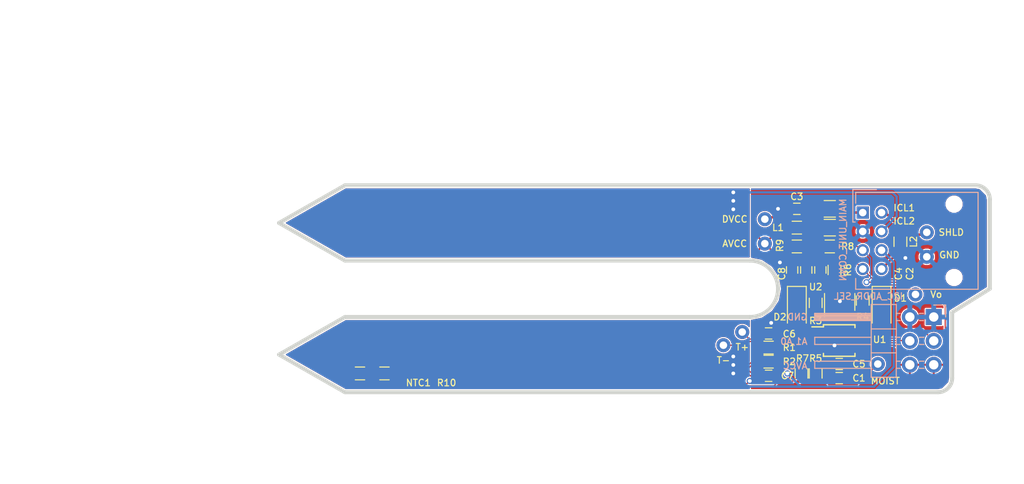
<source format=kicad_pcb>
(kicad_pcb (version 4) (host pcbnew 4.0.7)

  (general
    (links 70)
    (no_connects 1)
    (area 69.789999 58.789999 145.710001 81.210001)
    (thickness 1.6)
    (drawings 34)
    (tracks 394)
    (zones 0)
    (modules 37)
    (nets 18)
  )

  (page A4)
  (layers
    (0 F.Cu signal)
    (31 B.Cu signal)
    (32 B.Adhes user hide)
    (33 F.Adhes user hide)
    (34 B.Paste user)
    (35 F.Paste user)
    (36 B.SilkS user)
    (37 F.SilkS user)
    (38 B.Mask user)
    (39 F.Mask user)
    (40 Dwgs.User user)
    (41 Cmts.User user hide)
    (42 Eco1.User user)
    (43 Eco2.User user)
    (44 Edge.Cuts user)
    (45 Margin user hide)
    (46 B.CrtYd user)
    (47 F.CrtYd user)
    (48 B.Fab user hide)
    (49 F.Fab user hide)
  )

  (setup
    (last_trace_width 0.12)
    (trace_clearance 0.12)
    (zone_clearance 0.12)
    (zone_45_only no)
    (trace_min 0.11)
    (segment_width 0.2)
    (edge_width 0.42)
    (via_size 0.65)
    (via_drill 0.4)
    (via_min_size 0.45)
    (via_min_drill 0.2)
    (uvia_size 0.3)
    (uvia_drill 0.1)
    (uvias_allowed no)
    (uvia_min_size 0.3)
    (uvia_min_drill 0.1)
    (pcb_text_width 0.3)
    (pcb_text_size 1.5 1.5)
    (mod_edge_width 0.15)
    (mod_text_size 0.7 0.7)
    (mod_text_width 0.12)
    (pad_size 1.524 1.524)
    (pad_drill 0.762)
    (pad_to_mask_clearance 0.15)
    (aux_axis_origin 0 0)
    (visible_elements FFFEFF6D)
    (pcbplotparams
      (layerselection 0x00030_80000001)
      (usegerberextensions false)
      (excludeedgelayer true)
      (linewidth 0.100000)
      (plotframeref false)
      (viasonmask false)
      (mode 1)
      (useauxorigin false)
      (hpglpennumber 1)
      (hpglpenspeed 20)
      (hpglpendiameter 15)
      (hpglpenoverlay 2)
      (psnegative false)
      (psa4output false)
      (plotreference true)
      (plotvalue true)
      (plotinvisibletext false)
      (padsonsilk false)
      (subtractmaskfromsilk false)
      (outputformat 1)
      (mirror false)
      (drillshape 1)
      (scaleselection 1)
      (outputdirectory ""))
  )

  (net 0 "")
  (net 1 AVcc)
  (net 2 SDA/TEMP_AO)
  (net 3 DVcc)
  (net 4 TEMP_A+)
  (net 5 TEMP_A-)
  (net 6 VCC)
  (net 7 MOIST_+)
  (net 8 SCL/MOIST_AO)
  (net 9 SHLD)
  (net 10 GND)
  (net 11 "Net-(R4-Pad1)")
  (net 12 "Net-(R5-Pad2)")
  (net 13 "Net-(J1-Pad3)")
  (net 14 "Net-(J1-Pad4)")
  (net 15 MOIST_-)
  (net 16 /NTC+)
  (net 17 /NTC-)

  (net_class Default "This is the default net class."
    (clearance 0.12)
    (trace_width 0.12)
    (via_dia 0.65)
    (via_drill 0.4)
    (uvia_dia 0.3)
    (uvia_drill 0.1)
    (add_net /NTC+)
    (add_net /NTC-)
    (add_net "Net-(J1-Pad3)")
    (add_net "Net-(J1-Pad4)")
    (add_net "Net-(R4-Pad1)")
    (add_net "Net-(R5-Pad2)")
    (add_net SCL/MOIST_AO)
    (add_net SDA/TEMP_AO)
    (add_net TEMP_A+)
    (add_net TEMP_A-)
  )

  (net_class Power ""
    (clearance 0.12)
    (trace_width 0.25)
    (via_dia 0.65)
    (via_drill 0.4)
    (uvia_dia 0.3)
    (uvia_drill 0.1)
    (add_net AVcc)
    (add_net DVcc)
    (add_net GND)
    (add_net MOIST_+)
    (add_net MOIST_-)
    (add_net SHLD)
    (add_net VCC)
  )

  (module Capacitors_SMD:C_0603 (layer F.Cu) (tedit 59958EE7) (tstamp 5B05D0FE)
    (at 127.5 68 90)
    (descr "Capacitor SMD 0603, reflow soldering, AVX (see smccp.pdf)")
    (tags "capacitor 0603")
    (path /5B08FB8D)
    (attr smd)
    (fp_text reference C2 (at -0.4 9.5 90) (layer F.SilkS)
      (effects (font (size 0.7 0.7) (thickness 0.12)))
    )
    (fp_text value 10µF (at 0 1.5 90) (layer F.Fab)
      (effects (font (size 0.7 0.7) (thickness 0.12)))
    )
    (fp_line (start 1.4 0.65) (end -1.4 0.65) (layer F.CrtYd) (width 0.05))
    (fp_line (start 1.4 0.65) (end 1.4 -0.65) (layer F.CrtYd) (width 0.05))
    (fp_line (start -1.4 -0.65) (end -1.4 0.65) (layer F.CrtYd) (width 0.05))
    (fp_line (start -1.4 -0.65) (end 1.4 -0.65) (layer F.CrtYd) (width 0.05))
    (fp_line (start 0.35 0.6) (end -0.35 0.6) (layer F.SilkS) (width 0.12))
    (fp_line (start -0.35 -0.6) (end 0.35 -0.6) (layer F.SilkS) (width 0.12))
    (fp_line (start -0.8 -0.4) (end 0.8 -0.4) (layer F.Fab) (width 0.1))
    (fp_line (start 0.8 -0.4) (end 0.8 0.4) (layer F.Fab) (width 0.1))
    (fp_line (start 0.8 0.4) (end -0.8 0.4) (layer F.Fab) (width 0.1))
    (fp_line (start -0.8 0.4) (end -0.8 -0.4) (layer F.Fab) (width 0.1))
    (fp_text user %R (at 0 0 90) (layer F.Fab)
      (effects (font (size 0.3 0.3) (thickness 0.075)))
    )
    (pad 2 smd rect (at 0.75 0 90) (size 0.8 0.75) (layers F.Cu F.Paste F.Mask)
      (net 2 SDA/TEMP_AO))
    (pad 1 smd rect (at -0.75 0 90) (size 0.8 0.75) (layers F.Cu F.Paste F.Mask)
      (net 10 GND))
    (model Capacitors_SMD.3dshapes/C_0603.wrl
      (at (xyz 0 0 0))
      (scale (xyz 1 1 1))
      (rotate (xyz 0 0 0))
    )
  )

  (module Capacitors_SMD:C_0603 (layer F.Cu) (tedit 59958EE7) (tstamp 5B05D10F)
    (at 125 61.5)
    (descr "Capacitor SMD 0603, reflow soldering, AVX (see smccp.pdf)")
    (tags "capacitor 0603")
    (path /5B034EC8)
    (attr smd)
    (fp_text reference C3 (at 0 -1.3) (layer F.SilkS)
      (effects (font (size 0.7 0.7) (thickness 0.12)))
    )
    (fp_text value 10µF (at 0 1.5) (layer F.Fab)
      (effects (font (size 0.7 0.7) (thickness 0.12)))
    )
    (fp_line (start 1.4 0.65) (end -1.4 0.65) (layer F.CrtYd) (width 0.05))
    (fp_line (start 1.4 0.65) (end 1.4 -0.65) (layer F.CrtYd) (width 0.05))
    (fp_line (start -1.4 -0.65) (end -1.4 0.65) (layer F.CrtYd) (width 0.05))
    (fp_line (start -1.4 -0.65) (end 1.4 -0.65) (layer F.CrtYd) (width 0.05))
    (fp_line (start 0.35 0.6) (end -0.35 0.6) (layer F.SilkS) (width 0.12))
    (fp_line (start -0.35 -0.6) (end 0.35 -0.6) (layer F.SilkS) (width 0.12))
    (fp_line (start -0.8 -0.4) (end 0.8 -0.4) (layer F.Fab) (width 0.1))
    (fp_line (start 0.8 -0.4) (end 0.8 0.4) (layer F.Fab) (width 0.1))
    (fp_line (start 0.8 0.4) (end -0.8 0.4) (layer F.Fab) (width 0.1))
    (fp_line (start -0.8 0.4) (end -0.8 -0.4) (layer F.Fab) (width 0.1))
    (fp_text user %R (at 0 0) (layer F.Fab)
      (effects (font (size 0.3 0.3) (thickness 0.075)))
    )
    (pad 2 smd rect (at 0.75 0) (size 0.8 0.75) (layers F.Cu F.Paste F.Mask)
      (net 3 DVcc))
    (pad 1 smd rect (at -0.75 0) (size 0.8 0.75) (layers F.Cu F.Paste F.Mask)
      (net 10 GND))
    (model Capacitors_SMD.3dshapes/C_0603.wrl
      (at (xyz 0 0 0))
      (scale (xyz 1 1 1))
      (rotate (xyz 0 0 0))
    )
  )

  (module Capacitors_SMD:C_0603 (layer F.Cu) (tedit 59958EE7) (tstamp 5B05D120)
    (at 126 68 270)
    (descr "Capacitor SMD 0603, reflow soldering, AVX (see smccp.pdf)")
    (tags "capacitor 0603")
    (path /5B07BC3F)
    (attr smd)
    (fp_text reference C4 (at 0.4 -9.8 450) (layer F.SilkS)
      (effects (font (size 0.7 0.7) (thickness 0.12)))
    )
    (fp_text value 10nF (at 0 1.5 270) (layer F.Fab)
      (effects (font (size 0.7 0.7) (thickness 0.12)))
    )
    (fp_line (start 1.4 0.65) (end -1.4 0.65) (layer F.CrtYd) (width 0.05))
    (fp_line (start 1.4 0.65) (end 1.4 -0.65) (layer F.CrtYd) (width 0.05))
    (fp_line (start -1.4 -0.65) (end -1.4 0.65) (layer F.CrtYd) (width 0.05))
    (fp_line (start -1.4 -0.65) (end 1.4 -0.65) (layer F.CrtYd) (width 0.05))
    (fp_line (start 0.35 0.6) (end -0.35 0.6) (layer F.SilkS) (width 0.12))
    (fp_line (start -0.35 -0.6) (end 0.35 -0.6) (layer F.SilkS) (width 0.12))
    (fp_line (start -0.8 -0.4) (end 0.8 -0.4) (layer F.Fab) (width 0.1))
    (fp_line (start 0.8 -0.4) (end 0.8 0.4) (layer F.Fab) (width 0.1))
    (fp_line (start 0.8 0.4) (end -0.8 0.4) (layer F.Fab) (width 0.1))
    (fp_line (start -0.8 0.4) (end -0.8 -0.4) (layer F.Fab) (width 0.1))
    (fp_text user %R (at 0 0 270) (layer F.Fab)
      (effects (font (size 0.3 0.3) (thickness 0.075)))
    )
    (pad 2 smd rect (at 0.75 0 270) (size 0.8 0.75) (layers F.Cu F.Paste F.Mask)
      (net 1 AVcc))
    (pad 1 smd rect (at -0.75 0 270) (size 0.8 0.75) (layers F.Cu F.Paste F.Mask)
      (net 10 GND))
    (model Capacitors_SMD.3dshapes/C_0603.wrl
      (at (xyz 0 0 0))
      (scale (xyz 1 1 1))
      (rotate (xyz 0 0 0))
    )
  )

  (module Capacitors_SMD:C_0603 (layer F.Cu) (tedit 59958EE7) (tstamp 5B05D131)
    (at 129.5 78)
    (descr "Capacitor SMD 0603, reflow soldering, AVX (see smccp.pdf)")
    (tags "capacitor 0603")
    (path /5B07BBE1)
    (attr smd)
    (fp_text reference C5 (at 2.1 0) (layer F.SilkS)
      (effects (font (size 0.7 0.7) (thickness 0.12)))
    )
    (fp_text value 10nF (at 0 1.5) (layer F.Fab)
      (effects (font (size 0.7 0.7) (thickness 0.12)))
    )
    (fp_line (start 1.4 0.65) (end -1.4 0.65) (layer F.CrtYd) (width 0.05))
    (fp_line (start 1.4 0.65) (end 1.4 -0.65) (layer F.CrtYd) (width 0.05))
    (fp_line (start -1.4 -0.65) (end -1.4 0.65) (layer F.CrtYd) (width 0.05))
    (fp_line (start -1.4 -0.65) (end 1.4 -0.65) (layer F.CrtYd) (width 0.05))
    (fp_line (start 0.35 0.6) (end -0.35 0.6) (layer F.SilkS) (width 0.12))
    (fp_line (start -0.35 -0.6) (end 0.35 -0.6) (layer F.SilkS) (width 0.12))
    (fp_line (start -0.8 -0.4) (end 0.8 -0.4) (layer F.Fab) (width 0.1))
    (fp_line (start 0.8 -0.4) (end 0.8 0.4) (layer F.Fab) (width 0.1))
    (fp_line (start 0.8 0.4) (end -0.8 0.4) (layer F.Fab) (width 0.1))
    (fp_line (start -0.8 0.4) (end -0.8 -0.4) (layer F.Fab) (width 0.1))
    (fp_text user %R (at 0 0) (layer F.Fab)
      (effects (font (size 0.3 0.3) (thickness 0.075)))
    )
    (pad 2 smd rect (at 0.75 0) (size 0.8 0.75) (layers F.Cu F.Paste F.Mask)
      (net 1 AVcc))
    (pad 1 smd rect (at -0.75 0) (size 0.8 0.75) (layers F.Cu F.Paste F.Mask)
      (net 10 GND))
    (model Capacitors_SMD.3dshapes/C_0603.wrl
      (at (xyz 0 0 0))
      (scale (xyz 1 1 1))
      (rotate (xyz 0 0 0))
    )
  )

  (module Capacitors_SMD:C_0603 (layer F.Cu) (tedit 59958EE7) (tstamp 5B05D142)
    (at 122 74.75)
    (descr "Capacitor SMD 0603, reflow soldering, AVX (see smccp.pdf)")
    (tags "capacitor 0603")
    (path /5B075DA4)
    (attr smd)
    (fp_text reference C6 (at 2.2 0.05) (layer F.SilkS)
      (effects (font (size 0.7 0.7) (thickness 0.12)))
    )
    (fp_text value 100nF (at 0 1.5) (layer F.Fab)
      (effects (font (size 0.7 0.7) (thickness 0.12)))
    )
    (fp_line (start 1.4 0.65) (end -1.4 0.65) (layer F.CrtYd) (width 0.05))
    (fp_line (start 1.4 0.65) (end 1.4 -0.65) (layer F.CrtYd) (width 0.05))
    (fp_line (start -1.4 -0.65) (end -1.4 0.65) (layer F.CrtYd) (width 0.05))
    (fp_line (start -1.4 -0.65) (end 1.4 -0.65) (layer F.CrtYd) (width 0.05))
    (fp_line (start 0.35 0.6) (end -0.35 0.6) (layer F.SilkS) (width 0.12))
    (fp_line (start -0.35 -0.6) (end 0.35 -0.6) (layer F.SilkS) (width 0.12))
    (fp_line (start -0.8 -0.4) (end 0.8 -0.4) (layer F.Fab) (width 0.1))
    (fp_line (start 0.8 -0.4) (end 0.8 0.4) (layer F.Fab) (width 0.1))
    (fp_line (start 0.8 0.4) (end -0.8 0.4) (layer F.Fab) (width 0.1))
    (fp_line (start -0.8 0.4) (end -0.8 -0.4) (layer F.Fab) (width 0.1))
    (fp_text user %R (at 0 0 180) (layer F.Fab)
      (effects (font (size 0.3 0.3) (thickness 0.075)))
    )
    (pad 2 smd rect (at 0.75 0) (size 0.8 0.75) (layers F.Cu F.Paste F.Mask)
      (net 4 TEMP_A+))
    (pad 1 smd rect (at -0.75 0) (size 0.8 0.75) (layers F.Cu F.Paste F.Mask)
      (net 10 GND))
    (model Capacitors_SMD.3dshapes/C_0603.wrl
      (at (xyz 0 0 0))
      (scale (xyz 1 1 1))
      (rotate (xyz 0 0 0))
    )
  )

  (module Capacitors_SMD:C_0603 (layer F.Cu) (tedit 59958EE7) (tstamp 5B05D153)
    (at 122 79.25)
    (descr "Capacitor SMD 0603, reflow soldering, AVX (see smccp.pdf)")
    (tags "capacitor 0603")
    (path /5B075D1A)
    (attr smd)
    (fp_text reference C7 (at 2 0) (layer F.SilkS)
      (effects (font (size 0.7 0.7) (thickness 0.12)))
    )
    (fp_text value 100nF (at 0 1.5) (layer F.Fab)
      (effects (font (size 0.7 0.7) (thickness 0.12)))
    )
    (fp_line (start 1.4 0.65) (end -1.4 0.65) (layer F.CrtYd) (width 0.05))
    (fp_line (start 1.4 0.65) (end 1.4 -0.65) (layer F.CrtYd) (width 0.05))
    (fp_line (start -1.4 -0.65) (end -1.4 0.65) (layer F.CrtYd) (width 0.05))
    (fp_line (start -1.4 -0.65) (end 1.4 -0.65) (layer F.CrtYd) (width 0.05))
    (fp_line (start 0.35 0.6) (end -0.35 0.6) (layer F.SilkS) (width 0.12))
    (fp_line (start -0.35 -0.6) (end 0.35 -0.6) (layer F.SilkS) (width 0.12))
    (fp_line (start -0.8 -0.4) (end 0.8 -0.4) (layer F.Fab) (width 0.1))
    (fp_line (start 0.8 -0.4) (end 0.8 0.4) (layer F.Fab) (width 0.1))
    (fp_line (start 0.8 0.4) (end -0.8 0.4) (layer F.Fab) (width 0.1))
    (fp_line (start -0.8 0.4) (end -0.8 -0.4) (layer F.Fab) (width 0.1))
    (fp_text user %R (at 0 0) (layer F.Fab)
      (effects (font (size 0.3 0.3) (thickness 0.075)))
    )
    (pad 2 smd rect (at 0.75 0) (size 0.8 0.75) (layers F.Cu F.Paste F.Mask)
      (net 5 TEMP_A-))
    (pad 1 smd rect (at -0.75 0) (size 0.8 0.75) (layers F.Cu F.Paste F.Mask)
      (net 10 GND))
    (model Capacitors_SMD.3dshapes/C_0603.wrl
      (at (xyz 0 0 0))
      (scale (xyz 1 1 1))
      (rotate (xyz 0 0 0))
    )
  )

  (module Capacitors_SMD:C_0603 (layer F.Cu) (tedit 59958EE7) (tstamp 5B05D164)
    (at 124.5 68 270)
    (descr "Capacitor SMD 0603, reflow soldering, AVX (see smccp.pdf)")
    (tags "capacitor 0603")
    (path /5B07BB7A)
    (attr smd)
    (fp_text reference C8 (at 0.4 1.1 450) (layer F.SilkS)
      (effects (font (size 0.7 0.7) (thickness 0.12)))
    )
    (fp_text value 100nF (at 0 1.5 270) (layer F.Fab)
      (effects (font (size 0.7 0.7) (thickness 0.12)))
    )
    (fp_line (start 1.4 0.65) (end -1.4 0.65) (layer F.CrtYd) (width 0.05))
    (fp_line (start 1.4 0.65) (end 1.4 -0.65) (layer F.CrtYd) (width 0.05))
    (fp_line (start -1.4 -0.65) (end -1.4 0.65) (layer F.CrtYd) (width 0.05))
    (fp_line (start -1.4 -0.65) (end 1.4 -0.65) (layer F.CrtYd) (width 0.05))
    (fp_line (start 0.35 0.6) (end -0.35 0.6) (layer F.SilkS) (width 0.12))
    (fp_line (start -0.35 -0.6) (end 0.35 -0.6) (layer F.SilkS) (width 0.12))
    (fp_line (start -0.8 -0.4) (end 0.8 -0.4) (layer F.Fab) (width 0.1))
    (fp_line (start 0.8 -0.4) (end 0.8 0.4) (layer F.Fab) (width 0.1))
    (fp_line (start 0.8 0.4) (end -0.8 0.4) (layer F.Fab) (width 0.1))
    (fp_line (start -0.8 0.4) (end -0.8 -0.4) (layer F.Fab) (width 0.1))
    (fp_text user %R (at 0 0 270) (layer F.Fab)
      (effects (font (size 0.3 0.3) (thickness 0.075)))
    )
    (pad 2 smd rect (at 0.75 0 270) (size 0.8 0.75) (layers F.Cu F.Paste F.Mask)
      (net 1 AVcc))
    (pad 1 smd rect (at -0.75 0 270) (size 0.8 0.75) (layers F.Cu F.Paste F.Mask)
      (net 10 GND))
    (model Capacitors_SMD.3dshapes/C_0603.wrl
      (at (xyz 0 0 0))
      (scale (xyz 1 1 1))
      (rotate (xyz 0 0 0))
    )
  )

  (module Diodes_SMD:D_SOD-123 (layer F.Cu) (tedit 58645DC7) (tstamp 5B05D17D)
    (at 134 72 270)
    (descr SOD-123)
    (tags SOD-123)
    (path /5B05D677)
    (attr smd)
    (fp_text reference D1 (at -1 -2 540) (layer F.SilkS)
      (effects (font (size 0.7 0.7) (thickness 0.12)))
    )
    (fp_text value D (at 0 2.1 270) (layer F.Fab)
      (effects (font (size 0.7 0.7) (thickness 0.12)))
    )
    (fp_text user %R (at 0 0 270) (layer F.Fab)
      (effects (font (size 1 1) (thickness 0.15)))
    )
    (fp_line (start -2.25 -1) (end -2.25 1) (layer F.SilkS) (width 0.12))
    (fp_line (start 0.25 0) (end 0.75 0) (layer F.Fab) (width 0.1))
    (fp_line (start 0.25 0.4) (end -0.35 0) (layer F.Fab) (width 0.1))
    (fp_line (start 0.25 -0.4) (end 0.25 0.4) (layer F.Fab) (width 0.1))
    (fp_line (start -0.35 0) (end 0.25 -0.4) (layer F.Fab) (width 0.1))
    (fp_line (start -0.35 0) (end -0.35 0.55) (layer F.Fab) (width 0.1))
    (fp_line (start -0.35 0) (end -0.35 -0.55) (layer F.Fab) (width 0.1))
    (fp_line (start -0.75 0) (end -0.35 0) (layer F.Fab) (width 0.1))
    (fp_line (start -1.4 0.9) (end -1.4 -0.9) (layer F.Fab) (width 0.1))
    (fp_line (start 1.4 0.9) (end -1.4 0.9) (layer F.Fab) (width 0.1))
    (fp_line (start 1.4 -0.9) (end 1.4 0.9) (layer F.Fab) (width 0.1))
    (fp_line (start -1.4 -0.9) (end 1.4 -0.9) (layer F.Fab) (width 0.1))
    (fp_line (start -2.35 -1.15) (end 2.35 -1.15) (layer F.CrtYd) (width 0.05))
    (fp_line (start 2.35 -1.15) (end 2.35 1.15) (layer F.CrtYd) (width 0.05))
    (fp_line (start 2.35 1.15) (end -2.35 1.15) (layer F.CrtYd) (width 0.05))
    (fp_line (start -2.35 -1.15) (end -2.35 1.15) (layer F.CrtYd) (width 0.05))
    (fp_line (start -2.25 1) (end 1.65 1) (layer F.SilkS) (width 0.12))
    (fp_line (start -2.25 -1) (end 1.65 -1) (layer F.SilkS) (width 0.12))
    (pad 1 smd rect (at -1.65 0 270) (size 0.9 1.2) (layers F.Cu F.Paste F.Mask)
      (net 1 AVcc))
    (pad 2 smd rect (at 1.65 0 270) (size 0.9 1.2) (layers F.Cu F.Paste F.Mask)
      (net 5 TEMP_A-))
    (model ${KISYS3DMOD}/Diodes_SMD.3dshapes/D_SOD-123.wrl
      (at (xyz 0 0 0))
      (scale (xyz 1 1 1))
      (rotate (xyz 0 0 0))
    )
  )

  (module Diodes_SMD:D_SOD-123 (layer F.Cu) (tedit 58645DC7) (tstamp 5B05D196)
    (at 125 72 270)
    (descr SOD-123)
    (tags SOD-123)
    (path /5B05D5E2)
    (attr smd)
    (fp_text reference D2 (at 1 1.8 540) (layer F.SilkS)
      (effects (font (size 0.7 0.7) (thickness 0.12)))
    )
    (fp_text value D (at 0 2.1 270) (layer F.Fab)
      (effects (font (size 0.7 0.7) (thickness 0.12)))
    )
    (fp_text user %R (at 0 0 270) (layer F.Fab)
      (effects (font (size 1 1) (thickness 0.15)))
    )
    (fp_line (start -2.25 -1) (end -2.25 1) (layer F.SilkS) (width 0.12))
    (fp_line (start 0.25 0) (end 0.75 0) (layer F.Fab) (width 0.1))
    (fp_line (start 0.25 0.4) (end -0.35 0) (layer F.Fab) (width 0.1))
    (fp_line (start 0.25 -0.4) (end 0.25 0.4) (layer F.Fab) (width 0.1))
    (fp_line (start -0.35 0) (end 0.25 -0.4) (layer F.Fab) (width 0.1))
    (fp_line (start -0.35 0) (end -0.35 0.55) (layer F.Fab) (width 0.1))
    (fp_line (start -0.35 0) (end -0.35 -0.55) (layer F.Fab) (width 0.1))
    (fp_line (start -0.75 0) (end -0.35 0) (layer F.Fab) (width 0.1))
    (fp_line (start -1.4 0.9) (end -1.4 -0.9) (layer F.Fab) (width 0.1))
    (fp_line (start 1.4 0.9) (end -1.4 0.9) (layer F.Fab) (width 0.1))
    (fp_line (start 1.4 -0.9) (end 1.4 0.9) (layer F.Fab) (width 0.1))
    (fp_line (start -1.4 -0.9) (end 1.4 -0.9) (layer F.Fab) (width 0.1))
    (fp_line (start -2.35 -1.15) (end 2.35 -1.15) (layer F.CrtYd) (width 0.05))
    (fp_line (start 2.35 -1.15) (end 2.35 1.15) (layer F.CrtYd) (width 0.05))
    (fp_line (start 2.35 1.15) (end -2.35 1.15) (layer F.CrtYd) (width 0.05))
    (fp_line (start -2.35 -1.15) (end -2.35 1.15) (layer F.CrtYd) (width 0.05))
    (fp_line (start -2.25 1) (end 1.65 1) (layer F.SilkS) (width 0.12))
    (fp_line (start -2.25 -1) (end 1.65 -1) (layer F.SilkS) (width 0.12))
    (pad 1 smd rect (at -1.65 0 270) (size 0.9 1.2) (layers F.Cu F.Paste F.Mask)
      (net 1 AVcc))
    (pad 2 smd rect (at 1.65 0 270) (size 0.9 1.2) (layers F.Cu F.Paste F.Mask)
      (net 4 TEMP_A+))
    (model ${KISYS3DMOD}/Diodes_SMD.3dshapes/D_SOD-123.wrl
      (at (xyz 0 0 0))
      (scale (xyz 1 1 1))
      (rotate (xyz 0 0 0))
    )
  )

  (module Resistors_SMD:R_0805 (layer F.Cu) (tedit 58E0A804) (tstamp 5B05D1A7)
    (at 128.5 61.5 180)
    (descr "Resistor SMD 0805, reflow soldering, Vishay (see dcrcw.pdf)")
    (tags "resistor 0805")
    (path /5B0490E4)
    (attr smd)
    (fp_text reference ICL1 (at -7.9 0.1 180) (layer F.SilkS)
      (effects (font (size 0.7 0.7) (thickness 0.12)))
    )
    (fp_text value 100K (at 0 1.75 180) (layer F.Fab)
      (effects (font (size 0.7 0.7) (thickness 0.12)))
    )
    (fp_text user %R (at 0 0 360) (layer F.Fab)
      (effects (font (size 0.5 0.5) (thickness 0.075)))
    )
    (fp_line (start -1 0.62) (end -1 -0.62) (layer F.Fab) (width 0.1))
    (fp_line (start 1 0.62) (end -1 0.62) (layer F.Fab) (width 0.1))
    (fp_line (start 1 -0.62) (end 1 0.62) (layer F.Fab) (width 0.1))
    (fp_line (start -1 -0.62) (end 1 -0.62) (layer F.Fab) (width 0.1))
    (fp_line (start 0.6 0.88) (end -0.6 0.88) (layer F.SilkS) (width 0.12))
    (fp_line (start -0.6 -0.88) (end 0.6 -0.88) (layer F.SilkS) (width 0.12))
    (fp_line (start -1.55 -0.9) (end 1.55 -0.9) (layer F.CrtYd) (width 0.05))
    (fp_line (start -1.55 -0.9) (end -1.55 0.9) (layer F.CrtYd) (width 0.05))
    (fp_line (start 1.55 0.9) (end 1.55 -0.9) (layer F.CrtYd) (width 0.05))
    (fp_line (start 1.55 0.9) (end -1.55 0.9) (layer F.CrtYd) (width 0.05))
    (pad 1 smd rect (at -0.95 0 180) (size 0.7 1.3) (layers F.Cu F.Paste F.Mask)
      (net 6 VCC))
    (pad 2 smd rect (at 0.95 0 180) (size 0.7 1.3) (layers F.Cu F.Paste F.Mask)
      (net 3 DVcc))
    (model ${KISYS3DMOD}/Resistors_SMD.3dshapes/R_0805.wrl
      (at (xyz 0 0 0))
      (scale (xyz 1 1 1))
      (rotate (xyz 0 0 0))
    )
  )

  (module Resistors_SMD:R_0805 (layer F.Cu) (tedit 58E0A804) (tstamp 5B05D1B8)
    (at 128.5 63.5 180)
    (descr "Resistor SMD 0805, reflow soldering, Vishay (see dcrcw.pdf)")
    (tags "resistor 0805")
    (path /5B049C12)
    (attr smd)
    (fp_text reference ICL2 (at -7.9 0.7 180) (layer F.SilkS)
      (effects (font (size 0.7 0.7) (thickness 0.12)))
    )
    (fp_text value 100K (at 0 1.75 180) (layer F.Fab)
      (effects (font (size 0.7 0.7) (thickness 0.12)))
    )
    (fp_text user %R (at 0 0 180) (layer F.Fab)
      (effects (font (size 0.5 0.5) (thickness 0.075)))
    )
    (fp_line (start -1 0.62) (end -1 -0.62) (layer F.Fab) (width 0.1))
    (fp_line (start 1 0.62) (end -1 0.62) (layer F.Fab) (width 0.1))
    (fp_line (start 1 -0.62) (end 1 0.62) (layer F.Fab) (width 0.1))
    (fp_line (start -1 -0.62) (end 1 -0.62) (layer F.Fab) (width 0.1))
    (fp_line (start 0.6 0.88) (end -0.6 0.88) (layer F.SilkS) (width 0.12))
    (fp_line (start -0.6 -0.88) (end 0.6 -0.88) (layer F.SilkS) (width 0.12))
    (fp_line (start -1.55 -0.9) (end 1.55 -0.9) (layer F.CrtYd) (width 0.05))
    (fp_line (start -1.55 -0.9) (end -1.55 0.9) (layer F.CrtYd) (width 0.05))
    (fp_line (start 1.55 0.9) (end 1.55 -0.9) (layer F.CrtYd) (width 0.05))
    (fp_line (start 1.55 0.9) (end -1.55 0.9) (layer F.CrtYd) (width 0.05))
    (pad 1 smd rect (at -0.95 0 180) (size 0.7 1.3) (layers F.Cu F.Paste F.Mask)
      (net 6 VCC))
    (pad 2 smd rect (at 0.95 0 180) (size 0.7 1.3) (layers F.Cu F.Paste F.Mask)
      (net 3 DVcc))
    (model ${KISYS3DMOD}/Resistors_SMD.3dshapes/R_0805.wrl
      (at (xyz 0 0 0))
      (scale (xyz 1 1 1))
      (rotate (xyz 0 0 0))
    )
  )

  (module Connectors_JST:JST_PUD_S08B-PUDSS-1_2x04x2.00mm_Angled locked (layer B.Cu) (tedit 5B0720FA) (tstamp 5B05D25B)
    (at 132 61.9 270)
    (descr "JST PUD series connector, dual row, S08B-PUDSS-1, side entry type, through hole")
    (tags "connector jst pud horizontal")
    (path /5B05D542)
    (fp_text reference J3 (at 0 2.4 360) (layer B.SilkS) hide
      (effects (font (size 0.7 0.7) (thickness 0.12)) (justify mirror))
    )
    (fp_text value Conn_01x08 (at 3 -13.5 270) (layer B.Fab)
      (effects (font (size 0.7 0.7) (thickness 0.12)) (justify mirror))
    )
    (fp_line (start -2 0.6) (end -2 -12.1) (layer B.Fab) (width 0.1))
    (fp_line (start -2 -12.1) (end 8 -12.1) (layer B.Fab) (width 0.1))
    (fp_line (start 8 -12.1) (end 8 0.6) (layer B.Fab) (width 0.1))
    (fp_line (start 8 0.6) (end -2 0.6) (layer B.Fab) (width 0.1))
    (fp_line (start -1 0.75) (end -2.15 0.75) (layer B.SilkS) (width 0.12))
    (fp_line (start -2.15 0.75) (end -2.15 -12.25) (layer B.SilkS) (width 0.12))
    (fp_line (start -2.15 -12.25) (end 3 -12.25) (layer B.SilkS) (width 0.12))
    (fp_line (start 7 0.75) (end 8.15 0.75) (layer B.SilkS) (width 0.12))
    (fp_line (start 8.15 0.75) (end 8.15 -12.25) (layer B.SilkS) (width 0.12))
    (fp_line (start 8.15 -12.25) (end 3 -12.25) (layer B.SilkS) (width 0.12))
    (fp_line (start -2.65 1.25) (end -2.65 -12.75) (layer B.CrtYd) (width 0.05))
    (fp_line (start -2.65 -12.75) (end 8.65 -12.75) (layer B.CrtYd) (width 0.05))
    (fp_line (start 8.65 -12.75) (end 8.65 1.25) (layer B.CrtYd) (width 0.05))
    (fp_line (start 8.65 1.25) (end -2.65 1.25) (layer B.CrtYd) (width 0.05))
    (fp_line (start 1 0.8) (end 1 1.05) (layer B.SilkS) (width 0.12))
    (fp_line (start 1 1.05) (end -2.45 1.05) (layer B.SilkS) (width 0.12))
    (fp_line (start -2.45 1.05) (end -2.45 -1.45) (layer B.SilkS) (width 0.12))
    (fp_line (start 1 0.8) (end 1 1.05) (layer B.Fab) (width 0.1))
    (fp_line (start 1 1.05) (end -2.45 1.05) (layer B.Fab) (width 0.1))
    (fp_line (start -2.45 1.05) (end -2.45 -1.45) (layer B.Fab) (width 0.1))
    (fp_text user %R (at 3 -6 270) (layer B.Fab)
      (effects (font (size 1 1) (thickness 0.15)) (justify mirror))
    )
    (pad 1 thru_hole rect (at 0 0 270) (size 1.3 1.3) (drill 0.8) (layers *.Cu *.Mask)
      (net 6 VCC))
    (pad 3 thru_hole circle (at 2 0 270) (size 1.3 1.3) (drill 0.8) (layers *.Cu *.Mask)
      (net 10 GND))
    (pad 5 thru_hole circle (at 4 0 270) (size 1.3 1.3) (drill 0.8) (layers *.Cu *.Mask)
      (net 8 SCL/MOIST_AO))
    (pad 7 thru_hole circle (at 6 0 270) (size 1.3 1.3) (drill 0.8) (layers *.Cu *.Mask)
      (net 2 SDA/TEMP_AO))
    (pad 2 thru_hole circle (at 0 -2 270) (size 1.3 1.3) (drill 0.8) (layers *.Cu *.Mask)
      (net 9 SHLD))
    (pad 4 thru_hole circle (at 2 -2 270) (size 1.3 1.3) (drill 0.8) (layers *.Cu *.Mask)
      (net 15 MOIST_-))
    (pad 6 thru_hole circle (at 4 -2 270) (size 1.3 1.3) (drill 0.8) (layers *.Cu *.Mask)
      (net 7 MOIST_+))
    (pad 8 thru_hole circle (at 6 -2 270) (size 1.3 1.3) (drill 0.8) (layers *.Cu *.Mask)
      (net 9 SHLD))
    (pad "" np_thru_hole circle (at -0.9 -9.7 270) (size 1.6 1.6) (drill 1.6) (layers *.Cu))
    (pad "" np_thru_hole circle (at 6.9 -9.7 270) (size 1.6 1.6) (drill 1.6) (layers *.Cu))
    (model Connectors_JST.3dshapes/JST_PUD_S08B-PUDSS-1_2x04x2.00mm_Angled.wrl
      (at (xyz 0 0 0))
      (scale (xyz 1 1 1))
      (rotate (xyz 0 0 0))
    )
  )

  (module Resistors_SMD:R_0603 (layer F.Cu) (tedit 58E0A804) (tstamp 5B05D26C)
    (at 125 63.5)
    (descr "Resistor SMD 0603, reflow soldering, Vishay (see dcrcw.pdf)")
    (tags "resistor 0603")
    (path /5B034A43)
    (attr smd)
    (fp_text reference L1 (at -2 0) (layer F.SilkS)
      (effects (font (size 0.7 0.7) (thickness 0.12)))
    )
    (fp_text value Ferrite_Bead (at 0 1.5) (layer F.Fab)
      (effects (font (size 0.7 0.7) (thickness 0.12)))
    )
    (fp_text user %R (at 0 0) (layer F.Fab)
      (effects (font (size 0.4 0.4) (thickness 0.075)))
    )
    (fp_line (start -0.8 0.4) (end -0.8 -0.4) (layer F.Fab) (width 0.1))
    (fp_line (start 0.8 0.4) (end -0.8 0.4) (layer F.Fab) (width 0.1))
    (fp_line (start 0.8 -0.4) (end 0.8 0.4) (layer F.Fab) (width 0.1))
    (fp_line (start -0.8 -0.4) (end 0.8 -0.4) (layer F.Fab) (width 0.1))
    (fp_line (start 0.5 0.68) (end -0.5 0.68) (layer F.SilkS) (width 0.12))
    (fp_line (start -0.5 -0.68) (end 0.5 -0.68) (layer F.SilkS) (width 0.12))
    (fp_line (start -1.25 -0.7) (end 1.25 -0.7) (layer F.CrtYd) (width 0.05))
    (fp_line (start -1.25 -0.7) (end -1.25 0.7) (layer F.CrtYd) (width 0.05))
    (fp_line (start 1.25 0.7) (end 1.25 -0.7) (layer F.CrtYd) (width 0.05))
    (fp_line (start 1.25 0.7) (end -1.25 0.7) (layer F.CrtYd) (width 0.05))
    (pad 1 smd rect (at -0.75 0) (size 0.5 0.9) (layers F.Cu F.Paste F.Mask)
      (net 1 AVcc))
    (pad 2 smd rect (at 0.75 0) (size 0.5 0.9) (layers F.Cu F.Paste F.Mask)
      (net 3 DVcc))
    (model ${KISYS3DMOD}/Resistors_SMD.3dshapes/R_0603.wrl
      (at (xyz 0 0 0))
      (scale (xyz 1 1 1))
      (rotate (xyz 0 0 0))
    )
  )

  (module Resistors_SMD:R_0603 (layer F.Cu) (tedit 58E0A804) (tstamp 5B05D27D)
    (at 136 65 270)
    (descr "Resistor SMD 0603, reflow soldering, Vishay (see dcrcw.pdf)")
    (tags "resistor 0603")
    (path /5B06BB99)
    (attr smd)
    (fp_text reference L2 (at 0 -1.4 270) (layer F.SilkS)
      (effects (font (size 0.7 0.7) (thickness 0.12)))
    )
    (fp_text value Ferrite_Bead (at 0 1.5 270) (layer F.Fab)
      (effects (font (size 0.7 0.7) (thickness 0.12)))
    )
    (fp_text user %R (at 0 0 270) (layer F.Fab)
      (effects (font (size 0.4 0.4) (thickness 0.075)))
    )
    (fp_line (start -0.8 0.4) (end -0.8 -0.4) (layer F.Fab) (width 0.1))
    (fp_line (start 0.8 0.4) (end -0.8 0.4) (layer F.Fab) (width 0.1))
    (fp_line (start 0.8 -0.4) (end 0.8 0.4) (layer F.Fab) (width 0.1))
    (fp_line (start -0.8 -0.4) (end 0.8 -0.4) (layer F.Fab) (width 0.1))
    (fp_line (start 0.5 0.68) (end -0.5 0.68) (layer F.SilkS) (width 0.12))
    (fp_line (start -0.5 -0.68) (end 0.5 -0.68) (layer F.SilkS) (width 0.12))
    (fp_line (start -1.25 -0.7) (end 1.25 -0.7) (layer F.CrtYd) (width 0.05))
    (fp_line (start -1.25 -0.7) (end -1.25 0.7) (layer F.CrtYd) (width 0.05))
    (fp_line (start 1.25 0.7) (end 1.25 -0.7) (layer F.CrtYd) (width 0.05))
    (fp_line (start 1.25 0.7) (end -1.25 0.7) (layer F.CrtYd) (width 0.05))
    (pad 1 smd rect (at -0.75 0 270) (size 0.5 0.9) (layers F.Cu F.Paste F.Mask)
      (net 9 SHLD))
    (pad 2 smd rect (at 0.75 0 270) (size 0.5 0.9) (layers F.Cu F.Paste F.Mask)
      (net 10 GND))
    (model ${KISYS3DMOD}/Resistors_SMD.3dshapes/R_0603.wrl
      (at (xyz 0 0 0))
      (scale (xyz 1 1 1))
      (rotate (xyz 0 0 0))
    )
  )

  (module Resistors_SMD:R_0603 (layer F.Cu) (tedit 58E0A804) (tstamp 5B05D28E)
    (at 122 76.25 180)
    (descr "Resistor SMD 0603, reflow soldering, Vishay (see dcrcw.pdf)")
    (tags "resistor 0603")
    (path /5B036426)
    (attr smd)
    (fp_text reference R1 (at -2.2 0 180) (layer F.SilkS)
      (effects (font (size 0.7 0.7) (thickness 0.12)))
    )
    (fp_text value 100K (at 0 1.5 180) (layer F.Fab)
      (effects (font (size 0.7 0.7) (thickness 0.12)))
    )
    (fp_text user %R (at 0 0 180) (layer F.Fab)
      (effects (font (size 0.4 0.4) (thickness 0.075)))
    )
    (fp_line (start -0.8 0.4) (end -0.8 -0.4) (layer F.Fab) (width 0.1))
    (fp_line (start 0.8 0.4) (end -0.8 0.4) (layer F.Fab) (width 0.1))
    (fp_line (start 0.8 -0.4) (end 0.8 0.4) (layer F.Fab) (width 0.1))
    (fp_line (start -0.8 -0.4) (end 0.8 -0.4) (layer F.Fab) (width 0.1))
    (fp_line (start 0.5 0.68) (end -0.5 0.68) (layer F.SilkS) (width 0.12))
    (fp_line (start -0.5 -0.68) (end 0.5 -0.68) (layer F.SilkS) (width 0.12))
    (fp_line (start -1.25 -0.7) (end 1.25 -0.7) (layer F.CrtYd) (width 0.05))
    (fp_line (start -1.25 -0.7) (end -1.25 0.7) (layer F.CrtYd) (width 0.05))
    (fp_line (start 1.25 0.7) (end 1.25 -0.7) (layer F.CrtYd) (width 0.05))
    (fp_line (start 1.25 0.7) (end -1.25 0.7) (layer F.CrtYd) (width 0.05))
    (pad 1 smd rect (at -0.75 0 180) (size 0.5 0.9) (layers F.Cu F.Paste F.Mask)
      (net 4 TEMP_A+))
    (pad 2 smd rect (at 0.75 0 180) (size 0.5 0.9) (layers F.Cu F.Paste F.Mask)
      (net 16 /NTC+))
    (model ${KISYS3DMOD}/Resistors_SMD.3dshapes/R_0603.wrl
      (at (xyz 0 0 0))
      (scale (xyz 1 1 1))
      (rotate (xyz 0 0 0))
    )
  )

  (module Resistors_SMD:R_0603 (layer F.Cu) (tedit 58E0A804) (tstamp 5B05D29F)
    (at 122 77.75 180)
    (descr "Resistor SMD 0603, reflow soldering, Vishay (see dcrcw.pdf)")
    (tags "resistor 0603")
    (path /5B03653F)
    (attr smd)
    (fp_text reference R2 (at -2.2 0 180) (layer F.SilkS)
      (effects (font (size 0.7 0.7) (thickness 0.12)))
    )
    (fp_text value 100K (at 0 1.5 180) (layer F.Fab)
      (effects (font (size 0.7 0.7) (thickness 0.12)))
    )
    (fp_text user %R (at 0 0 180) (layer F.Fab)
      (effects (font (size 0.4 0.4) (thickness 0.075)))
    )
    (fp_line (start -0.8 0.4) (end -0.8 -0.4) (layer F.Fab) (width 0.1))
    (fp_line (start 0.8 0.4) (end -0.8 0.4) (layer F.Fab) (width 0.1))
    (fp_line (start 0.8 -0.4) (end 0.8 0.4) (layer F.Fab) (width 0.1))
    (fp_line (start -0.8 -0.4) (end 0.8 -0.4) (layer F.Fab) (width 0.1))
    (fp_line (start 0.5 0.68) (end -0.5 0.68) (layer F.SilkS) (width 0.12))
    (fp_line (start -0.5 -0.68) (end 0.5 -0.68) (layer F.SilkS) (width 0.12))
    (fp_line (start -1.25 -0.7) (end 1.25 -0.7) (layer F.CrtYd) (width 0.05))
    (fp_line (start -1.25 -0.7) (end -1.25 0.7) (layer F.CrtYd) (width 0.05))
    (fp_line (start 1.25 0.7) (end 1.25 -0.7) (layer F.CrtYd) (width 0.05))
    (fp_line (start 1.25 0.7) (end -1.25 0.7) (layer F.CrtYd) (width 0.05))
    (pad 1 smd rect (at -0.75 0 180) (size 0.5 0.9) (layers F.Cu F.Paste F.Mask)
      (net 5 TEMP_A-))
    (pad 2 smd rect (at 0.75 0 180) (size 0.5 0.9) (layers F.Cu F.Paste F.Mask)
      (net 17 /NTC-))
    (model ${KISYS3DMOD}/Resistors_SMD.3dshapes/R_0603.wrl
      (at (xyz 0 0 0))
      (scale (xyz 1 1 1))
      (rotate (xyz 0 0 0))
    )
  )

  (module Resistors_SMD:R_0603 (layer F.Cu) (tedit 58E0A804) (tstamp 5B05D2B0)
    (at 127 71.5 270)
    (descr "Resistor SMD 0603, reflow soldering, Vishay (see dcrcw.pdf)")
    (tags "resistor 0603")
    (path /5B0365CF)
    (attr smd)
    (fp_text reference R3 (at 1.9 0 360) (layer F.SilkS)
      (effects (font (size 0.7 0.7) (thickness 0.12)))
    )
    (fp_text value 100K (at 0 1.5 270) (layer F.Fab)
      (effects (font (size 0.7 0.7) (thickness 0.12)))
    )
    (fp_text user %R (at 0 0 450) (layer F.Fab)
      (effects (font (size 0.4 0.4) (thickness 0.075)))
    )
    (fp_line (start -0.8 0.4) (end -0.8 -0.4) (layer F.Fab) (width 0.1))
    (fp_line (start 0.8 0.4) (end -0.8 0.4) (layer F.Fab) (width 0.1))
    (fp_line (start 0.8 -0.4) (end 0.8 0.4) (layer F.Fab) (width 0.1))
    (fp_line (start -0.8 -0.4) (end 0.8 -0.4) (layer F.Fab) (width 0.1))
    (fp_line (start 0.5 0.68) (end -0.5 0.68) (layer F.SilkS) (width 0.12))
    (fp_line (start -0.5 -0.68) (end 0.5 -0.68) (layer F.SilkS) (width 0.12))
    (fp_line (start -1.25 -0.7) (end 1.25 -0.7) (layer F.CrtYd) (width 0.05))
    (fp_line (start -1.25 -0.7) (end -1.25 0.7) (layer F.CrtYd) (width 0.05))
    (fp_line (start 1.25 0.7) (end 1.25 -0.7) (layer F.CrtYd) (width 0.05))
    (fp_line (start 1.25 0.7) (end -1.25 0.7) (layer F.CrtYd) (width 0.05))
    (pad 1 smd rect (at -0.75 0 270) (size 0.5 0.9) (layers F.Cu F.Paste F.Mask)
      (net 10 GND))
    (pad 2 smd rect (at 0.75 0 270) (size 0.5 0.9) (layers F.Cu F.Paste F.Mask)
      (net 4 TEMP_A+))
    (model ${KISYS3DMOD}/Resistors_SMD.3dshapes/R_0603.wrl
      (at (xyz 0 0 0))
      (scale (xyz 1 1 1))
      (rotate (xyz 0 0 0))
    )
  )

  (module Resistors_SMD:R_0603 (layer F.Cu) (tedit 58E0A804) (tstamp 5B05D2C1)
    (at 132 71.25 270)
    (descr "Resistor SMD 0603, reflow soldering, Vishay (see dcrcw.pdf)")
    (tags "resistor 0603")
    (path /5B0364CB)
    (attr smd)
    (fp_text reference R4 (at 1.75 0 360) (layer F.SilkS)
      (effects (font (size 0.7 0.7) (thickness 0.12)))
    )
    (fp_text value 100K (at 0 1.5 270) (layer F.Fab)
      (effects (font (size 0.7 0.7) (thickness 0.12)))
    )
    (fp_text user %R (at 0 0 270) (layer F.Fab)
      (effects (font (size 0.4 0.4) (thickness 0.075)))
    )
    (fp_line (start -0.8 0.4) (end -0.8 -0.4) (layer F.Fab) (width 0.1))
    (fp_line (start 0.8 0.4) (end -0.8 0.4) (layer F.Fab) (width 0.1))
    (fp_line (start 0.8 -0.4) (end 0.8 0.4) (layer F.Fab) (width 0.1))
    (fp_line (start -0.8 -0.4) (end 0.8 -0.4) (layer F.Fab) (width 0.1))
    (fp_line (start 0.5 0.68) (end -0.5 0.68) (layer F.SilkS) (width 0.12))
    (fp_line (start -0.5 -0.68) (end 0.5 -0.68) (layer F.SilkS) (width 0.12))
    (fp_line (start -1.25 -0.7) (end 1.25 -0.7) (layer F.CrtYd) (width 0.05))
    (fp_line (start -1.25 -0.7) (end -1.25 0.7) (layer F.CrtYd) (width 0.05))
    (fp_line (start 1.25 0.7) (end 1.25 -0.7) (layer F.CrtYd) (width 0.05))
    (fp_line (start 1.25 0.7) (end -1.25 0.7) (layer F.CrtYd) (width 0.05))
    (pad 1 smd rect (at -0.75 0 270) (size 0.5 0.9) (layers F.Cu F.Paste F.Mask)
      (net 11 "Net-(R4-Pad1)"))
    (pad 2 smd rect (at 0.75 0 270) (size 0.5 0.9) (layers F.Cu F.Paste F.Mask)
      (net 5 TEMP_A-))
    (model ${KISYS3DMOD}/Resistors_SMD.3dshapes/R_0603.wrl
      (at (xyz 0 0 0))
      (scale (xyz 1 1 1))
      (rotate (xyz 0 0 0))
    )
  )

  (module Resistors_SMD:R_0603 (layer F.Cu) (tedit 58E0A804) (tstamp 5B05D2D2)
    (at 127 79 90)
    (descr "Resistor SMD 0603, reflow soldering, Vishay (see dcrcw.pdf)")
    (tags "resistor 0603")
    (path /5B060EB8)
    (attr smd)
    (fp_text reference R5 (at 1.6 0 180) (layer F.SilkS)
      (effects (font (size 0.7 0.7) (thickness 0.12)))
    )
    (fp_text value 10K (at 0 1.5 90) (layer F.Fab)
      (effects (font (size 0.7 0.7) (thickness 0.12)))
    )
    (fp_text user %R (at 0 0 90) (layer F.Fab)
      (effects (font (size 0.4 0.4) (thickness 0.075)))
    )
    (fp_line (start -0.8 0.4) (end -0.8 -0.4) (layer F.Fab) (width 0.1))
    (fp_line (start 0.8 0.4) (end -0.8 0.4) (layer F.Fab) (width 0.1))
    (fp_line (start 0.8 -0.4) (end 0.8 0.4) (layer F.Fab) (width 0.1))
    (fp_line (start -0.8 -0.4) (end 0.8 -0.4) (layer F.Fab) (width 0.1))
    (fp_line (start 0.5 0.68) (end -0.5 0.68) (layer F.SilkS) (width 0.12))
    (fp_line (start -0.5 -0.68) (end 0.5 -0.68) (layer F.SilkS) (width 0.12))
    (fp_line (start -1.25 -0.7) (end 1.25 -0.7) (layer F.CrtYd) (width 0.05))
    (fp_line (start -1.25 -0.7) (end -1.25 0.7) (layer F.CrtYd) (width 0.05))
    (fp_line (start 1.25 0.7) (end 1.25 -0.7) (layer F.CrtYd) (width 0.05))
    (fp_line (start 1.25 0.7) (end -1.25 0.7) (layer F.CrtYd) (width 0.05))
    (pad 1 smd rect (at -0.75 0 90) (size 0.5 0.9) (layers F.Cu F.Paste F.Mask)
      (net 7 MOIST_+))
    (pad 2 smd rect (at 0.75 0 90) (size 0.5 0.9) (layers F.Cu F.Paste F.Mask)
      (net 12 "Net-(R5-Pad2)"))
    (model ${KISYS3DMOD}/Resistors_SMD.3dshapes/R_0603.wrl
      (at (xyz 0 0 0))
      (scale (xyz 1 1 1))
      (rotate (xyz 0 0 0))
    )
  )

  (module Resistors_SMD:R_0603 (layer F.Cu) (tedit 58E0A804) (tstamp 5B05D2E3)
    (at 129 68 270)
    (descr "Resistor SMD 0603, reflow soldering, Vishay (see dcrcw.pdf)")
    (tags "resistor 0603")
    (path /5B08FD1D)
    (attr smd)
    (fp_text reference R6 (at 0 -1.4 270) (layer F.SilkS)
      (effects (font (size 0.7 0.7) (thickness 0.12)))
    )
    (fp_text value 500R (at 0 1.5 270) (layer F.Fab)
      (effects (font (size 0.7 0.7) (thickness 0.12)))
    )
    (fp_text user %R (at 0 0 270) (layer F.Fab)
      (effects (font (size 0.4 0.4) (thickness 0.075)))
    )
    (fp_line (start -0.8 0.4) (end -0.8 -0.4) (layer F.Fab) (width 0.1))
    (fp_line (start 0.8 0.4) (end -0.8 0.4) (layer F.Fab) (width 0.1))
    (fp_line (start 0.8 -0.4) (end 0.8 0.4) (layer F.Fab) (width 0.1))
    (fp_line (start -0.8 -0.4) (end 0.8 -0.4) (layer F.Fab) (width 0.1))
    (fp_line (start 0.5 0.68) (end -0.5 0.68) (layer F.SilkS) (width 0.12))
    (fp_line (start -0.5 -0.68) (end 0.5 -0.68) (layer F.SilkS) (width 0.12))
    (fp_line (start -1.25 -0.7) (end 1.25 -0.7) (layer F.CrtYd) (width 0.05))
    (fp_line (start -1.25 -0.7) (end -1.25 0.7) (layer F.CrtYd) (width 0.05))
    (fp_line (start 1.25 0.7) (end 1.25 -0.7) (layer F.CrtYd) (width 0.05))
    (fp_line (start 1.25 0.7) (end -1.25 0.7) (layer F.CrtYd) (width 0.05))
    (pad 1 smd rect (at -0.75 0 270) (size 0.5 0.9) (layers F.Cu F.Paste F.Mask)
      (net 2 SDA/TEMP_AO))
    (pad 2 smd rect (at 0.75 0 270) (size 0.5 0.9) (layers F.Cu F.Paste F.Mask)
      (net 11 "Net-(R4-Pad1)"))
    (model ${KISYS3DMOD}/Resistors_SMD.3dshapes/R_0603.wrl
      (at (xyz 0 0 0))
      (scale (xyz 1 1 1))
      (rotate (xyz 0 0 0))
    )
  )

  (module Resistors_SMD:R_0603 (layer F.Cu) (tedit 58E0A804) (tstamp 5B05D2F4)
    (at 125.5 79 270)
    (descr "Resistor SMD 0603, reflow soldering, Vishay (see dcrcw.pdf)")
    (tags "resistor 0603")
    (path /5B035B97)
    (attr smd)
    (fp_text reference R7 (at -1.6 -0.1 360) (layer F.SilkS)
      (effects (font (size 0.7 0.7) (thickness 0.12)))
    )
    (fp_text value 10K (at 0 1.5 270) (layer F.Fab)
      (effects (font (size 0.7 0.7) (thickness 0.12)))
    )
    (fp_text user %R (at 0 0 270) (layer F.Fab)
      (effects (font (size 0.4 0.4) (thickness 0.075)))
    )
    (fp_line (start -0.8 0.4) (end -0.8 -0.4) (layer F.Fab) (width 0.1))
    (fp_line (start 0.8 0.4) (end -0.8 0.4) (layer F.Fab) (width 0.1))
    (fp_line (start 0.8 -0.4) (end 0.8 0.4) (layer F.Fab) (width 0.1))
    (fp_line (start -0.8 -0.4) (end 0.8 -0.4) (layer F.Fab) (width 0.1))
    (fp_line (start 0.5 0.68) (end -0.5 0.68) (layer F.SilkS) (width 0.12))
    (fp_line (start -0.5 -0.68) (end 0.5 -0.68) (layer F.SilkS) (width 0.12))
    (fp_line (start -1.25 -0.7) (end 1.25 -0.7) (layer F.CrtYd) (width 0.05))
    (fp_line (start -1.25 -0.7) (end -1.25 0.7) (layer F.CrtYd) (width 0.05))
    (fp_line (start 1.25 0.7) (end 1.25 -0.7) (layer F.CrtYd) (width 0.05))
    (fp_line (start 1.25 0.7) (end -1.25 0.7) (layer F.CrtYd) (width 0.05))
    (pad 1 smd rect (at -0.75 0 270) (size 0.5 0.9) (layers F.Cu F.Paste F.Mask)
      (net 1 AVcc))
    (pad 2 smd rect (at 0.75 0 270) (size 0.5 0.9) (layers F.Cu F.Paste F.Mask)
      (net 16 /NTC+))
    (model ${KISYS3DMOD}/Resistors_SMD.3dshapes/R_0603.wrl
      (at (xyz 0 0 0))
      (scale (xyz 1 1 1))
      (rotate (xyz 0 0 0))
    )
  )

  (module Resistors_SMD:R_0603 (layer F.Cu) (tedit 58E0A804) (tstamp 5B05D305)
    (at 128.5 65.5 180)
    (descr "Resistor SMD 0603, reflow soldering, Vishay (see dcrcw.pdf)")
    (tags "resistor 0603")
    (path /5B08187D)
    (attr smd)
    (fp_text reference R8 (at -1.9 0 360) (layer F.SilkS)
      (effects (font (size 0.7 0.7) (thickness 0.12)))
    )
    (fp_text value 4K7 (at 0 1.5 180) (layer F.Fab)
      (effects (font (size 0.7 0.7) (thickness 0.12)))
    )
    (fp_text user %R (at 0 0 180) (layer F.Fab)
      (effects (font (size 0.4 0.4) (thickness 0.075)))
    )
    (fp_line (start -0.8 0.4) (end -0.8 -0.4) (layer F.Fab) (width 0.1))
    (fp_line (start 0.8 0.4) (end -0.8 0.4) (layer F.Fab) (width 0.1))
    (fp_line (start 0.8 -0.4) (end 0.8 0.4) (layer F.Fab) (width 0.1))
    (fp_line (start -0.8 -0.4) (end 0.8 -0.4) (layer F.Fab) (width 0.1))
    (fp_line (start 0.5 0.68) (end -0.5 0.68) (layer F.SilkS) (width 0.12))
    (fp_line (start -0.5 -0.68) (end 0.5 -0.68) (layer F.SilkS) (width 0.12))
    (fp_line (start -1.25 -0.7) (end 1.25 -0.7) (layer F.CrtYd) (width 0.05))
    (fp_line (start -1.25 -0.7) (end -1.25 0.7) (layer F.CrtYd) (width 0.05))
    (fp_line (start 1.25 0.7) (end 1.25 -0.7) (layer F.CrtYd) (width 0.05))
    (fp_line (start 1.25 0.7) (end -1.25 0.7) (layer F.CrtYd) (width 0.05))
    (pad 1 smd rect (at -0.75 0 180) (size 0.5 0.9) (layers F.Cu F.Paste F.Mask)
      (net 8 SCL/MOIST_AO))
    (pad 2 smd rect (at 0.75 0 180) (size 0.5 0.9) (layers F.Cu F.Paste F.Mask)
      (net 3 DVcc))
    (model ${KISYS3DMOD}/Resistors_SMD.3dshapes/R_0603.wrl
      (at (xyz 0 0 0))
      (scale (xyz 1 1 1))
      (rotate (xyz 0 0 0))
    )
  )

  (module Resistors_SMD:R_0603 (layer F.Cu) (tedit 58E0A804) (tstamp 5B05D316)
    (at 125 65.5)
    (descr "Resistor SMD 0603, reflow soldering, Vishay (see dcrcw.pdf)")
    (tags "resistor 0603")
    (path /5B081973)
    (attr smd)
    (fp_text reference R9 (at -1.8 -0.1 90) (layer F.SilkS)
      (effects (font (size 0.7 0.7) (thickness 0.12)))
    )
    (fp_text value 4K7 (at 0 1.5) (layer F.Fab)
      (effects (font (size 0.7 0.7) (thickness 0.12)))
    )
    (fp_text user %R (at 0 0) (layer F.Fab)
      (effects (font (size 0.4 0.4) (thickness 0.075)))
    )
    (fp_line (start -0.8 0.4) (end -0.8 -0.4) (layer F.Fab) (width 0.1))
    (fp_line (start 0.8 0.4) (end -0.8 0.4) (layer F.Fab) (width 0.1))
    (fp_line (start 0.8 -0.4) (end 0.8 0.4) (layer F.Fab) (width 0.1))
    (fp_line (start -0.8 -0.4) (end 0.8 -0.4) (layer F.Fab) (width 0.1))
    (fp_line (start 0.5 0.68) (end -0.5 0.68) (layer F.SilkS) (width 0.12))
    (fp_line (start -0.5 -0.68) (end 0.5 -0.68) (layer F.SilkS) (width 0.12))
    (fp_line (start -1.25 -0.7) (end 1.25 -0.7) (layer F.CrtYd) (width 0.05))
    (fp_line (start -1.25 -0.7) (end -1.25 0.7) (layer F.CrtYd) (width 0.05))
    (fp_line (start 1.25 0.7) (end 1.25 -0.7) (layer F.CrtYd) (width 0.05))
    (fp_line (start 1.25 0.7) (end -1.25 0.7) (layer F.CrtYd) (width 0.05))
    (pad 1 smd rect (at -0.75 0) (size 0.5 0.9) (layers F.Cu F.Paste F.Mask)
      (net 2 SDA/TEMP_AO))
    (pad 2 smd rect (at 0.75 0) (size 0.5 0.9) (layers F.Cu F.Paste F.Mask)
      (net 3 DVcc))
    (model ${KISYS3DMOD}/Resistors_SMD.3dshapes/R_0603.wrl
      (at (xyz 0 0 0))
      (scale (xyz 1 1 1))
      (rotate (xyz 0 0 0))
    )
  )

  (module Housings_SSOP:MSOP-10_3x3mm_Pitch0.5mm (layer F.Cu) (tedit 54130A77) (tstamp 5B05D346)
    (at 129.5 75.5)
    (descr "10-Lead Plastic Micro Small Outline Package (MS) [MSOP] (see Microchip Packaging Specification 00000049BS.pdf)")
    (tags "SSOP 0.5")
    (path /5B05050D)
    (attr smd)
    (fp_text reference U1 (at 4.3 -0.1) (layer F.SilkS)
      (effects (font (size 0.7 0.7) (thickness 0.12)))
    )
    (fp_text value MCP3423 (at 0 2.6) (layer F.Fab)
      (effects (font (size 0.7 0.7) (thickness 0.12)))
    )
    (fp_line (start -0.5 -1.5) (end 1.5 -1.5) (layer F.Fab) (width 0.15))
    (fp_line (start 1.5 -1.5) (end 1.5 1.5) (layer F.Fab) (width 0.15))
    (fp_line (start 1.5 1.5) (end -1.5 1.5) (layer F.Fab) (width 0.15))
    (fp_line (start -1.5 1.5) (end -1.5 -0.5) (layer F.Fab) (width 0.15))
    (fp_line (start -1.5 -0.5) (end -0.5 -1.5) (layer F.Fab) (width 0.15))
    (fp_line (start -3.15 -1.85) (end -3.15 1.85) (layer F.CrtYd) (width 0.05))
    (fp_line (start 3.15 -1.85) (end 3.15 1.85) (layer F.CrtYd) (width 0.05))
    (fp_line (start -3.15 -1.85) (end 3.15 -1.85) (layer F.CrtYd) (width 0.05))
    (fp_line (start -3.15 1.85) (end 3.15 1.85) (layer F.CrtYd) (width 0.05))
    (fp_line (start -1.675 -1.675) (end -1.675 -1.45) (layer F.SilkS) (width 0.15))
    (fp_line (start 1.675 -1.675) (end 1.675 -1.375) (layer F.SilkS) (width 0.15))
    (fp_line (start 1.675 1.675) (end 1.675 1.375) (layer F.SilkS) (width 0.15))
    (fp_line (start -1.675 1.675) (end -1.675 1.375) (layer F.SilkS) (width 0.15))
    (fp_line (start -1.675 -1.675) (end 1.675 -1.675) (layer F.SilkS) (width 0.15))
    (fp_line (start -1.675 1.675) (end 1.675 1.675) (layer F.SilkS) (width 0.15))
    (fp_line (start -1.675 -1.45) (end -2.9 -1.45) (layer F.SilkS) (width 0.15))
    (fp_text user %R (at 0 0) (layer F.Fab)
      (effects (font (size 0.6 0.6) (thickness 0.15)))
    )
    (pad 1 smd rect (at -2.2 -1) (size 1.4 0.3) (layers F.Cu F.Paste F.Mask)
      (net 4 TEMP_A+))
    (pad 2 smd rect (at -2.2 -0.5) (size 1.4 0.3) (layers F.Cu F.Paste F.Mask)
      (net 5 TEMP_A-))
    (pad 3 smd rect (at -2.2 0) (size 1.4 0.3) (layers F.Cu F.Paste F.Mask)
      (net 10 GND))
    (pad 4 smd rect (at -2.2 0.5) (size 1.4 0.3) (layers F.Cu F.Paste F.Mask)
      (net 12 "Net-(R5-Pad2)"))
    (pad 5 smd rect (at -2.2 1) (size 1.4 0.3) (layers F.Cu F.Paste F.Mask)
      (net 10 GND))
    (pad 6 smd rect (at 2.2 1) (size 1.4 0.3) (layers F.Cu F.Paste F.Mask)
      (net 1 AVcc))
    (pad 7 smd rect (at 2.2 0.5) (size 1.4 0.3) (layers F.Cu F.Paste F.Mask)
      (net 2 SDA/TEMP_AO))
    (pad 8 smd rect (at 2.2 0) (size 1.4 0.3) (layers F.Cu F.Paste F.Mask)
      (net 8 SCL/MOIST_AO))
    (pad 9 smd rect (at 2.2 -0.5) (size 1.4 0.3) (layers F.Cu F.Paste F.Mask)
      (net 14 "Net-(J1-Pad4)"))
    (pad 10 smd rect (at 2.2 -1) (size 1.4 0.3) (layers F.Cu F.Paste F.Mask)
      (net 13 "Net-(J1-Pad3)"))
    (model ${KISYS3DMOD}/Housings_SSOP.3dshapes/MSOP-10_3x3mm_Pitch0.5mm.wrl
      (at (xyz 0 0 0))
      (scale (xyz 1 1 1))
      (rotate (xyz 0 0 0))
    )
  )

  (module TO_SOT_Packages_SMD:SOT-23-5 (layer F.Cu) (tedit 58CE4E7E) (tstamp 5B05D35B)
    (at 129.55 71.4 90)
    (descr "5-pin SOT23 package")
    (tags SOT-23-5)
    (path /5B037004)
    (attr smd)
    (fp_text reference U2 (at 1.6 -2.55 360) (layer F.SilkS)
      (effects (font (size 0.7 0.7) (thickness 0.12)))
    )
    (fp_text value MCP6001U (at 0 2.9 90) (layer F.Fab)
      (effects (font (size 0.7 0.7) (thickness 0.12)))
    )
    (fp_text user %R (at 0 0 180) (layer F.Fab)
      (effects (font (size 0.5 0.5) (thickness 0.075)))
    )
    (fp_line (start -0.9 1.61) (end 0.9 1.61) (layer F.SilkS) (width 0.12))
    (fp_line (start 0.9 -1.61) (end -1.55 -1.61) (layer F.SilkS) (width 0.12))
    (fp_line (start -1.9 -1.8) (end 1.9 -1.8) (layer F.CrtYd) (width 0.05))
    (fp_line (start 1.9 -1.8) (end 1.9 1.8) (layer F.CrtYd) (width 0.05))
    (fp_line (start 1.9 1.8) (end -1.9 1.8) (layer F.CrtYd) (width 0.05))
    (fp_line (start -1.9 1.8) (end -1.9 -1.8) (layer F.CrtYd) (width 0.05))
    (fp_line (start -0.9 -0.9) (end -0.25 -1.55) (layer F.Fab) (width 0.1))
    (fp_line (start 0.9 -1.55) (end -0.25 -1.55) (layer F.Fab) (width 0.1))
    (fp_line (start -0.9 -0.9) (end -0.9 1.55) (layer F.Fab) (width 0.1))
    (fp_line (start 0.9 1.55) (end -0.9 1.55) (layer F.Fab) (width 0.1))
    (fp_line (start 0.9 -1.55) (end 0.9 1.55) (layer F.Fab) (width 0.1))
    (pad 1 smd rect (at -1.1 -0.95 90) (size 1.06 0.65) (layers F.Cu F.Paste F.Mask)
      (net 4 TEMP_A+))
    (pad 2 smd rect (at -1.1 0 90) (size 1.06 0.65) (layers F.Cu F.Paste F.Mask)
      (net 10 GND))
    (pad 3 smd rect (at -1.1 0.95 90) (size 1.06 0.65) (layers F.Cu F.Paste F.Mask)
      (net 5 TEMP_A-))
    (pad 4 smd rect (at 1.1 0.95 90) (size 1.06 0.65) (layers F.Cu F.Paste F.Mask)
      (net 11 "Net-(R4-Pad1)"))
    (pad 5 smd rect (at 1.1 -0.95 90) (size 1.06 0.65) (layers F.Cu F.Paste F.Mask)
      (net 1 AVcc))
    (model ${KISYS3DMOD}/TO_SOT_Packages_SMD.3dshapes/SOT-23-5.wrl
      (at (xyz 0 0 0))
      (scale (xyz 1 1 1))
      (rotate (xyz 0 0 0))
    )
  )

  (module Resistors_SMD:R_0603 (layer F.Cu) (tedit 58E0A804) (tstamp 5B05D4EC)
    (at 78.6 79)
    (descr "Resistor SMD 0603, reflow soldering, Vishay (see dcrcw.pdf)")
    (tags "resistor 0603")
    (path /5B05E5F0)
    (attr smd)
    (fp_text reference NTC1 (at 6.2 1) (layer F.SilkS)
      (effects (font (size 0.7 0.7) (thickness 0.12)))
    )
    (fp_text value 10k25c (at 0 1.5) (layer F.Fab)
      (effects (font (size 0.7 0.7) (thickness 0.12)))
    )
    (fp_text user %R (at 0 0 180) (layer F.Fab)
      (effects (font (size 0.4 0.4) (thickness 0.075)))
    )
    (fp_line (start -0.8 0.4) (end -0.8 -0.4) (layer F.Fab) (width 0.1))
    (fp_line (start 0.8 0.4) (end -0.8 0.4) (layer F.Fab) (width 0.1))
    (fp_line (start 0.8 -0.4) (end 0.8 0.4) (layer F.Fab) (width 0.1))
    (fp_line (start -0.8 -0.4) (end 0.8 -0.4) (layer F.Fab) (width 0.1))
    (fp_line (start 0.5 0.68) (end -0.5 0.68) (layer F.SilkS) (width 0.12))
    (fp_line (start -0.5 -0.68) (end 0.5 -0.68) (layer F.SilkS) (width 0.12))
    (fp_line (start -1.25 -0.7) (end 1.25 -0.7) (layer F.CrtYd) (width 0.05))
    (fp_line (start -1.25 -0.7) (end -1.25 0.7) (layer F.CrtYd) (width 0.05))
    (fp_line (start 1.25 0.7) (end 1.25 -0.7) (layer F.CrtYd) (width 0.05))
    (fp_line (start 1.25 0.7) (end -1.25 0.7) (layer F.CrtYd) (width 0.05))
    (pad 1 smd rect (at -0.75 0) (size 0.5 0.9) (layers F.Cu F.Paste F.Mask)
      (net 16 /NTC+))
    (pad 2 smd rect (at 0.75 0) (size 0.5 0.9) (layers F.Cu F.Paste F.Mask)
      (net 17 /NTC-))
    (model ${KISYS3DMOD}/Resistors_SMD.3dshapes/R_0603.wrl
      (at (xyz 0 0 0))
      (scale (xyz 1 1 1))
      (rotate (xyz 0 0 0))
    )
  )

  (module Capacitors_SMD:C_0603 (layer F.Cu) (tedit 59958EE7) (tstamp 5B05E3BF)
    (at 129.5 79.5)
    (descr "Capacitor SMD 0603, reflow soldering, AVX (see smccp.pdf)")
    (tags "capacitor 0603")
    (path /5B03EFBE)
    (attr smd)
    (fp_text reference C1 (at 2.1 0) (layer F.SilkS)
      (effects (font (size 0.7 0.7) (thickness 0.12)))
    )
    (fp_text value 100nF (at 0 1.5) (layer F.Fab)
      (effects (font (size 0.7 0.7) (thickness 0.12)))
    )
    (fp_line (start 1.4 0.65) (end -1.4 0.65) (layer F.CrtYd) (width 0.05))
    (fp_line (start 1.4 0.65) (end 1.4 -0.65) (layer F.CrtYd) (width 0.05))
    (fp_line (start -1.4 -0.65) (end -1.4 0.65) (layer F.CrtYd) (width 0.05))
    (fp_line (start -1.4 -0.65) (end 1.4 -0.65) (layer F.CrtYd) (width 0.05))
    (fp_line (start 0.35 0.6) (end -0.35 0.6) (layer F.SilkS) (width 0.12))
    (fp_line (start -0.35 -0.6) (end 0.35 -0.6) (layer F.SilkS) (width 0.12))
    (fp_line (start -0.8 -0.4) (end 0.8 -0.4) (layer F.Fab) (width 0.1))
    (fp_line (start 0.8 -0.4) (end 0.8 0.4) (layer F.Fab) (width 0.1))
    (fp_line (start 0.8 0.4) (end -0.8 0.4) (layer F.Fab) (width 0.1))
    (fp_line (start -0.8 0.4) (end -0.8 -0.4) (layer F.Fab) (width 0.1))
    (fp_text user %R (at 0 0) (layer F.Fab)
      (effects (font (size 0.3 0.3) (thickness 0.075)))
    )
    (pad 2 smd rect (at 0.75 0) (size 0.8 0.75) (layers F.Cu F.Paste F.Mask)
      (net 1 AVcc))
    (pad 1 smd rect (at -0.75 0) (size 0.8 0.75) (layers F.Cu F.Paste F.Mask)
      (net 10 GND))
    (model Capacitors_SMD.3dshapes/C_0603.wrl
      (at (xyz 0 0 0))
      (scale (xyz 1 1 1))
      (rotate (xyz 0 0 0))
    )
  )

  (module Pin_Headers:Pin_Header_Angled_2x03_Pitch2.54mm (layer B.Cu) (tedit 5B0720B0) (tstamp 5B0608D5)
    (at 139.54 73 180)
    (descr "Through hole angled pin header, 2x03, 2.54mm pitch, 6mm pin length, double rows")
    (tags "Through hole angled pin header THT 2x03 2.54mm double row")
    (path /5B067616)
    (fp_text reference J1 (at 5.34 2.1 180) (layer B.SilkS) hide
      (effects (font (size 0.7 0.7) (thickness 0.12)) (justify mirror))
    )
    (fp_text value Conn_02x03_Odd_Even (at 5.655 -7.35 180) (layer B.Fab)
      (effects (font (size 0.7 0.7) (thickness 0.12)) (justify mirror))
    )
    (fp_line (start 4.675 1.27) (end 6.58 1.27) (layer B.Fab) (width 0.1))
    (fp_line (start 6.58 1.27) (end 6.58 -6.35) (layer B.Fab) (width 0.1))
    (fp_line (start 6.58 -6.35) (end 4.04 -6.35) (layer B.Fab) (width 0.1))
    (fp_line (start 4.04 -6.35) (end 4.04 0.635) (layer B.Fab) (width 0.1))
    (fp_line (start 4.04 0.635) (end 4.675 1.27) (layer B.Fab) (width 0.1))
    (fp_line (start -0.32 0.32) (end 4.04 0.32) (layer B.Fab) (width 0.1))
    (fp_line (start -0.32 0.32) (end -0.32 -0.32) (layer B.Fab) (width 0.1))
    (fp_line (start -0.32 -0.32) (end 4.04 -0.32) (layer B.Fab) (width 0.1))
    (fp_line (start 6.58 0.32) (end 12.58 0.32) (layer B.Fab) (width 0.1))
    (fp_line (start 12.58 0.32) (end 12.58 -0.32) (layer B.Fab) (width 0.1))
    (fp_line (start 6.58 -0.32) (end 12.58 -0.32) (layer B.Fab) (width 0.1))
    (fp_line (start -0.32 -2.22) (end 4.04 -2.22) (layer B.Fab) (width 0.1))
    (fp_line (start -0.32 -2.22) (end -0.32 -2.86) (layer B.Fab) (width 0.1))
    (fp_line (start -0.32 -2.86) (end 4.04 -2.86) (layer B.Fab) (width 0.1))
    (fp_line (start 6.58 -2.22) (end 12.58 -2.22) (layer B.Fab) (width 0.1))
    (fp_line (start 12.58 -2.22) (end 12.58 -2.86) (layer B.Fab) (width 0.1))
    (fp_line (start 6.58 -2.86) (end 12.58 -2.86) (layer B.Fab) (width 0.1))
    (fp_line (start -0.32 -4.76) (end 4.04 -4.76) (layer B.Fab) (width 0.1))
    (fp_line (start -0.32 -4.76) (end -0.32 -5.4) (layer B.Fab) (width 0.1))
    (fp_line (start -0.32 -5.4) (end 4.04 -5.4) (layer B.Fab) (width 0.1))
    (fp_line (start 6.58 -4.76) (end 12.58 -4.76) (layer B.Fab) (width 0.1))
    (fp_line (start 12.58 -4.76) (end 12.58 -5.4) (layer B.Fab) (width 0.1))
    (fp_line (start 6.58 -5.4) (end 12.58 -5.4) (layer B.Fab) (width 0.1))
    (fp_line (start 3.98 1.33) (end 3.98 -6.41) (layer B.SilkS) (width 0.12))
    (fp_line (start 3.98 -6.41) (end 6.64 -6.41) (layer B.SilkS) (width 0.12))
    (fp_line (start 6.64 -6.41) (end 6.64 1.33) (layer B.SilkS) (width 0.12))
    (fp_line (start 6.64 1.33) (end 3.98 1.33) (layer B.SilkS) (width 0.12))
    (fp_line (start 6.64 0.38) (end 12.64 0.38) (layer B.SilkS) (width 0.12))
    (fp_line (start 12.64 0.38) (end 12.64 -0.38) (layer B.SilkS) (width 0.12))
    (fp_line (start 12.64 -0.38) (end 6.64 -0.38) (layer B.SilkS) (width 0.12))
    (fp_line (start 6.64 0.32) (end 12.64 0.32) (layer B.SilkS) (width 0.12))
    (fp_line (start 6.64 0.2) (end 12.64 0.2) (layer B.SilkS) (width 0.12))
    (fp_line (start 6.64 0.08) (end 12.64 0.08) (layer B.SilkS) (width 0.12))
    (fp_line (start 6.64 -0.04) (end 12.64 -0.04) (layer B.SilkS) (width 0.12))
    (fp_line (start 6.64 -0.16) (end 12.64 -0.16) (layer B.SilkS) (width 0.12))
    (fp_line (start 6.64 -0.28) (end 12.64 -0.28) (layer B.SilkS) (width 0.12))
    (fp_line (start 3.582929 0.38) (end 3.98 0.38) (layer B.SilkS) (width 0.12))
    (fp_line (start 3.582929 -0.38) (end 3.98 -0.38) (layer B.SilkS) (width 0.12))
    (fp_line (start 1.11 0.38) (end 1.497071 0.38) (layer B.SilkS) (width 0.12))
    (fp_line (start 1.11 -0.38) (end 1.497071 -0.38) (layer B.SilkS) (width 0.12))
    (fp_line (start 3.98 -1.27) (end 6.64 -1.27) (layer B.SilkS) (width 0.12))
    (fp_line (start 6.64 -2.16) (end 12.64 -2.16) (layer B.SilkS) (width 0.12))
    (fp_line (start 12.64 -2.16) (end 12.64 -2.92) (layer B.SilkS) (width 0.12))
    (fp_line (start 12.64 -2.92) (end 6.64 -2.92) (layer B.SilkS) (width 0.12))
    (fp_line (start 3.582929 -2.16) (end 3.98 -2.16) (layer B.SilkS) (width 0.12))
    (fp_line (start 3.582929 -2.92) (end 3.98 -2.92) (layer B.SilkS) (width 0.12))
    (fp_line (start 1.042929 -2.16) (end 1.497071 -2.16) (layer B.SilkS) (width 0.12))
    (fp_line (start 1.042929 -2.92) (end 1.497071 -2.92) (layer B.SilkS) (width 0.12))
    (fp_line (start 3.98 -3.81) (end 6.64 -3.81) (layer B.SilkS) (width 0.12))
    (fp_line (start 6.64 -4.7) (end 12.64 -4.7) (layer B.SilkS) (width 0.12))
    (fp_line (start 12.64 -4.7) (end 12.64 -5.46) (layer B.SilkS) (width 0.12))
    (fp_line (start 12.64 -5.46) (end 6.64 -5.46) (layer B.SilkS) (width 0.12))
    (fp_line (start 3.582929 -4.7) (end 3.98 -4.7) (layer B.SilkS) (width 0.12))
    (fp_line (start 3.582929 -5.46) (end 3.98 -5.46) (layer B.SilkS) (width 0.12))
    (fp_line (start 1.042929 -4.7) (end 1.497071 -4.7) (layer B.SilkS) (width 0.12))
    (fp_line (start 1.042929 -5.46) (end 1.497071 -5.46) (layer B.SilkS) (width 0.12))
    (fp_line (start -1.27 0) (end -1.27 1.27) (layer B.SilkS) (width 0.12))
    (fp_line (start -1.27 1.27) (end 0 1.27) (layer B.SilkS) (width 0.12))
    (fp_line (start -1.8 1.8) (end -1.8 -6.85) (layer B.CrtYd) (width 0.05))
    (fp_line (start -1.8 -6.85) (end 13.1 -6.85) (layer B.CrtYd) (width 0.05))
    (fp_line (start 13.1 -6.85) (end 13.1 1.8) (layer B.CrtYd) (width 0.05))
    (fp_line (start 13.1 1.8) (end -1.8 1.8) (layer B.CrtYd) (width 0.05))
    (fp_text user %R (at 5.31 -2.54 450) (layer B.Fab)
      (effects (font (size 1 1) (thickness 0.15)) (justify mirror))
    )
    (pad 1 thru_hole rect (at 0 0 180) (size 1.7 1.7) (drill 1) (layers *.Cu *.Mask)
      (net 10 GND))
    (pad 2 thru_hole oval (at 2.54 0 180) (size 1.7 1.7) (drill 1) (layers *.Cu *.Mask)
      (net 10 GND))
    (pad 3 thru_hole oval (at 0 -2.54 180) (size 1.7 1.7) (drill 1) (layers *.Cu *.Mask)
      (net 13 "Net-(J1-Pad3)"))
    (pad 4 thru_hole oval (at 2.54 -2.54 180) (size 1.7 1.7) (drill 1) (layers *.Cu *.Mask)
      (net 14 "Net-(J1-Pad4)"))
    (pad 5 thru_hole oval (at 0 -5.08 180) (size 1.7 1.7) (drill 1) (layers *.Cu *.Mask)
      (net 1 AVcc))
    (pad 6 thru_hole oval (at 2.54 -5.08 180) (size 1.7 1.7) (drill 1) (layers *.Cu *.Mask)
      (net 1 AVcc))
    (model ${KISYS3DMOD}/Pin_Headers.3dshapes/Pin_Header_Angled_2x03_Pitch2.54mm.wrl
      (at (xyz 0 0 0))
      (scale (xyz 1 1 1))
      (rotate (xyz 0 0 0))
    )
  )

  (module Resistors_SMD:R_0603 (layer F.Cu) (tedit 58E0A804) (tstamp 5B071843)
    (at 81.2 79 180)
    (descr "Resistor SMD 0603, reflow soldering, Vishay (see dcrcw.pdf)")
    (tags "resistor 0603")
    (path /5B08253A)
    (attr smd)
    (fp_text reference R10 (at -6.6 -1 180) (layer F.SilkS)
      (effects (font (size 0.7 0.7) (thickness 0.12)))
    )
    (fp_text value 0 (at 0 1.5 180) (layer F.Fab)
      (effects (font (size 0.7 0.7) (thickness 0.12)))
    )
    (fp_text user %R (at 0 0 180) (layer F.Fab)
      (effects (font (size 0.4 0.4) (thickness 0.075)))
    )
    (fp_line (start -0.8 0.4) (end -0.8 -0.4) (layer F.Fab) (width 0.1))
    (fp_line (start 0.8 0.4) (end -0.8 0.4) (layer F.Fab) (width 0.1))
    (fp_line (start 0.8 -0.4) (end 0.8 0.4) (layer F.Fab) (width 0.1))
    (fp_line (start -0.8 -0.4) (end 0.8 -0.4) (layer F.Fab) (width 0.1))
    (fp_line (start 0.5 0.68) (end -0.5 0.68) (layer F.SilkS) (width 0.12))
    (fp_line (start -0.5 -0.68) (end 0.5 -0.68) (layer F.SilkS) (width 0.12))
    (fp_line (start -1.25 -0.7) (end 1.25 -0.7) (layer F.CrtYd) (width 0.05))
    (fp_line (start -1.25 -0.7) (end -1.25 0.7) (layer F.CrtYd) (width 0.05))
    (fp_line (start 1.25 0.7) (end 1.25 -0.7) (layer F.CrtYd) (width 0.05))
    (fp_line (start 1.25 0.7) (end -1.25 0.7) (layer F.CrtYd) (width 0.05))
    (pad 1 smd rect (at -0.75 0 180) (size 0.5 0.9) (layers F.Cu F.Paste F.Mask)
      (net 10 GND))
    (pad 2 smd rect (at 0.75 0 180) (size 0.5 0.9) (layers F.Cu F.Paste F.Mask)
      (net 17 /NTC-))
    (model ${KISYS3DMOD}/Resistors_SMD.3dshapes/R_0603.wrl
      (at (xyz 0 0 0))
      (scale (xyz 1 1 1))
      (rotate (xyz 0 0 0))
    )
  )

  (module Measurement_Points:Measurement_Point_Round-TH_Small (layer F.Cu) (tedit 5B073303) (tstamp 5B0730BE)
    (at 133.6 78)
    (descr "Mesurement Point, Square, Trough Hole,  DM 1.5mm, Drill 0.8mm,")
    (tags "Mesurement Point Round Trough Hole 1.5mm Drill 0.8mm")
    (path /5B088A90)
    (attr virtual)
    (fp_text reference TP1 (at 0 -2) (layer F.SilkS) hide
      (effects (font (size 1 1) (thickness 0.15)))
    )
    (fp_text value TEST (at 0 2) (layer F.Fab)
      (effects (font (size 1 1) (thickness 0.15)))
    )
    (fp_circle (center 0 0) (end 1 0) (layer F.CrtYd) (width 0.05))
    (pad 1 thru_hole circle (at 0 0) (size 1.5 1.5) (drill 0.8) (layers *.Cu *.Mask)
      (net 12 "Net-(R5-Pad2)"))
  )

  (module Measurement_Points:Measurement_Point_Round-TH_Small (layer F.Cu) (tedit 5B073294) (tstamp 5B0730C4)
    (at 137.6 70.6)
    (descr "Mesurement Point, Square, Trough Hole,  DM 1.5mm, Drill 0.8mm,")
    (tags "Mesurement Point Round Trough Hole 1.5mm Drill 0.8mm")
    (path /5B08815C)
    (attr virtual)
    (fp_text reference TP2 (at 0 -2) (layer F.SilkS) hide
      (effects (font (size 1 1) (thickness 0.15)))
    )
    (fp_text value TEST (at 0 2) (layer F.Fab)
      (effects (font (size 1 1) (thickness 0.15)))
    )
    (fp_circle (center 0 0) (end 1 0) (layer F.CrtYd) (width 0.05))
    (pad 1 thru_hole circle (at 0 0) (size 1.5 1.5) (drill 0.8) (layers *.Cu *.Mask)
      (net 11 "Net-(R4-Pad1)"))
  )

  (module Measurement_Points:Measurement_Point_Round-TH_Small (layer F.Cu) (tedit 5B073207) (tstamp 5B0730CA)
    (at 117.2 76)
    (descr "Mesurement Point, Square, Trough Hole,  DM 1.5mm, Drill 0.8mm,")
    (tags "Mesurement Point Round Trough Hole 1.5mm Drill 0.8mm")
    (path /5B08801C)
    (attr virtual)
    (fp_text reference TP3 (at 0 -2) (layer F.SilkS) hide
      (effects (font (size 1 1) (thickness 0.15)))
    )
    (fp_text value TEST (at 0 2) (layer F.Fab)
      (effects (font (size 1 1) (thickness 0.15)))
    )
    (fp_circle (center 0 0) (end 1 0) (layer F.CrtYd) (width 0.05))
    (pad 1 thru_hole circle (at 0 0) (size 1.5 1.5) (drill 0.8) (layers *.Cu *.Mask)
      (net 5 TEMP_A-))
  )

  (module Measurement_Points:Measurement_Point_Round-TH_Small (layer F.Cu) (tedit 5B07320B) (tstamp 5B0730D0)
    (at 119.2 74.6)
    (descr "Mesurement Point, Square, Trough Hole,  DM 1.5mm, Drill 0.8mm,")
    (tags "Mesurement Point Round Trough Hole 1.5mm Drill 0.8mm")
    (path /5B085E75)
    (attr virtual)
    (fp_text reference TP4 (at 0 -2) (layer F.SilkS) hide
      (effects (font (size 1 1) (thickness 0.15)))
    )
    (fp_text value TEST (at 0 2) (layer F.Fab)
      (effects (font (size 1 1) (thickness 0.15)))
    )
    (fp_circle (center 0 0) (end 1 0) (layer F.CrtYd) (width 0.05))
    (pad 1 thru_hole circle (at 0 0) (size 1.5 1.5) (drill 0.8) (layers *.Cu *.Mask)
      (net 4 TEMP_A+))
  )

  (module Measurement_Points:Measurement_Point_Round-TH_Small (layer F.Cu) (tedit 5B073268) (tstamp 5B0730D6)
    (at 121.6 65.2)
    (descr "Mesurement Point, Square, Trough Hole,  DM 1.5mm, Drill 0.8mm,")
    (tags "Mesurement Point Round Trough Hole 1.5mm Drill 0.8mm")
    (path /5B08A163)
    (attr virtual)
    (fp_text reference TP5 (at 0 -2) (layer F.SilkS) hide
      (effects (font (size 1 1) (thickness 0.15)))
    )
    (fp_text value TEST (at 0 2) (layer F.Fab)
      (effects (font (size 1 1) (thickness 0.15)))
    )
    (fp_circle (center 0 0) (end 1 0) (layer F.CrtYd) (width 0.05))
    (pad 1 thru_hole circle (at 0 0) (size 1.5 1.5) (drill 0.8) (layers *.Cu *.Mask)
      (net 1 AVcc))
  )

  (module Measurement_Points:Measurement_Point_Round-TH_Small (layer F.Cu) (tedit 5B07328B) (tstamp 5B0730DC)
    (at 138.8 64)
    (descr "Mesurement Point, Square, Trough Hole,  DM 1.5mm, Drill 0.8mm,")
    (tags "Mesurement Point Round Trough Hole 1.5mm Drill 0.8mm")
    (path /5B089970)
    (attr virtual)
    (fp_text reference TP6 (at 0 -2) (layer F.SilkS) hide
      (effects (font (size 1 1) (thickness 0.15)))
    )
    (fp_text value TEST (at 0 2) (layer F.Fab)
      (effects (font (size 1 1) (thickness 0.15)))
    )
    (fp_circle (center 0 0) (end 1 0) (layer F.CrtYd) (width 0.05))
    (pad 1 thru_hole circle (at 0 0) (size 1.5 1.5) (drill 0.8) (layers *.Cu *.Mask)
      (net 9 SHLD))
  )

  (module Measurement_Points:Measurement_Point_Round-TH_Small (layer F.Cu) (tedit 5B073290) (tstamp 5B0730E2)
    (at 138.8 66.6)
    (descr "Mesurement Point, Square, Trough Hole,  DM 1.5mm, Drill 0.8mm,")
    (tags "Mesurement Point Round Trough Hole 1.5mm Drill 0.8mm")
    (path /5B089CFA)
    (attr virtual)
    (fp_text reference TP7 (at 0 -2) (layer F.SilkS) hide
      (effects (font (size 1 1) (thickness 0.15)))
    )
    (fp_text value TEST (at 0 2) (layer F.Fab)
      (effects (font (size 1 1) (thickness 0.15)))
    )
    (fp_circle (center 0 0) (end 1 0) (layer F.CrtYd) (width 0.05))
    (pad 1 thru_hole circle (at 0 0) (size 1.5 1.5) (drill 0.8) (layers *.Cu *.Mask)
      (net 10 GND))
  )

  (module Measurement_Points:Measurement_Point_Round-TH_Small (layer F.Cu) (tedit 5B073263) (tstamp 5B0730E8)
    (at 121.6 62.6)
    (descr "Mesurement Point, Square, Trough Hole,  DM 1.5mm, Drill 0.8mm,")
    (tags "Mesurement Point Round Trough Hole 1.5mm Drill 0.8mm")
    (path /5B08A07D)
    (attr virtual)
    (fp_text reference TP8 (at 0 -2) (layer F.SilkS) hide
      (effects (font (size 1 1) (thickness 0.15)))
    )
    (fp_text value TEST (at 0 2) (layer F.Fab)
      (effects (font (size 1 1) (thickness 0.15)))
    )
    (fp_circle (center 0 0) (end 1 0) (layer F.CrtYd) (width 0.05))
    (pad 1 thru_hole circle (at 0 0) (size 1.5 1.5) (drill 0.8) (layers *.Cu *.Mask)
      (net 3 DVcc))
  )

  (gr_text A1,A0 (at 126.2 75.6) (layer B.SilkS) (tstamp 5B073361)
    (effects (font (size 0.7 0.7) (thickness 0.12)) (justify left mirror))
  )
  (gr_text AVCC (at 126.2 78.2) (layer B.SilkS) (tstamp 5B073350)
    (effects (font (size 0.7 0.7) (thickness 0.12)) (justify left mirror))
  )
  (gr_text GND (at 126.2 73) (layer B.SilkS) (tstamp 5B073346)
    (effects (font (size 0.7 0.7) (thickness 0.12)) (justify left mirror))
  )
  (gr_text MOIST (at 134.4 79.8) (layer F.SilkS) (tstamp 5B073309)
    (effects (font (size 0.7 0.7) (thickness 0.12)))
  )
  (gr_text Vo (at 139.8 70.6) (layer F.SilkS) (tstamp 5B0732E7)
    (effects (font (size 0.7 0.7) (thickness 0.12)))
  )
  (gr_text GND (at 141.2 66.4) (layer F.SilkS) (tstamp 5B0732A1)
    (effects (font (size 0.7 0.7) (thickness 0.12)))
  )
  (gr_text SHLD (at 141.4 64) (layer F.SilkS) (tstamp 5B07329D)
    (effects (font (size 0.7 0.7) (thickness 0.12)))
  )
  (gr_text AVCC (at 118.4 65.2) (layer F.SilkS) (tstamp 5B07327D)
    (effects (font (size 0.7 0.7) (thickness 0.12)))
  )
  (gr_text DVCC (at 118.4 62.6) (layer F.SilkS) (tstamp 5B07326F)
    (effects (font (size 0.7 0.7) (thickness 0.12)))
  )
  (gr_text T- (at 117.2 77.6) (layer F.SilkS) (tstamp 5B073241)
    (effects (font (size 0.7 0.7) (thickness 0.12)))
  )
  (gr_text T+ (at 119.2 76.2) (layer F.SilkS) (tstamp 5B073214)
    (effects (font (size 0.7 0.7) (thickness 0.12)))
  )
  (dimension 46 (width 0.3) (layer Dwgs.User)
    (gr_text "46.000 mm" (at 93 91.35) (layer Dwgs.User)
      (effects (font (size 1.5 1.5) (thickness 0.3)))
    )
    (feature1 (pts (xy 70 81) (xy 70 92.7)))
    (feature2 (pts (xy 116 81) (xy 116 92.7)))
    (crossbar (pts (xy 116 90) (xy 70 90)))
    (arrow1a (pts (xy 70 90) (xy 71.126504 89.413579)))
    (arrow1b (pts (xy 70 90) (xy 71.126504 90.586421)))
    (arrow2a (pts (xy 116 90) (xy 114.873496 89.413579)))
    (arrow2b (pts (xy 116 90) (xy 114.873496 90.586421)))
  )
  (gr_text MAIN_UNIT_CONN (at 129.9 64.8 90) (layer B.SilkS)
    (effects (font (size 0.7 0.7) (thickness 0.12)) (justify mirror))
  )
  (gr_text I2C_ADDR_SEL (at 132.6 70.8) (layer B.SilkS)
    (effects (font (size 0.7 0.7) (thickness 0.12)) (justify mirror))
  )
  (gr_arc (start 140 79.5) (end 141.5 79.5) (angle 90) (layer Edge.Cuts) (width 0.42))
  (gr_line (start 141.5 72.5) (end 141.5 79.5) (layer Edge.Cuts) (width 0.42))
  (gr_line (start 145.5 70) (end 141.5 72.5) (layer Edge.Cuts) (width 0.42))
  (gr_line (start 145.5 60.5) (end 145.5 70) (layer Edge.Cuts) (width 0.42))
  (gr_arc (start 144 60.5) (end 144 59) (angle 90) (layer Edge.Cuts) (width 0.42))
  (dimension 79 (width 0.3) (layer Dwgs.User)
    (gr_text "79.000 mm" (at 109.5 41.15) (layer Dwgs.User)
      (effects (font (size 1.5 1.5) (thickness 0.3)))
    )
    (feature1 (pts (xy 149 59) (xy 149 39.8)))
    (feature2 (pts (xy 70 59) (xy 70 39.8)))
    (crossbar (pts (xy 70 42.5) (xy 149 42.5)))
    (arrow1a (pts (xy 149 42.5) (xy 147.873496 43.086421)))
    (arrow1b (pts (xy 149 42.5) (xy 147.873496 41.913579)))
    (arrow2a (pts (xy 70 42.5) (xy 71.126504 43.086421)))
    (arrow2b (pts (xy 70 42.5) (xy 71.126504 41.913579)))
  )
  (gr_line (start 120 57.5) (end 120 83.5) (layer Dwgs.User) (width 0.2))
  (gr_arc (start 120 70) (end 120 67) (angle 180) (layer Edge.Cuts) (width 0.42))
  (dimension 22 (width 0.3) (layer Dwgs.User)
    (gr_text "22.000 mm" (at 46.65 70 270) (layer Dwgs.User)
      (effects (font (size 1.5 1.5) (thickness 0.3)))
    )
    (feature1 (pts (xy 77 81) (xy 45.3 81)))
    (feature2 (pts (xy 77 59) (xy 45.3 59)))
    (crossbar (pts (xy 48 59) (xy 48 81)))
    (arrow1a (pts (xy 48 81) (xy 47.413579 79.873496)))
    (arrow1b (pts (xy 48 81) (xy 48.586421 79.873496)))
    (arrow2a (pts (xy 48 59) (xy 47.413579 60.126504)))
    (arrow2b (pts (xy 48 59) (xy 48.586421 60.126504)))
  )
  (dimension 8 (width 0.3) (layer Dwgs.User)
    (gr_text "8.000 mm" (at 63.65 63 270) (layer Dwgs.User)
      (effects (font (size 1.5 1.5) (thickness 0.3)))
    )
    (feature1 (pts (xy 77 67) (xy 62.3 67)))
    (feature2 (pts (xy 77 59) (xy 62.3 59)))
    (crossbar (pts (xy 65 59) (xy 65 67)))
    (arrow1a (pts (xy 65 67) (xy 64.413579 65.873496)))
    (arrow1b (pts (xy 65 67) (xy 65.586421 65.873496)))
    (arrow2a (pts (xy 65 59) (xy 64.413579 60.126504)))
    (arrow2b (pts (xy 65 59) (xy 65.586421 60.126504)))
  )
  (dimension 6 (width 0.3) (layer Dwgs.User)
    (gr_text "6.000 mm" (at 68.65 70 270) (layer Dwgs.User)
      (effects (font (size 1.5 1.5) (thickness 0.3)))
    )
    (feature1 (pts (xy 77 73) (xy 67.3 73)))
    (feature2 (pts (xy 77 67) (xy 67.3 67)))
    (crossbar (pts (xy 70 67) (xy 70 73)))
    (arrow1a (pts (xy 70 73) (xy 69.413579 71.873496)))
    (arrow1b (pts (xy 70 73) (xy 70.586421 71.873496)))
    (arrow2a (pts (xy 70 67) (xy 69.413579 68.126504)))
    (arrow2b (pts (xy 70 67) (xy 70.586421 68.126504)))
  )
  (dimension 50 (width 0.3) (layer Dwgs.User)
    (gr_text "50.000 mm" (at 95 48.65) (layer Dwgs.User)
      (effects (font (size 1.5 1.5) (thickness 0.3)))
    )
    (feature1 (pts (xy 70 59) (xy 70 47.3)))
    (feature2 (pts (xy 120 59) (xy 120 47.3)))
    (crossbar (pts (xy 120 50) (xy 70 50)))
    (arrow1a (pts (xy 70 50) (xy 71.126504 49.413579)))
    (arrow1b (pts (xy 70 50) (xy 71.126504 50.586421)))
    (arrow2a (pts (xy 120 50) (xy 118.873496 49.413579)))
    (arrow2b (pts (xy 120 50) (xy 118.873496 50.586421)))
  )
  (gr_line (start 77 73) (end 120 73) (layer Edge.Cuts) (width 0.42) (tstamp 5B05DF77))
  (gr_line (start 70 77) (end 77 81) (layer Edge.Cuts) (width 0.42) (tstamp 5B05DF76))
  (gr_line (start 140 81) (end 77 81) (layer Edge.Cuts) (width 0.42) (tstamp 5B05DF75))
  (gr_line (start 77 73) (end 70 77) (layer Edge.Cuts) (width 0.42) (tstamp 5B05DF74))
  (gr_line (start 77 67) (end 120 67) (layer Edge.Cuts) (width 0.42))
  (gr_line (start 70 63) (end 77 67) (layer Edge.Cuts) (width 0.42))
  (gr_line (start 77 59) (end 70 63) (layer Edge.Cuts) (width 0.42))
  (gr_line (start 144 59) (end 77 59) (layer Edge.Cuts) (width 0.42))

  (segment (start 140.35 76.925) (end 140.999998 76.275002) (width 0.12) (layer F.Cu) (net 2))
  (segment (start 133.15 69.05) (end 132.649999 68.549999) (width 0.12) (layer F.Cu) (net 2))
  (segment (start 132.649999 68.549999) (end 132 67.9) (width 0.12) (layer F.Cu) (net 2))
  (segment (start 131.7 76) (end 135.4 76) (width 0.12) (layer F.Cu) (net 2))
  (segment (start 140.999998 71.685572) (end 138.364426 69.05) (width 0.12) (layer F.Cu) (net 2))
  (segment (start 135.4 76) (end 136.325 76.925) (width 0.12) (layer F.Cu) (net 2))
  (segment (start 136.325 76.925) (end 140.35 76.925) (width 0.12) (layer F.Cu) (net 2))
  (segment (start 140.999998 76.275002) (end 140.999998 71.685572) (width 0.12) (layer F.Cu) (net 2))
  (segment (start 138.364426 69.05) (end 133.15 69.05) (width 0.12) (layer F.Cu) (net 2))
  (segment (start 129 67.25) (end 131.350001 67.250001) (width 0.12) (layer F.Cu) (net 2) (status 10))
  (segment (start 131.350001 67.250001) (end 132 67.9) (width 0.12) (layer F.Cu) (net 2) (status 20))
  (segment (start 127.5 67.25) (end 127.5 66.75) (width 0.16) (layer F.Cu) (net 2) (status 10))
  (segment (start 127.5 66.75) (end 127 66.25) (width 0.16) (layer F.Cu) (net 2))
  (segment (start 127 66.25) (end 124.8 66.25) (width 0.16) (layer F.Cu) (net 2))
  (segment (start 124.8 66.25) (end 124.25 65.7) (width 0.16) (layer F.Cu) (net 2) (status 20))
  (segment (start 124.25 65.7) (end 124.25 65.5) (width 0.16) (layer F.Cu) (net 2) (status 30))
  (segment (start 129 67.25) (end 127.5 67.25) (width 0.16) (layer F.Cu) (net 2) (status 30))
  (segment (start 125.75 61.5) (end 125.75 62.05) (width 0.25) (layer F.Cu) (net 3))
  (segment (start 125.4 62.4) (end 121.6 62.4) (width 0.25) (layer F.Cu) (net 3))
  (segment (start 125.75 62.05) (end 125.4 62.4) (width 0.25) (layer F.Cu) (net 3))
  (segment (start 121.6 62.4) (end 121.4 62.6) (width 0.25) (layer F.Cu) (net 3))
  (segment (start 121.4 62.6) (end 121 62.6) (width 0.25) (layer F.Cu) (net 3))
  (segment (start 119.2 74.6) (end 119.949999 75.349999) (width 0.12) (layer F.Cu) (net 4))
  (segment (start 119.949999 75.349999) (end 122.125001 75.349999) (width 0.12) (layer F.Cu) (net 4))
  (segment (start 122.125001 75.349999) (end 122.725 74.75) (width 0.12) (layer F.Cu) (net 4))
  (segment (start 122.725 74.75) (end 122.75 74.75) (width 0.12) (layer F.Cu) (net 4))
  (segment (start 127.3 74.5) (end 127.3 74.23) (width 0.12) (layer F.Cu) (net 4))
  (segment (start 127.3 74.23) (end 126.72 73.65) (width 0.12) (layer F.Cu) (net 4))
  (segment (start 126.72 73.65) (end 125.72 73.65) (width 0.12) (layer F.Cu) (net 4))
  (segment (start 125.72 73.65) (end 125 73.65) (width 0.12) (layer F.Cu) (net 4))
  (segment (start 128.293332 73.823217) (end 128.252166 73.818578) (width 0.12) (layer F.Cu) (net 4))
  (segment (start 127.3 74.5) (end 128.5 74.5) (width 0.12) (layer F.Cu) (net 4))
  (segment (start 128.6 74.4) (end 128.6 74.378217) (width 0.12) (layer F.Cu) (net 4))
  (segment (start 128.640361 74.262871) (end 128.669654 74.233578) (width 0.12) (layer F.Cu) (net 4))
  (segment (start 128.415 73.453217) (end 128.456167 73.448578) (width 0.12) (layer F.Cu) (net 4))
  (segment (start 128.951306 73.892871) (end 128.922013 73.863578) (width 0.12) (layer F.Cu) (net 4))
  (segment (start 128.987029 73.96705) (end 128.973347 73.927948) (width 0.12) (layer F.Cu) (net 4))
  (segment (start 128.148694 73.753562) (end 128.126653 73.718485) (width 0.12) (layer F.Cu) (net 4))
  (segment (start 128.5 74.5) (end 128.6 74.4) (width 0.12) (layer F.Cu) (net 4))
  (segment (start 128.604638 74.33705) (end 128.61832 74.297948) (width 0.12) (layer F.Cu) (net 4))
  (segment (start 128.922013 74.152855) (end 128.951306 74.123562) (width 0.12) (layer F.Cu) (net 4))
  (segment (start 128.6 74.378217) (end 128.604638 74.33705) (width 0.12) (layer F.Cu) (net 4))
  (segment (start 128.61832 74.297948) (end 128.640361 74.262871) (width 0.12) (layer F.Cu) (net 4))
  (segment (start 128.6 73.268217) (end 128.6 72.763105) (width 0.12) (layer F.Cu) (net 4))
  (segment (start 128.704731 74.211537) (end 128.743833 74.197855) (width 0.12) (layer F.Cu) (net 4))
  (segment (start 128.886936 74.174896) (end 128.922013 74.152855) (width 0.12) (layer F.Cu) (net 4))
  (segment (start 128.669654 74.233578) (end 128.704731 74.211537) (width 0.12) (layer F.Cu) (net 4))
  (segment (start 128.58168 73.348485) (end 128.595362 73.309383) (width 0.12) (layer F.Cu) (net 4))
  (segment (start 128.973347 73.927948) (end 128.951306 73.892871) (width 0.12) (layer F.Cu) (net 4))
  (segment (start 128.148694 73.522871) (end 128.177987 73.493578) (width 0.12) (layer F.Cu) (net 4))
  (segment (start 128.595362 73.309383) (end 128.6 73.268217) (width 0.12) (layer F.Cu) (net 4))
  (segment (start 128.743833 74.197855) (end 128.785 74.193217) (width 0.12) (layer F.Cu) (net 4))
  (segment (start 128.252166 73.457855) (end 128.293332 73.453217) (width 0.12) (layer F.Cu) (net 4))
  (segment (start 128.177987 73.782855) (end 128.148694 73.753562) (width 0.12) (layer F.Cu) (net 4))
  (segment (start 128.973347 74.088485) (end 128.987029 74.049383) (width 0.12) (layer F.Cu) (net 4))
  (segment (start 128.785 74.193217) (end 128.806668 74.193217) (width 0.12) (layer F.Cu) (net 4))
  (segment (start 128.806668 74.193217) (end 128.847834 74.188578) (width 0.12) (layer F.Cu) (net 4))
  (segment (start 128.922013 73.863578) (end 128.886936 73.841537) (width 0.12) (layer F.Cu) (net 4))
  (segment (start 128.6 72.763105) (end 128.6 72.5) (width 0.12) (layer F.Cu) (net 4))
  (segment (start 128.847834 74.188578) (end 128.886936 74.174896) (width 0.12) (layer F.Cu) (net 4))
  (segment (start 128.951306 74.123562) (end 128.973347 74.088485) (width 0.12) (layer F.Cu) (net 4))
  (segment (start 128.987029 74.049383) (end 128.991668 74.008217) (width 0.12) (layer F.Cu) (net 4))
  (segment (start 128.177987 73.493578) (end 128.213064 73.471537) (width 0.12) (layer F.Cu) (net 4))
  (segment (start 128.213064 73.804896) (end 128.177987 73.782855) (width 0.12) (layer F.Cu) (net 4))
  (segment (start 128.991668 74.008217) (end 128.987029 73.96705) (width 0.12) (layer F.Cu) (net 4))
  (segment (start 128.126653 73.718485) (end 128.112971 73.679383) (width 0.12) (layer F.Cu) (net 4))
  (segment (start 128.886936 73.841537) (end 128.847834 73.827855) (width 0.12) (layer F.Cu) (net 4))
  (segment (start 128.847834 73.827855) (end 128.806668 73.823217) (width 0.12) (layer F.Cu) (net 4))
  (segment (start 128.806668 73.823217) (end 128.293332 73.823217) (width 0.12) (layer F.Cu) (net 4))
  (segment (start 128.252166 73.818578) (end 128.213064 73.804896) (width 0.12) (layer F.Cu) (net 4))
  (segment (start 128.112971 73.679383) (end 128.108332 73.638217) (width 0.12) (layer F.Cu) (net 4))
  (segment (start 128.112971 73.59705) (end 128.126653 73.557948) (width 0.12) (layer F.Cu) (net 4))
  (segment (start 128.108332 73.638217) (end 128.112971 73.59705) (width 0.12) (layer F.Cu) (net 4))
  (segment (start 128.126653 73.557948) (end 128.148694 73.522871) (width 0.12) (layer F.Cu) (net 4))
  (segment (start 128.213064 73.471537) (end 128.252166 73.457855) (width 0.12) (layer F.Cu) (net 4))
  (segment (start 128.293332 73.453217) (end 128.415 73.453217) (width 0.12) (layer F.Cu) (net 4))
  (segment (start 128.456167 73.448578) (end 128.495269 73.434896) (width 0.12) (layer F.Cu) (net 4))
  (segment (start 128.495269 73.434896) (end 128.530346 73.412855) (width 0.12) (layer F.Cu) (net 4))
  (segment (start 128.530346 73.412855) (end 128.559639 73.383562) (width 0.12) (layer F.Cu) (net 4))
  (segment (start 128.559639 73.383562) (end 128.58168 73.348485) (width 0.12) (layer F.Cu) (net 4))
  (segment (start 122.75 76.25) (end 123.797452 76.25) (width 0.12) (layer F.Cu) (net 4))
  (segment (start 123.797452 76.25) (end 123.819791 76.221989) (width 0.12) (layer F.Cu) (net 4))
  (segment (start 123.835337 76.084019) (end 123.81979 76.051739) (width 0.12) (layer F.Cu) (net 4))
  (segment (start 123.843309 76.118949) (end 123.835337 76.084019) (width 0.12) (layer F.Cu) (net 4))
  (segment (start 123.977708 75.757106) (end 124.00572 75.779444) (width 0.12) (layer F.Cu) (net 4))
  (segment (start 123.945426 75.741561) (end 123.977708 75.757106) (width 0.12) (layer F.Cu) (net 4))
  (segment (start 123.819791 76.221989) (end 123.835336 76.189709) (width 0.12) (layer F.Cu) (net 4))
  (segment (start 123.757106 75.807456) (end 123.779444 75.779445) (width 0.12) (layer F.Cu) (net 4))
  (segment (start 123.835336 76.189709) (end 123.843308 76.154779) (width 0.12) (layer F.Cu) (net 4))
  (segment (start 123.74156 75.945426) (end 123.733588 75.910496) (width 0.12) (layer F.Cu) (net 4))
  (segment (start 124.189709 75.835338) (end 124.221991 75.819791) (width 0.12) (layer F.Cu) (net 4))
  (segment (start 123.843308 76.154779) (end 123.843309 76.118949) (width 0.12) (layer F.Cu) (net 4))
  (segment (start 123.81979 76.051739) (end 123.797452 76.023726) (width 0.12) (layer F.Cu) (net 4))
  (segment (start 123.910496 75.733589) (end 123.945426 75.741561) (width 0.12) (layer F.Cu) (net 4))
  (segment (start 123.797452 76.023726) (end 123.779445 76.005719) (width 0.12) (layer F.Cu) (net 4))
  (segment (start 123.757105 75.977708) (end 123.74156 75.945426) (width 0.12) (layer F.Cu) (net 4))
  (segment (start 124.221991 75.819791) (end 124.25 75.797453) (width 0.12) (layer F.Cu) (net 4))
  (segment (start 123.733587 75.874668) (end 123.741559 75.839738) (width 0.12) (layer F.Cu) (net 4))
  (segment (start 123.779445 76.005719) (end 123.757105 75.977708) (width 0.12) (layer F.Cu) (net 4))
  (segment (start 123.741559 75.839738) (end 123.757106 75.807456) (width 0.12) (layer F.Cu) (net 4))
  (segment (start 124.118951 75.843309) (end 124.154779 75.84331) (width 0.12) (layer F.Cu) (net 4))
  (segment (start 123.839738 75.74156) (end 123.874668 75.733588) (width 0.12) (layer F.Cu) (net 4))
  (segment (start 123.733588 75.910496) (end 123.733587 75.874668) (width 0.12) (layer F.Cu) (net 4))
  (segment (start 123.779444 75.779445) (end 123.807456 75.757107) (width 0.12) (layer F.Cu) (net 4))
  (segment (start 123.807456 75.757107) (end 123.839738 75.74156) (width 0.12) (layer F.Cu) (net 4))
  (segment (start 123.874668 75.733588) (end 123.910496 75.733589) (width 0.12) (layer F.Cu) (net 4))
  (segment (start 124.00572 75.779444) (end 124.023728 75.797452) (width 0.12) (layer F.Cu) (net 4))
  (segment (start 124.023728 75.797452) (end 124.051739 75.819792) (width 0.12) (layer F.Cu) (net 4))
  (segment (start 124.051739 75.819792) (end 124.084021 75.835337) (width 0.12) (layer F.Cu) (net 4))
  (segment (start 124.084021 75.835337) (end 124.118951 75.843309) (width 0.12) (layer F.Cu) (net 4))
  (segment (start 124.154779 75.84331) (end 124.189709 75.835338) (width 0.12) (layer F.Cu) (net 4))
  (segment (start 124.25 75.797453) (end 124.356064 75.691388) (width 0.12) (layer F.Cu) (net 4))
  (segment (start 124.356064 75.691388) (end 125.547452 74.5) (width 0.12) (layer F.Cu) (net 4))
  (segment (start 125.547452 74.5) (end 127.3 74.5) (width 0.12) (layer F.Cu) (net 4))
  (segment (start 122.75 76.25) (end 122.75 74.75) (width 0.12) (layer F.Cu) (net 4) (status 30))
  (segment (start 128.6 72.5) (end 127.25 72.5) (width 0.12) (layer F.Cu) (net 4) (status 30))
  (segment (start 127.25 72.5) (end 127 72.25) (width 0.12) (layer F.Cu) (net 4) (status 30))
  (segment (start 120 75.6) (end 119.6 76) (width 0.12) (layer F.Cu) (net 5))
  (segment (start 119.6 76) (end 117.2 76) (width 0.12) (layer F.Cu) (net 5))
  (segment (start 121.624002 75.6) (end 120 75.6) (width 0.12) (layer F.Cu) (net 5))
  (segment (start 121.8 76.6) (end 121.8 75.775998) (width 0.12) (layer F.Cu) (net 5))
  (segment (start 121.8 75.775998) (end 121.624002 75.6) (width 0.12) (layer F.Cu) (net 5))
  (segment (start 122.75 77.75) (end 122.75 77.55) (width 0.12) (layer F.Cu) (net 5))
  (segment (start 122.75 77.55) (end 121.8 76.6) (width 0.12) (layer F.Cu) (net 5))
  (segment (start 127.3 75) (end 128.5 75) (width 0.12) (layer F.Cu) (net 5))
  (segment (start 128.5 75) (end 130.5 73) (width 0.12) (layer F.Cu) (net 5))
  (segment (start 130.5 73) (end 130.5 72.7) (width 0.12) (layer F.Cu) (net 5))
  (segment (start 130.5 72.7) (end 130.5 72.5) (width 0.12) (layer F.Cu) (net 5))
  (segment (start 127.3 75) (end 125.5 75) (width 0.12) (layer F.Cu) (net 5))
  (segment (start 125.5 75) (end 124.08886 76.41114) (width 0.12) (layer F.Cu) (net 5))
  (segment (start 124.08886 76.41114) (end 122.75 77.75) (width 0.12) (layer F.Cu) (net 5))
  (segment (start 134 73.65) (end 134 73.04) (width 0.12) (layer F.Cu) (net 5) (status 10))
  (segment (start 134 73.04) (end 132.96 72) (width 0.12) (layer F.Cu) (net 5))
  (segment (start 132.96 72) (end 132 72) (width 0.12) (layer F.Cu) (net 5) (status 20))
  (segment (start 122.75 79.25) (end 122.75 77.75) (width 0.12) (layer F.Cu) (net 5) (status 30))
  (segment (start 132 72.41) (end 132 72) (width 0.12) (layer F.Cu) (net 5) (status 20))
  (segment (start 130.5 72.5) (end 131.91 72.5) (width 0.12) (layer F.Cu) (net 5) (status 10))
  (segment (start 131.91 72.5) (end 132 72.41) (width 0.12) (layer F.Cu) (net 5))
  (segment (start 132 61.9) (end 130.75 61.9) (width 0.25) (layer F.Cu) (net 6) (status 10))
  (segment (start 130.75 61.9) (end 129.45 63.2) (width 0.25) (layer F.Cu) (net 6) (status 20))
  (segment (start 129.45 63.2) (end 129.45 63.5) (width 0.25) (layer F.Cu) (net 6) (status 30))
  (segment (start 132 61.9) (end 129.85 61.9) (width 0.25) (layer F.Cu) (net 6) (status 10))
  (segment (start 129.85 61.9) (end 129.45 61.5) (width 0.25) (layer F.Cu) (net 6) (status 20))
  (segment (start 133.2 80.4) (end 124.4 80.4) (width 0.25) (layer B.Cu) (net 7))
  (segment (start 135.3 67.2) (end 135.3 78.3) (width 0.25) (layer B.Cu) (net 7))
  (segment (start 135.3 78.3) (end 133.2 80.4) (width 0.25) (layer B.Cu) (net 7))
  (segment (start 134 65.9) (end 135.3 67.2) (width 0.25) (layer B.Cu) (net 7))
  (segment (start 124.4 80.4) (end 122.45 80.4) (width 0.25) (layer B.Cu) (net 7))
  (segment (start 118.25 78.1) (end 118.25 77.2) (width 0.25) (layer B.Cu) (net 7))
  (via (at 118.25 77.2) (size 0.65) (drill 0.4) (layers F.Cu B.Cu) (net 7))
  (segment (start 118.25 79) (end 118.25 78.1) (width 0.25) (layer F.Cu) (net 7))
  (via (at 118.25 78.1) (size 0.65) (drill 0.4) (layers F.Cu B.Cu) (net 7))
  (segment (start 122.45 80.4) (end 125.4 80.4) (width 0.25) (layer B.Cu) (net 7))
  (segment (start 125.4 80.4) (end 124 79) (width 0.25) (layer B.Cu) (net 7))
  (segment (start 119.65 80.4) (end 122.45 80.4) (width 0.25) (layer B.Cu) (net 7))
  (segment (start 124.459619 79) (end 124 79) (width 0.25) (layer F.Cu) (net 7))
  (segment (start 126.05 79) (end 124.459619 79) (width 0.25) (layer F.Cu) (net 7))
  (segment (start 127 79.75) (end 126.8 79.75) (width 0.25) (layer F.Cu) (net 7))
  (segment (start 126.8 79.75) (end 126.05 79) (width 0.25) (layer F.Cu) (net 7))
  (segment (start 118.25 79) (end 119.65 80.4) (width 0.25) (layer B.Cu) (net 7))
  (via (at 124 79) (size 0.65) (drill 0.4) (layers F.Cu B.Cu) (net 7))
  (via (at 118.25 79) (size 0.65) (drill 0.4) (layers F.Cu B.Cu) (net 7))
  (segment (start 132.859619 69.3) (end 132.4 69.3) (width 0.12) (layer F.Cu) (net 8))
  (segment (start 135.540011 75.740011) (end 136.484989 76.684989) (width 0.12) (layer F.Cu) (net 8))
  (segment (start 136.484989 76.684989) (end 140.215011 76.684989) (width 0.12) (layer F.Cu) (net 8))
  (segment (start 132.920585 75.740011) (end 135.540011 75.740011) (width 0.12) (layer F.Cu) (net 8))
  (segment (start 131.7 75.5) (end 132.680574 75.5) (width 0.12) (layer F.Cu) (net 8))
  (segment (start 132.680574 75.5) (end 132.920585 75.740011) (width 0.12) (layer F.Cu) (net 8))
  (segment (start 138.275 69.3) (end 132.859619 69.3) (width 0.12) (layer F.Cu) (net 8))
  (segment (start 140.759987 71.784987) (end 138.275 69.3) (width 0.12) (layer F.Cu) (net 8))
  (segment (start 140.759987 76.140013) (end 140.759987 71.784987) (width 0.12) (layer F.Cu) (net 8))
  (segment (start 140.215011 76.684989) (end 140.759987 76.140013) (width 0.12) (layer F.Cu) (net 8))
  (segment (start 132.4 69.3) (end 132.830001 68.869999) (width 0.12) (layer B.Cu) (net 8))
  (segment (start 132.830001 68.869999) (end 132.830001 66.730001) (width 0.12) (layer B.Cu) (net 8))
  (segment (start 132.830001 66.730001) (end 132 65.9) (width 0.12) (layer B.Cu) (net 8) (status 20))
  (via (at 132.4 69.3) (size 0.65) (drill 0.4) (layers F.Cu B.Cu) (net 8))
  (segment (start 129.25 65.5) (end 131.6 65.5) (width 0.12) (layer F.Cu) (net 8) (status 30))
  (segment (start 131.6 65.5) (end 132 65.9) (width 0.12) (layer F.Cu) (net 8) (status 30))
  (segment (start 132 65.9) (end 132 66) (width 0.16) (layer F.Cu) (net 8) (status 30))
  (segment (start 138 64.25) (end 138.55 64.25) (width 0.25) (layer F.Cu) (net 9))
  (segment (start 138.55 64.25) (end 138.8 64) (width 0.25) (layer F.Cu) (net 9))
  (segment (start 136 64.25) (end 138 64.25) (width 0.25) (layer F.Cu) (net 9))
  (segment (start 134 67.9) (end 135.2 66.7) (width 0.25) (layer F.Cu) (net 9) (status 10))
  (segment (start 135.2 66.7) (end 135.2 64.85) (width 0.25) (layer F.Cu) (net 9))
  (segment (start 135.2 64.85) (end 135.8 64.25) (width 0.25) (layer F.Cu) (net 9) (status 20))
  (segment (start 135.8 64.25) (end 136 64.25) (width 0.25) (layer F.Cu) (net 9) (status 30))
  (segment (start 136 64.25) (end 136 63.5) (width 0.25) (layer F.Cu) (net 9) (status 10))
  (segment (start 134.4 61.9) (end 134 61.9) (width 0.25) (layer F.Cu) (net 9) (status 30))
  (segment (start 136 63.5) (end 134.4 61.9) (width 0.25) (layer F.Cu) (net 9) (status 20))
  (segment (start 136 66.25) (end 136.471942 66.721942) (width 0.25) (layer F.Cu) (net 10))
  (segment (start 136 65.75) (end 136 66.25) (width 0.25) (layer F.Cu) (net 10))
  (segment (start 136.471942 66.721942) (end 136.528058 66.721942) (width 0.25) (layer F.Cu) (net 10))
  (via (at 136.528058 66.721942) (size 0.65) (drill 0.4) (layers F.Cu B.Cu) (net 10))
  (segment (start 81.95 79) (end 82.7 79) (width 0.12) (layer F.Cu) (net 10))
  (segment (start 82.7 79) (end 83.78002 80.08002) (width 0.12) (layer F.Cu) (net 10))
  (segment (start 83.78002 80.08002) (end 119.71998 80.08002) (width 0.12) (layer F.Cu) (net 10))
  (segment (start 119.71998 80.08002) (end 120 79.8) (width 0.12) (layer F.Cu) (net 10))
  (segment (start 121.25 79.25) (end 121.25 79.35) (width 0.12) (layer F.Cu) (net 10))
  (segment (start 121.25 79.35) (end 120.8 79.8) (width 0.12) (layer F.Cu) (net 10))
  (segment (start 120.8 79.8) (end 120.1 79.8) (width 0.12) (layer F.Cu) (net 10))
  (segment (start 120.1 79.8) (end 120 79.8) (width 0.12) (layer F.Cu) (net 10))
  (via (at 120 79.8) (size 0.65) (drill 0.4) (layers F.Cu B.Cu) (net 10))
  (segment (start 122.275 73.75) (end 122.275 73.625) (width 0.25) (layer F.Cu) (net 10))
  (segment (start 121.275 74.75) (end 122.275 73.75) (width 0.25) (layer F.Cu) (net 10))
  (segment (start 121.25 74.75) (end 121.275 74.75) (width 0.25) (layer F.Cu) (net 10))
  (via (at 122.275 73.625) (size 0.65) (drill 0.4) (layers F.Cu B.Cu) (net 10))
  (segment (start 129.505 71.325) (end 129.575 71.325) (width 0.25) (layer F.Cu) (net 10))
  (segment (start 129.33 71.5) (end 129.505 71.325) (width 0.25) (layer F.Cu) (net 10))
  (via (at 129.575 71.325) (size 0.65) (drill 0.4) (layers F.Cu B.Cu) (net 10))
  (via (at 129 76.025) (size 0.65) (drill 0.4) (layers F.Cu B.Cu) (net 10))
  (segment (start 129 76.025) (end 128.525 76.5) (width 0.25) (layer F.Cu) (net 10))
  (segment (start 128.525 76.5) (end 127.3 76.5) (width 0.25) (layer F.Cu) (net 10))
  (segment (start 129 76.025) (end 128.475 75.5) (width 0.25) (layer F.Cu) (net 10))
  (segment (start 128.475 75.5) (end 127.3 75.5) (width 0.25) (layer F.Cu) (net 10))
  (segment (start 124.5 67.25) (end 123.25 67.25) (width 0.25) (layer F.Cu) (net 10) (status 10))
  (segment (start 123.25 67.25) (end 123.2 67.2) (width 0.25) (layer F.Cu) (net 10))
  (via (at 123.2 67.2) (size 0.65) (drill 0.4) (layers F.Cu B.Cu) (net 10))
  (segment (start 126 67.25) (end 124.5 67.25) (width 0.25) (layer F.Cu) (net 10) (status 30))
  (segment (start 127.5 68.75) (end 127.4 68.85) (width 0.25) (layer F.Cu) (net 10) (status 30))
  (segment (start 127.4 68.85) (end 127.4 70.35) (width 0.25) (layer F.Cu) (net 10) (status 10))
  (segment (start 127.4 70.35) (end 127 70.75) (width 0.25) (layer F.Cu) (net 10) (status 20))
  (segment (start 124.25 61.5) (end 123 61.5) (width 0.25) (layer F.Cu) (net 10) (status 10))
  (via (at 123 61.5) (size 0.65) (drill 0.4) (layers F.Cu B.Cu) (net 10))
  (segment (start 136 65.75) (end 135.8 65.75) (width 0.25) (layer F.Cu) (net 10) (status 30))
  (segment (start 128.75 79.5) (end 128.75 78) (width 0.25) (layer F.Cu) (net 10) (status 30))
  (segment (start 127.3 76.5) (end 127.3 76.55) (width 0.25) (layer F.Cu) (net 10) (status 30))
  (segment (start 127.3 76.55) (end 128.75 78) (width 0.25) (layer F.Cu) (net 10) (status 30))
  (segment (start 129.55 71.72) (end 129.55 72.5) (width 0.25) (layer F.Cu) (net 10) (status 20))
  (segment (start 127.25 71.5) (end 129.33 71.5) (width 0.25) (layer F.Cu) (net 10))
  (segment (start 129.33 71.5) (end 129.55 71.72) (width 0.25) (layer F.Cu) (net 10))
  (segment (start 127 70.75) (end 127 71.25) (width 0.25) (layer F.Cu) (net 10) (status 10))
  (segment (start 127 71.25) (end 127.25 71.5) (width 0.25) (layer F.Cu) (net 10))
  (segment (start 121.5 74.75) (end 121.25 74.75) (width 0.25) (layer F.Cu) (net 10) (status 30))
  (segment (start 137.6 70.6) (end 136.6 69.6) (width 0.12) (layer F.Cu) (net 11))
  (segment (start 136.6 69.6) (end 133.1 69.6) (width 0.12) (layer F.Cu) (net 11))
  (segment (start 133.1 69.6) (end 132.2 70.5) (width 0.12) (layer F.Cu) (net 11))
  (segment (start 132.2 70.5) (end 132 70.5) (width 0.12) (layer F.Cu) (net 11))
  (segment (start 130.5 70.3) (end 130.5 70.05) (width 0.12) (layer F.Cu) (net 11) (status 30))
  (segment (start 130.5 70.05) (end 129.2 68.75) (width 0.12) (layer F.Cu) (net 11) (status 30))
  (segment (start 129.2 68.75) (end 129 68.75) (width 0.12) (layer F.Cu) (net 11) (status 30))
  (segment (start 132 70.5) (end 130.7 70.5) (width 0.16) (layer F.Cu) (net 11) (status 30))
  (segment (start 130.7 70.5) (end 130.5 70.3) (width 0.16) (layer F.Cu) (net 11) (status 30))
  (segment (start 130.5 70.3) (end 130.5 70.095) (width 0.16) (layer F.Cu) (net 11) (status 30))
  (segment (start 128.4 80.2) (end 131.4 80.2) (width 0.12) (layer F.Cu) (net 12))
  (segment (start 131.4 80.2) (end 133.6 78) (width 0.12) (layer F.Cu) (net 12))
  (segment (start 128 79.8) (end 128.4 80.2) (width 0.12) (layer F.Cu) (net 12))
  (segment (start 128 78.68) (end 128 79.8) (width 0.12) (layer F.Cu) (net 12))
  (segment (start 127 78.25) (end 127.57 78.25) (width 0.12) (layer F.Cu) (net 12))
  (segment (start 127.57 78.25) (end 128 78.68) (width 0.12) (layer F.Cu) (net 12))
  (segment (start 127.3 76) (end 126.44 76) (width 0.16) (layer F.Cu) (net 12) (status 10))
  (segment (start 126.44 76) (end 126.319999 76.120001) (width 0.16) (layer F.Cu) (net 12))
  (segment (start 126.319999 76.120001) (end 126.319999 77.159999) (width 0.16) (layer F.Cu) (net 12))
  (segment (start 126.319999 77.159999) (end 127 77.84) (width 0.16) (layer F.Cu) (net 12))
  (segment (start 127 77.84) (end 127 78.25) (width 0.16) (layer F.Cu) (net 12) (status 20))
  (segment (start 139.54 75.54) (end 138.35 74.35) (width 0.12) (layer F.Cu) (net 13))
  (segment (start 138.35 74.35) (end 136.475 74.35) (width 0.12) (layer F.Cu) (net 13))
  (segment (start 136.475 74.35) (end 135.575 75.25) (width 0.12) (layer F.Cu) (net 13))
  (segment (start 135.575 75.25) (end 133.2 75.25) (width 0.12) (layer F.Cu) (net 13))
  (segment (start 133.2 75.25) (end 132.45 74.5) (width 0.12) (layer F.Cu) (net 13))
  (segment (start 132.45 74.5) (end 131.7 74.5) (width 0.12) (layer F.Cu) (net 13))
  (segment (start 131.7 74.5) (end 131.8 74.6) (width 0.12) (layer F.Cu) (net 13) (status 30))
  (segment (start 133.02 75.5) (end 137 75.5) (width 0.12) (layer F.Cu) (net 14))
  (segment (start 137 75.5) (end 137 75.54) (width 0.12) (layer F.Cu) (net 14))
  (segment (start 131.7 75) (end 132.52 75) (width 0.12) (layer F.Cu) (net 14))
  (segment (start 132.52 75) (end 133.02 75.5) (width 0.12) (layer F.Cu) (net 14))
  (segment (start 118.25 60.65) (end 118.25 61.550004) (width 0.25) (layer F.Cu) (net 15))
  (segment (start 118.250006 59.75) (end 118.250006 60.649994) (width 0.25) (layer F.Cu) (net 15))
  (segment (start 118.250006 60.649994) (end 118.25 60.65) (width 0.25) (layer F.Cu) (net 15))
  (via (at 118.25 61.550004) (size 0.65) (drill 0.4) (layers F.Cu B.Cu) (net 15))
  (via (at 118.25 60.65) (size 0.65) (drill 0.4) (layers F.Cu B.Cu) (net 15))
  (segment (start 135.6 60.2) (end 135.15 59.75) (width 0.25) (layer B.Cu) (net 15))
  (segment (start 135.6 62.3) (end 135.6 60.2) (width 0.25) (layer B.Cu) (net 15))
  (segment (start 118.709625 59.75) (end 118.250006 59.75) (width 0.25) (layer B.Cu) (net 15))
  (segment (start 134 63.9) (end 135.6 62.3) (width 0.25) (layer B.Cu) (net 15))
  (segment (start 135.15 59.75) (end 118.709625 59.75) (width 0.25) (layer B.Cu) (net 15))
  (via (at 118.250006 59.75) (size 0.65) (drill 0.4) (layers F.Cu B.Cu) (net 15))
  (segment (start 77.75 78.8) (end 77.75 79.2) (width 0.12) (layer F.Cu) (net 16))
  (segment (start 83.67003 80.32003) (end 122.57997 80.32003) (width 0.12) (layer F.Cu) (net 16))
  (segment (start 77.75 79.2) (end 78.35 79.8) (width 0.12) (layer F.Cu) (net 16))
  (segment (start 78.35 79.8) (end 83.15 79.8) (width 0.12) (layer F.Cu) (net 16))
  (segment (start 83.15 79.8) (end 83.67003 80.32003) (width 0.12) (layer F.Cu) (net 16))
  (segment (start 125.444999 79.805001) (end 125.5 79.75) (width 0.12) (layer F.Cu) (net 16))
  (segment (start 122.57997 80.32003) (end 123.094999 79.805001) (width 0.12) (layer F.Cu) (net 16))
  (segment (start 123.094999 79.805001) (end 125.444999 79.805001) (width 0.12) (layer F.Cu) (net 16))
  (segment (start 121.25 76.25) (end 121.24 76.26) (width 0.12) (layer F.Cu) (net 16) (status 30))
  (segment (start 121.24 76.26) (end 121.24 76.733726) (width 0.12) (layer F.Cu) (net 16) (status 10))
  (segment (start 78.54 78.12) (end 77.85 78.81) (width 0.12) (layer F.Cu) (net 16) (status 20))
  (segment (start 82.546274 78.12) (end 78.54 78.12) (width 0.12) (layer F.Cu) (net 16))
  (segment (start 84.026274 79.6) (end 82.546274 78.12) (width 0.12) (layer F.Cu) (net 16))
  (segment (start 118.373726 79.6) (end 84.026274 79.6) (width 0.12) (layer F.Cu) (net 16))
  (segment (start 121.24 76.733726) (end 118.373726 79.6) (width 0.12) (layer F.Cu) (net 16))
  (segment (start 77.85 78.81) (end 77.85 79) (width 0.12) (layer F.Cu) (net 16) (status 30))
  (segment (start 118.755607 79.677635) (end 118.78587 79.692209) (width 0.12) (layer F.Cu) (net 17))
  (segment (start 119.427584 79.050493) (end 119.413011 79.02023) (width 0.12) (layer F.Cu) (net 17))
  (segment (start 119.00332 79.474757) (end 118.988746 79.444494) (width 0.12) (layer F.Cu) (net 17))
  (segment (start 79.35 79) (end 79.35 78.78) (width 0.12) (layer F.Cu) (net 17))
  (segment (start 119.075823 79.717507) (end 119.090397 79.687244) (width 0.12) (layer F.Cu) (net 17))
  (segment (start 119.537799 78.821633) (end 119.571388 78.821633) (width 0.12) (layer F.Cu) (net 17))
  (segment (start 119.592846 79.300944) (end 119.592846 79.267355) (width 0.12) (layer F.Cu) (net 17))
  (segment (start 118.842749 79.743769) (end 118.86901 79.764712) (width 0.12) (layer F.Cu) (net 17))
  (segment (start 79.35 78.78) (end 79.77 78.36) (width 0.12) (layer F.Cu) (net 17))
  (segment (start 119.505052 78.829107) (end 119.537799 78.821633) (width 0.12) (layer F.Cu) (net 17))
  (segment (start 119.592846 79.267355) (end 119.585372 79.234608) (width 0.12) (layer F.Cu) (net 17))
  (segment (start 79.77 78.36) (end 82.446848 78.36) (width 0.12) (layer F.Cu) (net 17))
  (segment (start 120.065999 79.248956) (end 120.098747 79.25643) (width 0.12) (layer F.Cu) (net 17))
  (segment (start 120.257123 79.057831) (end 120.242549 79.027568) (width 0.12) (layer F.Cu) (net 17))
  (segment (start 118.96561 79.78676) (end 118.998357 79.779286) (width 0.12) (layer F.Cu) (net 17))
  (segment (start 120.563152 77.75) (end 121.213152 77.75) (width 0.12) (layer F.Cu) (net 17))
  (segment (start 119.585372 79.234608) (end 119.570798 79.204345) (width 0.12) (layer F.Cu) (net 17))
  (segment (start 119.549856 79.390216) (end 119.570798 79.363954) (width 0.12) (layer F.Cu) (net 17))
  (segment (start 82.446848 78.36) (end 83.926859 79.840011) (width 0.12) (layer F.Cu) (net 17))
  (segment (start 119.179871 79.253371) (end 119.210134 79.267945) (width 0.12) (layer F.Cu) (net 17))
  (segment (start 118.656524 79.677635) (end 118.689271 79.670161) (width 0.12) (layer F.Cu) (net 17))
  (segment (start 83.926859 79.840011) (end 118.473142 79.84001) (width 0.12) (layer F.Cu) (net 17))
  (segment (start 119.837274 78.595966) (end 119.8298 78.563218) (width 0.12) (layer F.Cu) (net 17))
  (segment (start 119.080788 79.253371) (end 119.113535 79.245897) (width 0.12) (layer F.Cu) (net 17))
  (segment (start 119.474789 78.843681) (end 119.505052 78.829107) (width 0.12) (layer F.Cu) (net 17))
  (segment (start 118.473142 79.84001) (end 118.6 79.713152) (width 0.12) (layer F.Cu) (net 17))
  (segment (start 118.899273 79.779286) (end 118.932021 79.78676) (width 0.12) (layer F.Cu) (net 17))
  (segment (start 119.872791 78.65249) (end 119.851848 78.626229) (width 0.12) (layer F.Cu) (net 17))
  (segment (start 119.549856 79.178083) (end 119.448527 79.076754) (width 0.12) (layer F.Cu) (net 17))
  (segment (start 120.009475 79.213439) (end 120.035736 79.234382) (width 0.12) (layer F.Cu) (net 17))
  (segment (start 118.72286 79.670161) (end 118.755607 79.677635) (width 0.12) (layer F.Cu) (net 17))
  (segment (start 118.6 79.713152) (end 118.626261 79.692209) (width 0.12) (layer F.Cu) (net 17))
  (segment (start 119.054881 79.531636) (end 119.024263 79.501018) (width 0.12) (layer F.Cu) (net 17))
  (segment (start 118.626261 79.692209) (end 118.656524 79.677635) (width 0.12) (layer F.Cu) (net 17))
  (segment (start 119.460585 79.433207) (end 119.493332 79.425732) (width 0.12) (layer F.Cu) (net 17))
  (segment (start 119.210134 79.267945) (end 119.236396 79.288888) (width 0.12) (layer F.Cu) (net 17))
  (segment (start 118.689271 79.670161) (end 118.72286 79.670161) (width 0.12) (layer F.Cu) (net 17))
  (segment (start 118.78587 79.692209) (end 118.812132 79.713152) (width 0.12) (layer F.Cu) (net 17))
  (segment (start 119.394248 79.425732) (end 119.426995 79.433207) (width 0.12) (layer F.Cu) (net 17))
  (segment (start 118.812132 79.713152) (end 118.842749 79.743769) (width 0.12) (layer F.Cu) (net 17))
  (segment (start 119.66066 78.864624) (end 120.009475 79.213439) (width 0.12) (layer F.Cu) (net 17))
  (segment (start 119.426995 79.433207) (end 119.460585 79.433207) (width 0.12) (layer F.Cu) (net 17))
  (segment (start 119.097871 79.620908) (end 119.090397 79.588161) (width 0.12) (layer F.Cu) (net 17))
  (segment (start 119.075823 79.557898) (end 119.054881 79.531636) (width 0.12) (layer F.Cu) (net 17))
  (segment (start 119.054881 79.743769) (end 119.075823 79.717507) (width 0.12) (layer F.Cu) (net 17))
  (segment (start 118.86901 79.764712) (end 118.899273 79.779286) (width 0.12) (layer F.Cu) (net 17))
  (segment (start 118.932021 79.78676) (end 118.96561 79.78676) (width 0.12) (layer F.Cu) (net 17))
  (segment (start 118.998357 79.779286) (end 119.02862 79.764712) (width 0.12) (layer F.Cu) (net 17))
  (segment (start 119.405536 78.987483) (end 119.405536 78.953893) (width 0.12) (layer F.Cu) (net 17))
  (segment (start 119.090397 79.588161) (end 119.075823 79.557898) (width 0.12) (layer F.Cu) (net 17))
  (segment (start 118.981272 79.378157) (end 118.988746 79.34541) (width 0.12) (layer F.Cu) (net 17))
  (segment (start 120.098747 79.25643) (end 120.132336 79.25643) (width 0.12) (layer F.Cu) (net 17))
  (segment (start 119.024264 79.288887) (end 119.024264 79.288888) (width 0.12) (layer F.Cu) (net 17))
  (segment (start 119.02862 79.764712) (end 119.054881 79.743769) (width 0.12) (layer F.Cu) (net 17))
  (segment (start 119.8298 78.529629) (end 119.837274 78.496882) (width 0.12) (layer F.Cu) (net 17))
  (segment (start 119.090397 79.687244) (end 119.097871 79.654497) (width 0.12) (layer F.Cu) (net 17))
  (segment (start 119.851848 78.466619) (end 119.872792 78.440359) (width 0.12) (layer F.Cu) (net 17))
  (segment (start 119.097871 79.654497) (end 119.097871 79.620908) (width 0.12) (layer F.Cu) (net 17))
  (segment (start 119.493332 79.425732) (end 119.523595 79.411159) (width 0.12) (layer F.Cu) (net 17))
  (segment (start 119.337724 79.390216) (end 119.363985 79.411159) (width 0.12) (layer F.Cu) (net 17))
  (segment (start 119.024263 79.501018) (end 119.00332 79.474757) (width 0.12) (layer F.Cu) (net 17))
  (segment (start 119.604135 78.829107) (end 119.634398 78.843681) (width 0.12) (layer F.Cu) (net 17))
  (segment (start 118.988746 79.444494) (end 118.981272 79.411746) (width 0.12) (layer F.Cu) (net 17))
  (segment (start 119.113535 79.245897) (end 119.147124 79.245897) (width 0.12) (layer F.Cu) (net 17))
  (segment (start 118.981272 79.411746) (end 118.981272 79.378157) (width 0.12) (layer F.Cu) (net 17))
  (segment (start 118.988746 79.34541) (end 119.00332 79.315147) (width 0.12) (layer F.Cu) (net 17))
  (segment (start 120.035736 79.234382) (end 120.065999 79.248956) (width 0.12) (layer F.Cu) (net 17))
  (segment (start 119.00332 79.315147) (end 119.024264 79.288887) (width 0.12) (layer F.Cu) (net 17))
  (segment (start 119.024264 79.288888) (end 119.050525 79.267945) (width 0.12) (layer F.Cu) (net 17))
  (segment (start 119.050525 79.267945) (end 119.080788 79.253371) (width 0.12) (layer F.Cu) (net 17))
  (segment (start 119.413011 78.921146) (end 119.427584 78.890883) (width 0.12) (layer F.Cu) (net 17))
  (segment (start 119.571388 78.821633) (end 119.604135 78.829107) (width 0.12) (layer F.Cu) (net 17))
  (segment (start 119.147124 79.245897) (end 119.179871 79.253371) (width 0.12) (layer F.Cu) (net 17))
  (segment (start 120.195346 79.234382) (end 120.221607 79.213439) (width 0.12) (layer F.Cu) (net 17))
  (segment (start 119.448527 79.076754) (end 119.427584 79.050493) (width 0.12) (layer F.Cu) (net 17))
  (segment (start 119.634398 78.843681) (end 119.66066 78.864624) (width 0.12) (layer F.Cu) (net 17))
  (segment (start 119.363985 79.411159) (end 119.394248 79.425732) (width 0.12) (layer F.Cu) (net 17))
  (segment (start 119.236396 79.288888) (end 119.337724 79.390216) (width 0.12) (layer F.Cu) (net 17))
  (segment (start 120.221607 79.213439) (end 120.242549 79.187177) (width 0.12) (layer F.Cu) (net 17))
  (segment (start 119.523595 79.411159) (end 119.549856 79.390216) (width 0.12) (layer F.Cu) (net 17))
  (segment (start 119.570798 79.363954) (end 119.585372 79.333691) (width 0.12) (layer F.Cu) (net 17))
  (segment (start 119.585372 79.333691) (end 119.592846 79.300944) (width 0.12) (layer F.Cu) (net 17))
  (segment (start 119.570798 79.204345) (end 119.549856 79.178083) (width 0.12) (layer F.Cu) (net 17))
  (segment (start 119.413011 79.02023) (end 119.405536 78.987483) (width 0.12) (layer F.Cu) (net 17))
  (segment (start 119.405536 78.953893) (end 119.413011 78.921146) (width 0.12) (layer F.Cu) (net 17))
  (segment (start 119.427584 78.890883) (end 119.448528 78.864623) (width 0.12) (layer F.Cu) (net 17))
  (segment (start 119.448528 78.864623) (end 119.448528 78.864624) (width 0.12) (layer F.Cu) (net 17))
  (segment (start 120.264597 79.124167) (end 120.264597 79.090578) (width 0.12) (layer F.Cu) (net 17))
  (segment (start 119.448528 78.864624) (end 119.474789 78.843681) (width 0.12) (layer F.Cu) (net 17))
  (segment (start 120.132336 79.25643) (end 120.165083 79.248956) (width 0.12) (layer F.Cu) (net 17))
  (segment (start 120.165083 79.248956) (end 120.195346 79.234382) (width 0.12) (layer F.Cu) (net 17))
  (segment (start 120.242549 79.187177) (end 120.257123 79.156914) (width 0.12) (layer F.Cu) (net 17))
  (segment (start 120.257123 79.156914) (end 120.264597 79.124167) (width 0.12) (layer F.Cu) (net 17))
  (segment (start 120.264597 79.090578) (end 120.257123 79.057831) (width 0.12) (layer F.Cu) (net 17))
  (segment (start 119.8298 78.563218) (end 119.8298 78.529629) (width 0.12) (layer F.Cu) (net 17))
  (segment (start 120.242549 79.027568) (end 120.221607 79.001306) (width 0.12) (layer F.Cu) (net 17))
  (segment (start 120.221607 79.001306) (end 119.872791 78.65249) (width 0.12) (layer F.Cu) (net 17))
  (segment (start 119.851848 78.626229) (end 119.837274 78.595966) (width 0.12) (layer F.Cu) (net 17))
  (segment (start 119.837274 78.496882) (end 119.851848 78.466619) (width 0.12) (layer F.Cu) (net 17))
  (segment (start 119.872792 78.440359) (end 120.563152 77.75) (width 0.12) (layer F.Cu) (net 17))
  (segment (start 121.213152 77.75) (end 121.25 77.75) (width 0.12) (layer F.Cu) (net 17))
  (segment (start 80.45 79) (end 79.35 79) (width 0.12) (layer F.Cu) (net 17) (status 30))

  (zone (net 10) (net_name GND) (layer B.Cu) (tstamp 0) (hatch edge 0.508)
    (connect_pads (clearance 0.12))
    (min_thickness 0.12)
    (fill yes (arc_segments 16) (thermal_gap 0.508) (thermal_bridge_width 0.508))
    (polygon
      (pts
        (xy 120 59) (xy 120 81) (xy 140 81) (xy 141.5 79.5) (xy 141.5 72.5)
        (xy 145.5 70) (xy 145.5 60.5) (xy 144 59)
      )
    )
    (filled_polygon
      (pts
        (xy 144.390455 59.475307) (xy 145.024693 60.109545) (xy 145.11 60.538411) (xy 145.11 69.783843) (xy 141.2933 72.169281)
        (xy 141.26105 72.199624) (xy 141.224228 72.224228) (xy 141.206159 72.25127) (xy 141.182473 72.273556) (xy 141.164289 72.313934)
        (xy 141.139687 72.350753) (xy 141.133342 72.38265) (xy 141.119987 72.412305) (xy 141.118639 72.45657) (xy 141.11 72.5)
        (xy 141.11 79.461589) (xy 141.024693 79.890455) (xy 140.390455 80.524693) (xy 139.96159 80.61) (xy 133.421336 80.61)
        (xy 135.515665 78.51567) (xy 135.515668 78.515668) (xy 135.581783 78.416718) (xy 135.605 78.3) (xy 135.605 78.08)
        (xy 135.949821 78.08) (xy 136.028225 78.474164) (xy 136.251501 78.80832) (xy 136.585657 79.031596) (xy 136.979821 79.11)
        (xy 137.020179 79.11) (xy 137.414343 79.031596) (xy 137.748499 78.80832) (xy 137.971775 78.474164) (xy 138.050179 78.08)
        (xy 138.489821 78.08) (xy 138.568225 78.474164) (xy 138.791501 78.80832) (xy 139.125657 79.031596) (xy 139.519821 79.11)
        (xy 139.560179 79.11) (xy 139.954343 79.031596) (xy 140.288499 78.80832) (xy 140.511775 78.474164) (xy 140.590179 78.08)
        (xy 140.511775 77.685836) (xy 140.288499 77.35168) (xy 139.954343 77.128404) (xy 139.560179 77.05) (xy 139.519821 77.05)
        (xy 139.125657 77.128404) (xy 138.791501 77.35168) (xy 138.568225 77.685836) (xy 138.489821 78.08) (xy 138.050179 78.08)
        (xy 137.971775 77.685836) (xy 137.748499 77.35168) (xy 137.414343 77.128404) (xy 137.020179 77.05) (xy 136.979821 77.05)
        (xy 136.585657 77.128404) (xy 136.251501 77.35168) (xy 136.028225 77.685836) (xy 135.949821 78.08) (xy 135.605 78.08)
        (xy 135.605 75.54) (xy 135.949821 75.54) (xy 136.028225 75.934164) (xy 136.251501 76.26832) (xy 136.585657 76.491596)
        (xy 136.979821 76.57) (xy 137.020179 76.57) (xy 137.414343 76.491596) (xy 137.748499 76.26832) (xy 137.971775 75.934164)
        (xy 138.050179 75.54) (xy 138.489821 75.54) (xy 138.568225 75.934164) (xy 138.791501 76.26832) (xy 139.125657 76.491596)
        (xy 139.519821 76.57) (xy 139.560179 76.57) (xy 139.954343 76.491596) (xy 140.288499 76.26832) (xy 140.511775 75.934164)
        (xy 140.590179 75.54) (xy 140.511775 75.145836) (xy 140.288499 74.81168) (xy 139.954343 74.588404) (xy 139.560179 74.51)
        (xy 139.519821 74.51) (xy 139.125657 74.588404) (xy 138.791501 74.81168) (xy 138.568225 75.145836) (xy 138.489821 75.54)
        (xy 138.050179 75.54) (xy 137.971775 75.145836) (xy 137.748499 74.81168) (xy 137.414343 74.588404) (xy 137.020179 74.51)
        (xy 136.979821 74.51) (xy 136.585657 74.588404) (xy 136.251501 74.81168) (xy 136.028225 75.145836) (xy 135.949821 75.54)
        (xy 135.605 75.54) (xy 135.605 73.194002) (xy 135.738833 73.194002) (xy 135.642975 73.41135) (xy 135.749558 73.668703)
        (xy 136.100644 74.096324) (xy 136.588648 74.35704) (xy 136.806 74.262682) (xy 136.806 73.194) (xy 137.194 73.194)
        (xy 137.194 74.262682) (xy 137.411352 74.35704) (xy 137.899356 74.096324) (xy 138.122 73.825145) (xy 138.122 73.962982)
        (xy 138.208473 74.171746) (xy 138.368254 74.331527) (xy 138.577018 74.418) (xy 139.204 74.418) (xy 139.346 74.276)
        (xy 139.346 73.194) (xy 139.734 73.194) (xy 139.734 74.276) (xy 139.876 74.418) (xy 140.502982 74.418)
        (xy 140.711746 74.331527) (xy 140.871527 74.171746) (xy 140.958 73.962982) (xy 140.958 73.336) (xy 140.816 73.194)
        (xy 139.734 73.194) (xy 139.346 73.194) (xy 138.264 73.194) (xy 138.262033 73.195967) (xy 138.261166 73.194)
        (xy 137.194 73.194) (xy 136.806 73.194) (xy 136.786 73.194) (xy 136.786 72.806) (xy 136.806 72.806)
        (xy 136.806 71.737318) (xy 137.194 71.737318) (xy 137.194 72.806) (xy 138.261166 72.806) (xy 138.262033 72.804033)
        (xy 138.264 72.806) (xy 139.346 72.806) (xy 139.346 71.724) (xy 139.734 71.724) (xy 139.734 72.806)
        (xy 140.816 72.806) (xy 140.958 72.664) (xy 140.958 72.037018) (xy 140.871527 71.828254) (xy 140.711746 71.668473)
        (xy 140.502982 71.582) (xy 139.876 71.582) (xy 139.734 71.724) (xy 139.346 71.724) (xy 139.204 71.582)
        (xy 138.577018 71.582) (xy 138.368254 71.668473) (xy 138.208473 71.828254) (xy 138.122 72.037018) (xy 138.122 72.174855)
        (xy 137.899356 71.903676) (xy 137.411352 71.64296) (xy 137.194 71.737318) (xy 136.806 71.737318) (xy 136.588648 71.64296)
        (xy 136.100644 71.903676) (xy 135.749558 72.331297) (xy 135.642975 72.58865) (xy 135.738833 72.805998) (xy 135.605 72.805998)
        (xy 135.605 70.784177) (xy 136.669839 70.784177) (xy 136.811124 71.126115) (xy 137.072509 71.387956) (xy 137.4142 71.529838)
        (xy 137.784177 71.530161) (xy 138.126115 71.388876) (xy 138.387956 71.127491) (xy 138.529838 70.7858) (xy 138.530161 70.415823)
        (xy 138.388876 70.073885) (xy 138.127491 69.812044) (xy 137.7858 69.670162) (xy 137.415823 69.669839) (xy 137.073885 69.811124)
        (xy 136.812044 70.072509) (xy 136.670162 70.4142) (xy 136.669839 70.784177) (xy 135.605 70.784177) (xy 135.605 68.994079)
        (xy 140.719831 68.994079) (xy 140.868712 69.3544) (xy 141.14415 69.630319) (xy 141.504211 69.779829) (xy 141.894079 69.780169)
        (xy 142.2544 69.631288) (xy 142.530319 69.35585) (xy 142.679829 68.995789) (xy 142.680169 68.605921) (xy 142.531288 68.2456)
        (xy 142.25585 67.969681) (xy 141.895789 67.820171) (xy 141.505921 67.819831) (xy 141.1456 67.968712) (xy 140.869681 68.24415)
        (xy 140.720171 68.604211) (xy 140.719831 68.994079) (xy 135.605 68.994079) (xy 135.605 67.57585) (xy 138.098508 67.57585)
        (xy 138.175345 67.789815) (xy 138.678217 67.938291) (xy 139.199629 67.883023) (xy 139.424655 67.789815) (xy 139.501492 67.57585)
        (xy 138.8 66.874357) (xy 138.098508 67.57585) (xy 135.605 67.57585) (xy 135.605 67.200005) (xy 135.605001 67.2)
        (xy 135.581783 67.083282) (xy 135.533946 67.011688) (xy 135.515668 66.984332) (xy 135.515665 66.98433) (xy 135.009552 66.478217)
        (xy 137.461709 66.478217) (xy 137.516977 66.999629) (xy 137.610185 67.224655) (xy 137.82415 67.301492) (xy 138.525643 66.6)
        (xy 139.074357 66.6) (xy 139.77585 67.301492) (xy 139.989815 67.224655) (xy 140.138291 66.721783) (xy 140.083023 66.200371)
        (xy 139.989815 65.975345) (xy 139.77585 65.898508) (xy 139.074357 66.6) (xy 138.525643 66.6) (xy 137.82415 65.898508)
        (xy 137.610185 65.975345) (xy 137.461709 66.478217) (xy 135.009552 66.478217) (xy 134.761581 66.230246) (xy 134.829856 66.065822)
        (xy 134.830144 65.735627) (xy 134.784083 65.62415) (xy 138.098508 65.62415) (xy 138.8 66.325643) (xy 139.501492 65.62415)
        (xy 139.424655 65.410185) (xy 138.921783 65.261709) (xy 138.400371 65.316977) (xy 138.175345 65.410185) (xy 138.098508 65.62415)
        (xy 134.784083 65.62415) (xy 134.70405 65.430457) (xy 134.470771 65.19677) (xy 134.165822 65.070144) (xy 133.835627 65.069856)
        (xy 133.530457 65.19595) (xy 133.29677 65.429229) (xy 133.170144 65.734178) (xy 133.169856 66.064373) (xy 133.29595 66.369543)
        (xy 133.529229 66.60323) (xy 133.834178 66.729856) (xy 134.164373 66.730144) (xy 134.330264 66.661599) (xy 134.995 67.326335)
        (xy 134.995 78.173665) (xy 133.073664 80.095) (xy 125.526336 80.095) (xy 124.504937 79.073601) (xy 124.505088 78.89999)
        (xy 124.428368 78.714314) (xy 124.286433 78.572131) (xy 124.100891 78.495087) (xy 123.89999 78.494912) (xy 123.714314 78.571632)
        (xy 123.572131 78.713567) (xy 123.495087 78.899109) (xy 123.494912 79.10001) (xy 123.571632 79.285686) (xy 123.713567 79.427869)
        (xy 123.899109 79.504913) (xy 124.073729 79.505065) (xy 124.663664 80.095) (xy 120.18 80.095) (xy 120.18 78.184177)
        (xy 132.669839 78.184177) (xy 132.811124 78.526115) (xy 133.072509 78.787956) (xy 133.4142 78.929838) (xy 133.784177 78.930161)
        (xy 134.126115 78.788876) (xy 134.387956 78.527491) (xy 134.529838 78.1858) (xy 134.530161 77.815823) (xy 134.388876 77.473885)
        (xy 134.127491 77.212044) (xy 133.7858 77.070162) (xy 133.415823 77.069839) (xy 133.073885 77.211124) (xy 132.812044 77.472509)
        (xy 132.670162 77.8142) (xy 132.669839 78.184177) (xy 120.18 78.184177) (xy 120.18 73.361836) (xy 121.224136 73.154145)
        (xy 121.364723 73.095912) (xy 122.337988 72.445596) (xy 122.337992 72.445594) (xy 122.445593 72.337993) (xy 123.095912 71.364723)
        (xy 123.154145 71.224135) (xy 123.382506 70.076085) (xy 123.382506 69.923913) (xy 123.154145 68.775865) (xy 123.095912 68.635277)
        (xy 122.445593 67.662007) (xy 122.337992 67.554406) (xy 122.337988 67.554404) (xy 121.364723 66.904088) (xy 121.348538 66.897384)
        (xy 121.224136 66.845855) (xy 120.18 66.638164) (xy 120.18 65.384177) (xy 120.669839 65.384177) (xy 120.811124 65.726115)
        (xy 121.072509 65.987956) (xy 121.4142 66.129838) (xy 121.784177 66.130161) (xy 121.943397 66.064373) (xy 131.169856 66.064373)
        (xy 131.29595 66.369543) (xy 131.529229 66.60323) (xy 131.834178 66.729856) (xy 132.164373 66.730144) (xy 132.395311 66.634722)
        (xy 132.590001 66.829412) (xy 132.590001 67.316209) (xy 132.470771 67.19677) (xy 132.165822 67.070144) (xy 131.835627 67.069856)
        (xy 131.530457 67.19595) (xy 131.29677 67.429229) (xy 131.170144 67.734178) (xy 131.169856 68.064373) (xy 131.29595 68.369543)
        (xy 131.529229 68.60323) (xy 131.834178 68.729856) (xy 132.164373 68.730144) (xy 132.469543 68.60405) (xy 132.590001 68.483802)
        (xy 132.590001 68.770588) (xy 132.546545 68.814044) (xy 132.500891 68.795087) (xy 132.29999 68.794912) (xy 132.114314 68.871632)
        (xy 131.972131 69.013567) (xy 131.895087 69.199109) (xy 131.894912 69.40001) (xy 131.971632 69.585686) (xy 132.113567 69.727869)
        (xy 132.299109 69.804913) (xy 132.50001 69.805088) (xy 132.685686 69.728368) (xy 132.827869 69.586433) (xy 132.904913 69.400891)
        (xy 132.905088 69.19999) (xy 132.885888 69.153523) (xy 132.999704 69.039707) (xy 132.999707 69.039705) (xy 133.051732 68.961843)
        (xy 133.070001 68.869999) (xy 133.070001 68.064373) (xy 133.169856 68.064373) (xy 133.29595 68.369543) (xy 133.529229 68.60323)
        (xy 133.834178 68.729856) (xy 134.164373 68.730144) (xy 134.469543 68.60405) (xy 134.70323 68.370771) (xy 134.829856 68.065822)
        (xy 134.830144 67.735627) (xy 134.70405 67.430457) (xy 134.470771 67.19677) (xy 134.165822 67.070144) (xy 133.835627 67.069856)
        (xy 133.530457 67.19595) (xy 133.29677 67.429229) (xy 133.170144 67.734178) (xy 133.169856 68.064373) (xy 133.070001 68.064373)
        (xy 133.070001 66.730006) (xy 133.070002 66.730001) (xy 133.051732 66.638157) (xy 132.999707 66.560295) (xy 132.999704 66.560293)
        (xy 132.73461 66.295199) (xy 132.829856 66.065822) (xy 132.830144 65.735627) (xy 132.70405 65.430457) (xy 132.470771 65.19677)
        (xy 132.234697 65.098743) (xy 132.383495 65.081165) (xy 132.564037 65.006382) (xy 132.628347 64.802705) (xy 132 64.174357)
        (xy 131.371653 64.802705) (xy 131.435963 65.006382) (xy 131.764683 65.09917) (xy 131.530457 65.19595) (xy 131.29677 65.429229)
        (xy 131.170144 65.734178) (xy 131.169856 66.064373) (xy 121.943397 66.064373) (xy 122.126115 65.988876) (xy 122.387956 65.727491)
        (xy 122.529838 65.3858) (xy 122.530161 65.015823) (xy 122.388876 64.673885) (xy 122.127491 64.412044) (xy 121.7858 64.270162)
        (xy 121.415823 64.269839) (xy 121.073885 64.411124) (xy 120.812044 64.672509) (xy 120.670162 65.0142) (xy 120.669839 65.384177)
        (xy 120.18 65.384177) (xy 120.18 63.802291) (xy 130.761988 63.802291) (xy 130.818835 64.283495) (xy 130.893618 64.464037)
        (xy 131.097295 64.528347) (xy 131.725643 63.9) (xy 131.097295 63.271653) (xy 130.893618 63.335963) (xy 130.761988 63.802291)
        (xy 120.18 63.802291) (xy 120.18 62.784177) (xy 120.669839 62.784177) (xy 120.811124 63.126115) (xy 121.072509 63.387956)
        (xy 121.4142 63.529838) (xy 121.784177 63.530161) (xy 122.126115 63.388876) (xy 122.387956 63.127491) (xy 122.529838 62.7858)
        (xy 122.530161 62.415823) (xy 122.388876 62.073885) (xy 122.127491 61.812044) (xy 121.7858 61.670162) (xy 121.415823 61.669839)
        (xy 121.073885 61.811124) (xy 120.812044 62.072509) (xy 120.670162 62.4142) (xy 120.669839 62.784177) (xy 120.18 62.784177)
        (xy 120.18 61.25) (xy 131.166474 61.25) (xy 131.166474 62.55) (xy 131.179025 62.616704) (xy 131.218447 62.677967)
        (xy 131.278598 62.719067) (xy 131.35 62.733526) (xy 131.581038 62.733526) (xy 131.435963 62.793618) (xy 131.371653 62.997295)
        (xy 132 63.625643) (xy 132.628347 62.997295) (xy 132.564037 62.793618) (xy 132.351148 62.733526) (xy 132.65 62.733526)
        (xy 132.716704 62.720975) (xy 132.777967 62.681553) (xy 132.819067 62.621402) (xy 132.833526 62.55) (xy 132.833526 62.064373)
        (xy 133.169856 62.064373) (xy 133.29595 62.369543) (xy 133.529229 62.60323) (xy 133.834178 62.729856) (xy 134.164373 62.730144)
        (xy 134.469543 62.60405) (xy 134.70323 62.370771) (xy 134.829856 62.065822) (xy 134.830144 61.735627) (xy 134.70405 61.430457)
        (xy 134.470771 61.19677) (xy 134.165822 61.070144) (xy 133.835627 61.069856) (xy 133.530457 61.19595) (xy 133.29677 61.429229)
        (xy 133.170144 61.734178) (xy 133.169856 62.064373) (xy 132.833526 62.064373) (xy 132.833526 61.25) (xy 132.820975 61.183296)
        (xy 132.781553 61.122033) (xy 132.721402 61.080933) (xy 132.65 61.066474) (xy 131.35 61.066474) (xy 131.283296 61.079025)
        (xy 131.222033 61.118447) (xy 131.180933 61.178598) (xy 131.166474 61.25) (xy 120.18 61.25) (xy 120.18 60.055)
        (xy 135.023664 60.055) (xy 135.295 60.326335) (xy 135.295 62.173665) (xy 134.330246 63.138419) (xy 134.165822 63.070144)
        (xy 133.835627 63.069856) (xy 133.530457 63.19595) (xy 133.29677 63.429229) (xy 133.198743 63.665303) (xy 133.181165 63.516505)
        (xy 133.106382 63.335963) (xy 132.902705 63.271653) (xy 132.274357 63.9) (xy 132.902705 64.528347) (xy 133.106382 64.464037)
        (xy 133.19917 64.135317) (xy 133.29595 64.369543) (xy 133.529229 64.60323) (xy 133.834178 64.729856) (xy 134.164373 64.730144)
        (xy 134.469543 64.60405) (xy 134.70323 64.370771) (xy 134.78071 64.184177) (xy 137.869839 64.184177) (xy 138.011124 64.526115)
        (xy 138.272509 64.787956) (xy 138.6142 64.929838) (xy 138.984177 64.930161) (xy 139.326115 64.788876) (xy 139.587956 64.527491)
        (xy 139.729838 64.1858) (xy 139.730161 63.815823) (xy 139.588876 63.473885) (xy 139.327491 63.212044) (xy 138.9858 63.070162)
        (xy 138.615823 63.069839) (xy 138.273885 63.211124) (xy 138.012044 63.472509) (xy 137.870162 63.8142) (xy 137.869839 64.184177)
        (xy 134.78071 64.184177) (xy 134.829856 64.065822) (xy 134.830144 63.735627) (xy 134.761599 63.569736) (xy 135.815665 62.51567)
        (xy 135.815668 62.515668) (xy 135.881783 62.416718) (xy 135.891167 62.369543) (xy 135.905001 62.3) (xy 135.905 62.299995)
        (xy 135.905 61.194079) (xy 140.719831 61.194079) (xy 140.868712 61.5544) (xy 141.14415 61.830319) (xy 141.504211 61.979829)
        (xy 141.894079 61.980169) (xy 142.2544 61.831288) (xy 142.530319 61.55585) (xy 142.679829 61.195789) (xy 142.680169 60.805921)
        (xy 142.531288 60.4456) (xy 142.25585 60.169681) (xy 141.895789 60.020171) (xy 141.505921 60.019831) (xy 141.1456 60.168712)
        (xy 140.869681 60.44415) (xy 140.720171 60.804211) (xy 140.719831 61.194079) (xy 135.905 61.194079) (xy 135.905 60.200005)
        (xy 135.905001 60.2) (xy 135.881783 60.083281) (xy 135.827513 60.00206) (xy 135.815668 59.984332) (xy 135.815665 59.98433)
        (xy 135.365668 59.534332) (xy 135.266719 59.468217) (xy 135.15 59.444999) (xy 135.149995 59.445) (xy 120.18 59.445)
        (xy 120.18 59.39) (xy 143.96159 59.39)
      )
    )
  )
  (zone (net 1) (net_name AVcc) (layer F.Cu) (tstamp 0) (hatch edge 0.508)
    (connect_pads (clearance 0.12))
    (min_thickness 0.12)
    (fill yes (arc_segments 16) (thermal_gap 0.2) (thermal_bridge_width 0.2))
    (polygon
      (pts
        (xy 120 59) (xy 120 81) (xy 140 81) (xy 141.5 79.5) (xy 141.5 72.5)
        (xy 145.5 70) (xy 145.5 60.5) (xy 144 59)
      )
    )
    (filled_polygon
      (pts
        (xy 144.390455 59.475307) (xy 145.024693 60.109545) (xy 145.11 60.538411) (xy 145.11 69.783843) (xy 141.2933 72.169281)
        (xy 141.26105 72.199624) (xy 141.239998 72.213691) (xy 141.239998 71.685577) (xy 141.239999 71.685572) (xy 141.221729 71.593728)
        (xy 141.211905 71.579025) (xy 141.169704 71.515866) (xy 141.169701 71.515864) (xy 138.647917 68.994079) (xy 140.719831 68.994079)
        (xy 140.868712 69.3544) (xy 141.14415 69.630319) (xy 141.504211 69.779829) (xy 141.894079 69.780169) (xy 142.2544 69.631288)
        (xy 142.530319 69.35585) (xy 142.679829 68.995789) (xy 142.680169 68.605921) (xy 142.531288 68.2456) (xy 142.25585 67.969681)
        (xy 141.895789 67.820171) (xy 141.505921 67.819831) (xy 141.1456 67.968712) (xy 140.869681 68.24415) (xy 140.720171 68.604211)
        (xy 140.719831 68.994079) (xy 138.647917 68.994079) (xy 138.534132 68.880294) (xy 138.45627 68.828269) (xy 138.364426 68.809999)
        (xy 138.364421 68.81) (xy 133.249411 68.81) (xy 132.819705 68.380293) (xy 132.819702 68.380291) (xy 132.73461 68.295199)
        (xy 132.829856 68.065822) (xy 132.830144 67.735627) (xy 132.70405 67.430457) (xy 132.470771 67.19677) (xy 132.165822 67.070144)
        (xy 131.835627 67.069856) (xy 131.60469 67.165278) (xy 131.519707 67.080295) (xy 131.441845 67.02827) (xy 131.350001 67.01)
        (xy 131.349996 67.010001) (xy 129.633526 67.01) (xy 129.633526 67) (xy 129.620975 66.933296) (xy 129.581553 66.872033)
        (xy 129.521402 66.830933) (xy 129.45 66.816474) (xy 128.55 66.816474) (xy 128.483296 66.829025) (xy 128.422033 66.868447)
        (xy 128.380933 66.928598) (xy 128.368499 66.99) (xy 128.058526 66.99) (xy 128.058526 66.85) (xy 128.045975 66.783296)
        (xy 128.006553 66.722033) (xy 127.946402 66.680933) (xy 127.875 66.666474) (xy 127.743386 66.666474) (xy 127.740209 66.650502)
        (xy 127.683848 66.566152) (xy 127.337696 66.22) (xy 128 66.22) (xy 128.079961 66.204954) (xy 128.1534 66.157698)
        (xy 128.202667 66.085592) (xy 128.22 66) (xy 128.22 65.05) (xy 128.816474 65.05) (xy 128.816474 65.95)
        (xy 128.829025 66.016704) (xy 128.868447 66.077967) (xy 128.928598 66.119067) (xy 129 66.133526) (xy 129.5 66.133526)
        (xy 129.566704 66.120975) (xy 129.627967 66.081553) (xy 129.669067 66.021402) (xy 129.683526 65.95) (xy 129.683526 65.74)
        (xy 131.170139 65.74) (xy 131.169856 66.064373) (xy 131.29595 66.369543) (xy 131.529229 66.60323) (xy 131.834178 66.729856)
        (xy 132.164373 66.730144) (xy 132.469543 66.60405) (xy 132.70323 66.370771) (xy 132.829856 66.065822) (xy 132.829857 66.064373)
        (xy 133.169856 66.064373) (xy 133.29595 66.369543) (xy 133.529229 66.60323) (xy 133.834178 66.729856) (xy 134.164373 66.730144)
        (xy 134.469543 66.60405) (xy 134.70323 66.370771) (xy 134.829856 66.065822) (xy 134.830144 65.735627) (xy 134.70405 65.430457)
        (xy 134.470771 65.19677) (xy 134.165822 65.070144) (xy 133.835627 65.069856) (xy 133.530457 65.19595) (xy 133.29677 65.429229)
        (xy 133.170144 65.734178) (xy 133.169856 66.064373) (xy 132.829857 66.064373) (xy 132.830144 65.735627) (xy 132.70405 65.430457)
        (xy 132.470771 65.19677) (xy 132.165822 65.070144) (xy 131.835627 65.069856) (xy 131.530457 65.19595) (xy 131.466295 65.26)
        (xy 129.683526 65.26) (xy 129.683526 65.05) (xy 129.670975 64.983296) (xy 129.631553 64.922033) (xy 129.571402 64.880933)
        (xy 129.5 64.866474) (xy 129 64.866474) (xy 128.933296 64.879025) (xy 128.872033 64.918447) (xy 128.830933 64.978598)
        (xy 128.816474 65.05) (xy 128.22 65.05) (xy 128.22 60.85) (xy 128.916474 60.85) (xy 128.916474 62.15)
        (xy 128.929025 62.216704) (xy 128.968447 62.277967) (xy 129.028598 62.319067) (xy 129.1 62.333526) (xy 129.8 62.333526)
        (xy 129.866704 62.320975) (xy 129.927967 62.281553) (xy 129.969067 62.221402) (xy 129.972388 62.205) (xy 130.013665 62.205)
        (xy 129.55219 62.666474) (xy 129.1 62.666474) (xy 129.033296 62.679025) (xy 128.972033 62.718447) (xy 128.930933 62.778598)
        (xy 128.916474 62.85) (xy 128.916474 64.15) (xy 128.929025 64.216704) (xy 128.968447 64.277967) (xy 129.028598 64.319067)
        (xy 129.1 64.333526) (xy 129.8 64.333526) (xy 129.866704 64.320975) (xy 129.927967 64.281553) (xy 129.969067 64.221402)
        (xy 129.983526 64.15) (xy 129.983526 64.064373) (xy 131.169856 64.064373) (xy 131.29595 64.369543) (xy 131.529229 64.60323)
        (xy 131.834178 64.729856) (xy 132.164373 64.730144) (xy 132.469543 64.60405) (xy 132.70323 64.370771) (xy 132.829856 64.065822)
        (xy 132.829857 64.064373) (xy 133.169856 64.064373) (xy 133.29595 64.369543) (xy 133.529229 64.60323) (xy 133.834178 64.729856)
        (xy 134.164373 64.730144) (xy 134.469543 64.60405) (xy 134.70323 64.370771) (xy 134.829856 64.065822) (xy 134.830144 63.735627)
        (xy 134.70405 63.430457) (xy 134.470771 63.19677) (xy 134.165822 63.070144) (xy 133.835627 63.069856) (xy 133.530457 63.19595)
        (xy 133.29677 63.429229) (xy 133.170144 63.734178) (xy 133.169856 64.064373) (xy 132.829857 64.064373) (xy 132.830144 63.735627)
        (xy 132.70405 63.430457) (xy 132.470771 63.19677) (xy 132.165822 63.070144) (xy 131.835627 63.069856) (xy 131.530457 63.19595)
        (xy 131.29677 63.429229) (xy 131.170144 63.734178) (xy 131.169856 64.064373) (xy 129.983526 64.064373) (xy 129.983526 63.09781)
        (xy 130.876335 62.205) (xy 131.166474 62.205) (xy 131.166474 62.55) (xy 131.179025 62.616704) (xy 131.218447 62.677967)
        (xy 131.278598 62.719067) (xy 131.35 62.733526) (xy 132.65 62.733526) (xy 132.716704 62.720975) (xy 132.777967 62.681553)
        (xy 132.819067 62.621402) (xy 132.833526 62.55) (xy 132.833526 62.064373) (xy 133.169856 62.064373) (xy 133.29595 62.369543)
        (xy 133.529229 62.60323) (xy 133.834178 62.729856) (xy 134.164373 62.730144) (xy 134.469543 62.60405) (xy 134.571217 62.502553)
        (xy 135.695 63.626335) (xy 135.695 63.816474) (xy 135.55 63.816474) (xy 135.483296 63.829025) (xy 135.422033 63.868447)
        (xy 135.380933 63.928598) (xy 135.366474 64) (xy 135.366474 64.252191) (xy 134.984332 64.634332) (xy 134.918217 64.733281)
        (xy 134.894999 64.85) (xy 134.895 64.850005) (xy 134.895 66.573665) (xy 134.330246 67.138419) (xy 134.165822 67.070144)
        (xy 133.835627 67.069856) (xy 133.530457 67.19595) (xy 133.29677 67.429229) (xy 133.170144 67.734178) (xy 133.169856 68.064373)
        (xy 133.29595 68.369543) (xy 133.529229 68.60323) (xy 133.834178 68.729856) (xy 134.164373 68.730144) (xy 134.469543 68.60405)
        (xy 134.70323 68.370771) (xy 134.829856 68.065822) (xy 134.830144 67.735627) (xy 134.761599 67.569736) (xy 135.415665 66.91567)
        (xy 135.415668 66.915668) (xy 135.462315 66.845854) (xy 135.481783 66.816719) (xy 135.505 66.7) (xy 135.505 66.174413)
        (xy 135.55 66.183526) (xy 135.695 66.183526) (xy 135.695 66.249995) (xy 135.694999 66.25) (xy 135.718217 66.366719)
        (xy 135.784332 66.465668) (xy 136.023072 66.704408) (xy 136.02297 66.821952) (xy 136.09969 67.007628) (xy 136.241625 67.149811)
        (xy 136.427167 67.226855) (xy 136.628068 67.22703) (xy 136.813744 67.15031) (xy 136.955927 67.008375) (xy 137.032971 66.822833)
        (xy 137.033004 66.784177) (xy 137.869839 66.784177) (xy 138.011124 67.126115) (xy 138.272509 67.387956) (xy 138.6142 67.529838)
        (xy 138.984177 67.530161) (xy 139.326115 67.388876) (xy 139.587956 67.127491) (xy 139.729838 66.7858) (xy 139.730161 66.415823)
        (xy 139.588876 66.073885) (xy 139.327491 65.812044) (xy 138.9858 65.670162) (xy 138.615823 65.669839) (xy 138.273885 65.811124)
        (xy 138.012044 66.072509) (xy 137.870162 66.4142) (xy 137.869839 66.784177) (xy 137.033004 66.784177) (xy 137.033146 66.621932)
        (xy 136.956426 66.436256) (xy 136.814491 66.294073) (xy 136.628949 66.217029) (xy 136.428048 66.216854) (xy 136.40692 66.225584)
        (xy 136.364862 66.183526) (xy 136.45 66.183526) (xy 136.516704 66.170975) (xy 136.577967 66.131553) (xy 136.619067 66.071402)
        (xy 136.633526 66) (xy 136.633526 65.5) (xy 136.620975 65.433296) (xy 136.581553 65.372033) (xy 136.521402 65.330933)
        (xy 136.45 65.316474) (xy 135.55 65.316474) (xy 135.505 65.324941) (xy 135.505 64.976336) (xy 135.797809 64.683526)
        (xy 136.45 64.683526) (xy 136.516704 64.670975) (xy 136.577967 64.631553) (xy 136.619067 64.571402) (xy 136.622388 64.555)
        (xy 138.039959 64.555) (xy 138.272509 64.787956) (xy 138.6142 64.929838) (xy 138.984177 64.930161) (xy 139.326115 64.788876)
        (xy 139.587956 64.527491) (xy 139.729838 64.1858) (xy 139.730161 63.815823) (xy 139.588876 63.473885) (xy 139.327491 63.212044)
        (xy 138.9858 63.070162) (xy 138.615823 63.069839) (xy 138.273885 63.211124) (xy 138.012044 63.472509) (xy 137.870162 63.8142)
        (xy 137.870048 63.945) (xy 136.623177 63.945) (xy 136.620975 63.933296) (xy 136.581553 63.872033) (xy 136.521402 63.830933)
        (xy 136.45 63.816474) (xy 136.305 63.816474) (xy 136.305 63.500005) (xy 136.305001 63.5) (xy 136.281783 63.383282)
        (xy 136.251938 63.338615) (xy 136.215668 63.284332) (xy 136.215665 63.28433) (xy 134.830002 61.898666) (xy 134.830144 61.735627)
        (xy 134.70405 61.430457) (xy 134.470771 61.19677) (xy 134.464291 61.194079) (xy 140.719831 61.194079) (xy 140.868712 61.5544)
        (xy 141.14415 61.830319) (xy 141.504211 61.979829) (xy 141.894079 61.980169) (xy 142.2544 61.831288) (xy 142.530319 61.55585)
        (xy 142.679829 61.195789) (xy 142.680169 60.805921) (xy 142.531288 60.4456) (xy 142.25585 60.169681) (xy 141.895789 60.020171)
        (xy 141.505921 60.019831) (xy 141.1456 60.168712) (xy 140.869681 60.44415) (xy 140.720171 60.804211) (xy 140.719831 61.194079)
        (xy 134.464291 61.194079) (xy 134.165822 61.070144) (xy 133.835627 61.069856) (xy 133.530457 61.19595) (xy 133.29677 61.429229)
        (xy 133.170144 61.734178) (xy 133.169856 62.064373) (xy 132.833526 62.064373) (xy 132.833526 61.25) (xy 132.820975 61.183296)
        (xy 132.781553 61.122033) (xy 132.721402 61.080933) (xy 132.65 61.066474) (xy 131.35 61.066474) (xy 131.283296 61.079025)
        (xy 131.222033 61.118447) (xy 131.180933 61.178598) (xy 131.166474 61.25) (xy 131.166474 61.595) (xy 130.750005 61.595)
        (xy 130.75 61.594999) (xy 130.749995 61.595) (xy 129.983526 61.595) (xy 129.983526 60.85) (xy 129.970975 60.783296)
        (xy 129.931553 60.722033) (xy 129.871402 60.680933) (xy 129.8 60.666474) (xy 129.1 60.666474) (xy 129.033296 60.679025)
        (xy 128.972033 60.718447) (xy 128.930933 60.778598) (xy 128.916474 60.85) (xy 128.22 60.85) (xy 128.22 60.75)
        (xy 128.204954 60.670039) (xy 128.157698 60.5966) (xy 128.085592 60.547333) (xy 128 60.53) (xy 125.25 60.53)
        (xy 125.170039 60.545046) (xy 125.0966 60.592302) (xy 125.047333 60.664408) (xy 125.03 60.75) (xy 125.03 62.095)
        (xy 122.3976 62.095) (xy 122.388876 62.073885) (xy 122.127491 61.812044) (xy 121.7858 61.670162) (xy 121.415823 61.669839)
        (xy 121.073885 61.811124) (xy 120.812044 62.072509) (xy 120.670162 62.4142) (xy 120.669839 62.784177) (xy 120.811124 63.126115)
        (xy 121.072509 63.387956) (xy 121.4142 63.529838) (xy 121.784177 63.530161) (xy 122.126115 63.388876) (xy 122.387956 63.127491)
        (xy 122.441607 62.998283) (xy 123.74 62.998283) (xy 123.74 63.395) (xy 123.805 63.46) (xy 124.21 63.46)
        (xy 124.21 62.855) (xy 124.29 62.855) (xy 124.29 63.46) (xy 124.695 63.46) (xy 124.76 63.395)
        (xy 124.76 62.998283) (xy 124.720417 62.902722) (xy 124.647278 62.829583) (xy 124.551717 62.79) (xy 124.355 62.79)
        (xy 124.29 62.855) (xy 124.21 62.855) (xy 124.145 62.79) (xy 123.948283 62.79) (xy 123.852722 62.829583)
        (xy 123.779583 62.902722) (xy 123.74 62.998283) (xy 122.441607 62.998283) (xy 122.529838 62.7858) (xy 122.529909 62.705)
        (xy 125.03 62.705) (xy 125.03 65.99) (xy 124.907695 65.99) (xy 124.683526 65.76583) (xy 124.683526 65.05)
        (xy 124.670975 64.983296) (xy 124.631553 64.922033) (xy 124.571402 64.880933) (xy 124.5 64.866474) (xy 124 64.866474)
        (xy 123.933296 64.879025) (xy 123.872033 64.918447) (xy 123.830933 64.978598) (xy 123.816474 65.05) (xy 123.816474 65.95)
        (xy 123.829025 66.016704) (xy 123.868447 66.077967) (xy 123.928598 66.119067) (xy 124 66.133526) (xy 124.31583 66.133526)
        (xy 124.61615 66.433845) (xy 124.616152 66.433848) (xy 124.700502 66.490209) (xy 124.8 66.51) (xy 126.892304 66.51)
        (xy 127.060849 66.678545) (xy 127.058296 66.679025) (xy 126.997033 66.718447) (xy 126.955933 66.778598) (xy 126.941474 66.85)
        (xy 126.941474 67.65) (xy 126.954025 67.716704) (xy 126.993447 67.777967) (xy 127.053598 67.819067) (xy 127.125 67.833526)
        (xy 127.875 67.833526) (xy 127.941704 67.820975) (xy 128.002967 67.781553) (xy 128.044067 67.721402) (xy 128.058526 67.65)
        (xy 128.058526 67.51) (xy 128.368356 67.51) (xy 128.379025 67.566704) (xy 128.418447 67.627967) (xy 128.478598 67.669067)
        (xy 128.55 67.683526) (xy 129.45 67.683526) (xy 129.516704 67.670975) (xy 129.577967 67.631553) (xy 129.619067 67.571402)
        (xy 129.633526 67.5) (xy 129.633526 67.49) (xy 131.250589 67.490001) (xy 131.26539 67.504801) (xy 131.170144 67.734178)
        (xy 131.169856 68.064373) (xy 131.29595 68.369543) (xy 131.529229 68.60323) (xy 131.834178 68.729856) (xy 132.164373 68.730144)
        (xy 132.395311 68.634722) (xy 132.480291 68.719702) (xy 132.480293 68.719705) (xy 132.594577 68.833989) (xy 132.500891 68.795087)
        (xy 132.29999 68.794912) (xy 132.114314 68.871632) (xy 131.972131 69.013567) (xy 131.895087 69.199109) (xy 131.894912 69.40001)
        (xy 131.971632 69.585686) (xy 132.113567 69.727869) (xy 132.299109 69.804913) (xy 132.50001 69.805088) (xy 132.594574 69.766015)
        (xy 132.294114 70.066474) (xy 131.55 70.066474) (xy 131.483296 70.079025) (xy 131.422033 70.118447) (xy 131.380933 70.178598)
        (xy 131.368499 70.24) (xy 131.008526 70.24) (xy 131.008526 69.77) (xy 130.995975 69.703296) (xy 130.956553 69.642033)
        (xy 130.896402 69.600933) (xy 130.825 69.586474) (xy 130.375885 69.586474) (xy 129.633526 68.844114) (xy 129.633526 68.5)
        (xy 129.620975 68.433296) (xy 129.581553 68.372033) (xy 129.521402 68.330933) (xy 129.45 68.316474) (xy 128.55 68.316474)
        (xy 128.483296 68.329025) (xy 128.422033 68.368447) (xy 128.380933 68.428598) (xy 128.366474 68.5) (xy 128.366474 69)
        (xy 128.379025 69.066704) (xy 128.418447 69.127967) (xy 128.478598 69.169067) (xy 128.55 69.183526) (xy 129.294114 69.183526)
        (xy 129.991474 69.880885) (xy 129.991474 70.83) (xy 130.004025 70.896704) (xy 130.043447 70.957967) (xy 130.103598 70.999067)
        (xy 130.175 71.013526) (xy 130.825 71.013526) (xy 130.891704 71.000975) (xy 130.952967 70.961553) (xy 130.994067 70.901402)
        (xy 131.008526 70.83) (xy 131.008526 70.76) (xy 131.368356 70.76) (xy 131.379025 70.816704) (xy 131.418447 70.877967)
        (xy 131.478598 70.919067) (xy 131.55 70.933526) (xy 132.45 70.933526) (xy 132.516704 70.920975) (xy 132.577967 70.881553)
        (xy 132.619067 70.821402) (xy 132.633526 70.75) (xy 132.633526 70.455) (xy 133.14 70.455) (xy 133.14 70.851717)
        (xy 133.179583 70.947278) (xy 133.252722 71.020417) (xy 133.348283 71.06) (xy 133.895 71.06) (xy 133.96 70.995)
        (xy 133.96 70.39) (xy 134.04 70.39) (xy 134.04 70.995) (xy 134.105 71.06) (xy 134.651717 71.06)
        (xy 134.747278 71.020417) (xy 134.820417 70.947278) (xy 134.86 70.851717) (xy 134.86 70.455) (xy 134.795 70.39)
        (xy 134.04 70.39) (xy 133.96 70.39) (xy 133.205 70.39) (xy 133.14 70.455) (xy 132.633526 70.455)
        (xy 132.633526 70.405886) (xy 133.14 69.899411) (xy 133.14 70.245) (xy 133.205 70.31) (xy 133.96 70.31)
        (xy 133.96 70.29) (xy 134.04 70.29) (xy 134.04 70.31) (xy 134.795 70.31) (xy 134.86 70.245)
        (xy 134.86 69.848283) (xy 134.856569 69.84) (xy 136.500588 69.84) (xy 136.788881 70.128292) (xy 136.670162 70.4142)
        (xy 136.669839 70.784177) (xy 136.811124 71.126115) (xy 137.072509 71.387956) (xy 137.4142 71.529838) (xy 137.784177 71.530161)
        (xy 138.126115 71.388876) (xy 138.387956 71.127491) (xy 138.529838 70.7858) (xy 138.530161 70.415823) (xy 138.388876 70.073885)
        (xy 138.127491 69.812044) (xy 137.7858 69.670162) (xy 137.415823 69.669839) (xy 137.128124 69.788713) (xy 136.879412 69.54)
        (xy 138.175588 69.54) (xy 140.519987 71.884398) (xy 140.519987 72.020963) (xy 140.461402 71.980933) (xy 140.39 71.966474)
        (xy 138.69 71.966474) (xy 138.623296 71.979025) (xy 138.562033 72.018447) (xy 138.520933 72.078598) (xy 138.506474 72.15)
        (xy 138.506474 73.85) (xy 138.519025 73.916704) (xy 138.558447 73.977967) (xy 138.618598 74.019067) (xy 138.69 74.033526)
        (xy 140.39 74.033526) (xy 140.456704 74.020975) (xy 140.517967 73.981553) (xy 140.519987 73.978597) (xy 140.519987 75.187121)
        (xy 140.511775 75.145836) (xy 140.288499 74.81168) (xy 139.954343 74.588404) (xy 139.560179 74.51) (xy 139.519821 74.51)
        (xy 139.125657 74.588404) (xy 139.00706 74.667648) (xy 138.519706 74.180294) (xy 138.441844 74.128269) (xy 138.35 74.109999)
        (xy 138.349995 74.11) (xy 136.475 74.11) (xy 136.383156 74.128269) (xy 136.305294 74.180294) (xy 136.305292 74.180297)
        (xy 135.475588 75.01) (xy 133.299412 75.01) (xy 132.619706 74.330294) (xy 132.574082 74.29981) (xy 132.570975 74.283296)
        (xy 132.531553 74.222033) (xy 132.471402 74.180933) (xy 132.4 74.166474) (xy 131 74.166474) (xy 130.933296 74.179025)
        (xy 130.872033 74.218447) (xy 130.830933 74.278598) (xy 130.816474 74.35) (xy 130.816474 74.65) (xy 130.829025 74.716704)
        (xy 130.850462 74.750017) (xy 130.830933 74.778598) (xy 130.816474 74.85) (xy 130.816474 75.15) (xy 130.829025 75.216704)
        (xy 130.850462 75.250017) (xy 130.830933 75.278598) (xy 130.816474 75.35) (xy 130.816474 75.65) (xy 130.829025 75.716704)
        (xy 130.850462 75.750017) (xy 130.830933 75.778598) (xy 130.816474 75.85) (xy 130.816474 76.15) (xy 130.818981 76.163324)
        (xy 130.779583 76.202722) (xy 130.74 76.298283) (xy 130.74 76.395) (xy 130.805 76.46) (xy 131.66 76.46)
        (xy 131.66 76.44) (xy 131.74 76.44) (xy 131.74 76.46) (xy 132.595 76.46) (xy 132.66 76.395)
        (xy 132.66 76.298283) (xy 132.635858 76.24) (xy 135.300588 76.24) (xy 136.155292 77.094703) (xy 136.155294 77.094706)
        (xy 136.233156 77.146731) (xy 136.325 77.165001) (xy 136.325005 77.165) (xy 136.376311 77.165) (xy 136.079059 77.46034)
        (xy 135.912028 77.859938) (xy 135.910635 77.866963) (xy 135.955766 78.04) (xy 136.96 78.04) (xy 136.96 78.02)
        (xy 137.04 78.02) (xy 137.04 78.04) (xy 138.044234 78.04) (xy 138.089365 77.866963) (xy 138.087972 77.859938)
        (xy 137.920941 77.46034) (xy 137.623689 77.165) (xy 138.916311 77.165) (xy 138.619059 77.46034) (xy 138.452028 77.859938)
        (xy 138.450635 77.866963) (xy 138.495766 78.04) (xy 139.5 78.04) (xy 139.5 78.02) (xy 139.58 78.02)
        (xy 139.58 78.04) (xy 140.584234 78.04) (xy 140.629365 77.866963) (xy 140.627972 77.859938) (xy 140.460941 77.46034)
        (xy 140.163689 77.165) (xy 140.349995 77.165) (xy 140.35 77.165001) (xy 140.441844 77.146731) (xy 140.519706 77.094706)
        (xy 141.11 76.504412) (xy 141.11 79.461589) (xy 141.024693 79.890455) (xy 140.390455 80.524693) (xy 139.96159 80.61)
        (xy 120.18 80.61) (xy 120.18 80.56003) (xy 122.579965 80.56003) (xy 122.57997 80.560031) (xy 122.671814 80.541761)
        (xy 122.749676 80.489736) (xy 123.194411 80.045001) (xy 124.874941 80.045001) (xy 124.879025 80.066704) (xy 124.918447 80.127967)
        (xy 124.978598 80.169067) (xy 125.05 80.183526) (xy 125.95 80.183526) (xy 126.016704 80.170975) (xy 126.077967 80.131553)
        (xy 126.119067 80.071402) (xy 126.133526 80) (xy 126.133526 79.514862) (xy 126.366474 79.747809) (xy 126.366474 80)
        (xy 126.379025 80.066704) (xy 126.418447 80.127967) (xy 126.478598 80.169067) (xy 126.55 80.183526) (xy 127.45 80.183526)
        (xy 127.516704 80.170975) (xy 127.577967 80.131553) (xy 127.619067 80.071402) (xy 127.633526 80) (xy 127.633526 79.5)
        (xy 127.620975 79.433296) (xy 127.581553 79.372033) (xy 127.521402 79.330933) (xy 127.45 79.316474) (xy 126.797809 79.316474)
        (xy 126.265668 78.784332) (xy 126.166719 78.718217) (xy 126.110634 78.707061) (xy 126.170417 78.647278) (xy 126.21 78.551717)
        (xy 126.21 78.355) (xy 126.145 78.29) (xy 125.54 78.29) (xy 125.54 78.31) (xy 125.46 78.31)
        (xy 125.46 78.29) (xy 124.855 78.29) (xy 124.79 78.355) (xy 124.79 78.551717) (xy 124.829583 78.647278)
        (xy 124.877305 78.695) (xy 124.409088 78.695) (xy 124.286433 78.572131) (xy 124.100891 78.495087) (xy 123.89999 78.494912)
        (xy 123.714314 78.571632) (xy 123.572131 78.713567) (xy 123.495087 78.899109) (xy 123.494912 79.10001) (xy 123.571632 79.285686)
        (xy 123.713567 79.427869) (xy 123.899109 79.504913) (xy 124.10001 79.505088) (xy 124.285686 79.428368) (xy 124.40927 79.305)
        (xy 125.923664 79.305) (xy 125.935138 79.316474) (xy 125.05 79.316474) (xy 124.983296 79.329025) (xy 124.922033 79.368447)
        (xy 124.880933 79.428598) (xy 124.866474 79.5) (xy 124.866474 79.565001) (xy 123.333526 79.565001) (xy 123.333526 78.875)
        (xy 123.320975 78.808296) (xy 123.281553 78.747033) (xy 123.221402 78.705933) (xy 123.15 78.691474) (xy 122.99 78.691474)
        (xy 122.99 78.383526) (xy 123 78.383526) (xy 123.066704 78.370975) (xy 123.127967 78.331553) (xy 123.169067 78.271402)
        (xy 123.183526 78.2) (xy 123.183526 77.948283) (xy 124.79 77.948283) (xy 124.79 78.145) (xy 124.855 78.21)
        (xy 125.46 78.21) (xy 125.46 77.805) (xy 125.54 77.805) (xy 125.54 78.21) (xy 126.145 78.21)
        (xy 126.21 78.145) (xy 126.21 77.948283) (xy 126.170417 77.852722) (xy 126.097278 77.779583) (xy 126.001717 77.74)
        (xy 125.605 77.74) (xy 125.54 77.805) (xy 125.46 77.805) (xy 125.395 77.74) (xy 124.998283 77.74)
        (xy 124.902722 77.779583) (xy 124.829583 77.852722) (xy 124.79 77.948283) (xy 123.183526 77.948283) (xy 123.183526 77.655886)
        (xy 124.258566 76.580846) (xy 125.599411 75.24) (xy 126.444016 75.24) (xy 126.450462 75.250017) (xy 126.430933 75.278598)
        (xy 126.416474 75.35) (xy 126.416474 75.65) (xy 126.429025 75.716704) (xy 126.444016 75.74) (xy 126.44 75.74)
        (xy 126.340502 75.759791) (xy 126.256152 75.816152) (xy 126.136151 75.936153) (xy 126.07979 76.020503) (xy 126.059999 76.120001)
        (xy 126.059999 77.159999) (xy 126.07979 77.259497) (xy 126.136151 77.343847) (xy 126.608778 77.816474) (xy 126.55 77.816474)
        (xy 126.483296 77.829025) (xy 126.422033 77.868447) (xy 126.380933 77.928598) (xy 126.366474 78) (xy 126.366474 78.5)
        (xy 126.379025 78.566704) (xy 126.418447 78.627967) (xy 126.478598 78.669067) (xy 126.55 78.683526) (xy 127.45 78.683526)
        (xy 127.516704 78.670975) (xy 127.577967 78.631553) (xy 127.591839 78.611251) (xy 127.76 78.779412) (xy 127.76 79.799995)
        (xy 127.759999 79.8) (xy 127.778269 79.891844) (xy 127.830294 79.969706) (xy 128.230292 80.369703) (xy 128.230294 80.369706)
        (xy 128.308156 80.421731) (xy 128.4 80.44) (xy 131.399995 80.44) (xy 131.4 80.440001) (xy 131.491844 80.421731)
        (xy 131.569706 80.369706) (xy 133.128293 78.811119) (xy 133.4142 78.929838) (xy 133.784177 78.930161) (xy 134.126115 78.788876)
        (xy 134.387956 78.527491) (xy 134.485309 78.293037) (xy 135.910635 78.293037) (xy 135.912028 78.300062) (xy 136.079059 78.69966)
        (xy 136.386295 79.00492) (xy 136.786962 79.169369) (xy 136.96 79.124283) (xy 136.96 78.12) (xy 137.04 78.12)
        (xy 137.04 79.124283) (xy 137.213038 79.169369) (xy 137.613705 79.00492) (xy 137.920941 78.69966) (xy 138.087972 78.300062)
        (xy 138.089365 78.293037) (xy 138.450635 78.293037) (xy 138.452028 78.300062) (xy 138.619059 78.69966) (xy 138.926295 79.00492)
        (xy 139.326962 79.169369) (xy 139.5 79.124283) (xy 139.5 78.12) (xy 139.58 78.12) (xy 139.58 79.124283)
        (xy 139.753038 79.169369) (xy 140.153705 79.00492) (xy 140.460941 78.69966) (xy 140.627972 78.300062) (xy 140.629365 78.293037)
        (xy 140.584234 78.12) (xy 139.58 78.12) (xy 139.5 78.12) (xy 138.495766 78.12) (xy 138.450635 78.293037)
        (xy 138.089365 78.293037) (xy 138.044234 78.12) (xy 137.04 78.12) (xy 136.96 78.12) (xy 135.955766 78.12)
        (xy 135.910635 78.293037) (xy 134.485309 78.293037) (xy 134.529838 78.1858) (xy 134.530161 77.815823) (xy 134.388876 77.473885)
        (xy 134.127491 77.212044) (xy 133.7858 77.070162) (xy 133.415823 77.069839) (xy 133.073885 77.211124) (xy 132.812044 77.472509)
        (xy 132.670162 77.8142) (xy 132.669839 78.184177) (xy 132.788713 78.471875) (xy 131.300588 79.96) (xy 130.896214 79.96)
        (xy 130.91 79.926717) (xy 130.91 79.605) (xy 130.845 79.54) (xy 130.29 79.54) (xy 130.29 79.56)
        (xy 130.21 79.56) (xy 130.21 79.54) (xy 129.655 79.54) (xy 129.59 79.605) (xy 129.59 79.926717)
        (xy 129.603786 79.96) (xy 129.309776 79.96) (xy 129.319067 79.946402) (xy 129.333526 79.875) (xy 129.333526 79.125)
        (xy 129.323795 79.073283) (xy 129.59 79.073283) (xy 129.59 79.395) (xy 129.655 79.46) (xy 130.21 79.46)
        (xy 130.21 78.93) (xy 130.29 78.93) (xy 130.29 79.46) (xy 130.845 79.46) (xy 130.91 79.395)
        (xy 130.91 79.073283) (xy 130.870417 78.977722) (xy 130.797278 78.904583) (xy 130.701717 78.865) (xy 130.355 78.865)
        (xy 130.29 78.93) (xy 130.21 78.93) (xy 130.145 78.865) (xy 129.798283 78.865) (xy 129.702722 78.904583)
        (xy 129.629583 78.977722) (xy 129.59 79.073283) (xy 129.323795 79.073283) (xy 129.320975 79.058296) (xy 129.281553 78.997033)
        (xy 129.221402 78.955933) (xy 129.15 78.941474) (xy 129.055 78.941474) (xy 129.055 78.558526) (xy 129.15 78.558526)
        (xy 129.216704 78.545975) (xy 129.277967 78.506553) (xy 129.319067 78.446402) (xy 129.333526 78.375) (xy 129.333526 78.105)
        (xy 129.59 78.105) (xy 129.59 78.426717) (xy 129.629583 78.522278) (xy 129.702722 78.595417) (xy 129.798283 78.635)
        (xy 130.145 78.635) (xy 130.21 78.57) (xy 130.21 78.04) (xy 130.29 78.04) (xy 130.29 78.57)
        (xy 130.355 78.635) (xy 130.701717 78.635) (xy 130.797278 78.595417) (xy 130.870417 78.522278) (xy 130.91 78.426717)
        (xy 130.91 78.105) (xy 130.845 78.04) (xy 130.29 78.04) (xy 130.21 78.04) (xy 129.655 78.04)
        (xy 129.59 78.105) (xy 129.333526 78.105) (xy 129.333526 77.625) (xy 129.323795 77.573283) (xy 129.59 77.573283)
        (xy 129.59 77.895) (xy 129.655 77.96) (xy 130.21 77.96) (xy 130.21 77.43) (xy 130.29 77.43)
        (xy 130.29 77.96) (xy 130.845 77.96) (xy 130.91 77.895) (xy 130.91 77.573283) (xy 130.870417 77.477722)
        (xy 130.797278 77.404583) (xy 130.701717 77.365) (xy 130.355 77.365) (xy 130.29 77.43) (xy 130.21 77.43)
        (xy 130.145 77.365) (xy 129.798283 77.365) (xy 129.702722 77.404583) (xy 129.629583 77.477722) (xy 129.59 77.573283)
        (xy 129.323795 77.573283) (xy 129.320975 77.558296) (xy 129.281553 77.497033) (xy 129.221402 77.455933) (xy 129.15 77.441474)
        (xy 128.622809 77.441474) (xy 128.012508 76.831172) (xy 128.066704 76.820975) (xy 128.09153 76.805) (xy 128.524995 76.805)
        (xy 128.525 76.805001) (xy 128.641719 76.781783) (xy 128.740668 76.715668) (xy 128.851336 76.605) (xy 130.74 76.605)
        (xy 130.74 76.701717) (xy 130.779583 76.797278) (xy 130.852722 76.870417) (xy 130.948283 76.91) (xy 131.595 76.91)
        (xy 131.66 76.845) (xy 131.66 76.54) (xy 131.74 76.54) (xy 131.74 76.845) (xy 131.805 76.91)
        (xy 132.451717 76.91) (xy 132.547278 76.870417) (xy 132.620417 76.797278) (xy 132.66 76.701717) (xy 132.66 76.605)
        (xy 132.595 76.54) (xy 131.74 76.54) (xy 131.66 76.54) (xy 130.805 76.54) (xy 130.74 76.605)
        (xy 128.851336 76.605) (xy 128.926399 76.529937) (xy 129.10001 76.530088) (xy 129.285686 76.453368) (xy 129.427869 76.311433)
        (xy 129.504913 76.125891) (xy 129.505088 75.92499) (xy 129.428368 75.739314) (xy 129.286433 75.597131) (xy 129.100891 75.520087)
        (xy 128.92627 75.519935) (xy 128.690668 75.284332) (xy 128.594411 75.220016) (xy 128.669706 75.169706) (xy 130.625886 73.213526)
        (xy 130.825 73.213526) (xy 130.891704 73.200975) (xy 130.952967 73.161553) (xy 130.994067 73.101402) (xy 131.008526 73.03)
        (xy 131.008526 72.74) (xy 131.909995 72.74) (xy 131.91 72.740001) (xy 132.001844 72.721731) (xy 132.079706 72.669706)
        (xy 132.169703 72.579708) (xy 132.169706 72.579706) (xy 132.221731 72.501844) (xy 132.23532 72.433526) (xy 132.45 72.433526)
        (xy 132.516704 72.420975) (xy 132.577967 72.381553) (xy 132.619067 72.321402) (xy 132.633526 72.25) (xy 132.633526 72.24)
        (xy 132.860588 72.24) (xy 133.637062 73.016474) (xy 133.4 73.016474) (xy 133.333296 73.029025) (xy 133.272033 73.068447)
        (xy 133.230933 73.128598) (xy 133.216474 73.2) (xy 133.216474 74.1) (xy 133.229025 74.166704) (xy 133.268447 74.227967)
        (xy 133.328598 74.269067) (xy 133.4 74.283526) (xy 134.6 74.283526) (xy 134.666704 74.270975) (xy 134.727967 74.231553)
        (xy 134.769067 74.171402) (xy 134.783526 74.1) (xy 134.783526 73.2) (xy 134.770975 73.133296) (xy 134.731553 73.072033)
        (xy 134.671402 73.030933) (xy 134.6 73.016474) (xy 134.23532 73.016474) (xy 134.232044 73) (xy 135.949821 73)
        (xy 136.028225 73.394164) (xy 136.251501 73.72832) (xy 136.585657 73.951596) (xy 136.979821 74.03) (xy 137.020179 74.03)
        (xy 137.414343 73.951596) (xy 137.748499 73.72832) (xy 137.971775 73.394164) (xy 138.050179 73) (xy 137.971775 72.605836)
        (xy 137.748499 72.27168) (xy 137.414343 72.048404) (xy 137.020179 71.97) (xy 136.979821 71.97) (xy 136.585657 72.048404)
        (xy 136.251501 72.27168) (xy 136.028225 72.605836) (xy 135.949821 73) (xy 134.232044 73) (xy 134.221731 72.948156)
        (xy 134.169706 72.870294) (xy 133.129706 71.830294) (xy 133.051844 71.778269) (xy 132.96 71.759999) (xy 132.959995 71.76)
        (xy 132.633526 71.76) (xy 132.633526 71.75) (xy 132.620975 71.683296) (xy 132.581553 71.622033) (xy 132.521402 71.580933)
        (xy 132.45 71.566474) (xy 131.55 71.566474) (xy 131.483296 71.579025) (xy 131.422033 71.618447) (xy 131.380933 71.678598)
        (xy 131.366474 71.75) (xy 131.366474 72.25) (xy 131.368356 72.26) (xy 131.008526 72.26) (xy 131.008526 71.97)
        (xy 130.995975 71.903296) (xy 130.956553 71.842033) (xy 130.896402 71.800933) (xy 130.825 71.786474) (xy 130.175 71.786474)
        (xy 130.108296 71.799025) (xy 130.047033 71.838447) (xy 130.024998 71.870696) (xy 130.006553 71.842033) (xy 129.946402 71.800933)
        (xy 129.875 71.786474) (xy 129.855 71.786474) (xy 129.855 71.755717) (xy 129.860686 71.753368) (xy 130.002869 71.611433)
        (xy 130.079913 71.425891) (xy 130.080088 71.22499) (xy 130.003368 71.039314) (xy 129.861433 70.897131) (xy 129.675891 70.820087)
        (xy 129.47499 70.819912) (xy 129.289314 70.896632) (xy 129.147131 71.038567) (xy 129.082174 71.195) (xy 127.376335 71.195)
        (xy 127.364861 71.183526) (xy 127.45 71.183526) (xy 127.516704 71.170975) (xy 127.577967 71.131553) (xy 127.619067 71.071402)
        (xy 127.633526 71) (xy 127.633526 70.538941) (xy 127.681783 70.466718) (xy 127.694059 70.405) (xy 128.015 70.405)
        (xy 128.015 70.881717) (xy 128.054583 70.977278) (xy 128.127722 71.050417) (xy 128.223283 71.09) (xy 128.495 71.09)
        (xy 128.56 71.025) (xy 128.56 70.34) (xy 128.64 70.34) (xy 128.64 71.025) (xy 128.705 71.09)
        (xy 128.976717 71.09) (xy 129.072278 71.050417) (xy 129.145417 70.977278) (xy 129.185 70.881717) (xy 129.185 70.405)
        (xy 129.12 70.34) (xy 128.64 70.34) (xy 128.56 70.34) (xy 128.08 70.34) (xy 128.015 70.405)
        (xy 127.694059 70.405) (xy 127.705 70.35) (xy 127.705 69.718283) (xy 128.015 69.718283) (xy 128.015 70.195)
        (xy 128.08 70.26) (xy 128.56 70.26) (xy 128.56 69.575) (xy 128.64 69.575) (xy 128.64 70.26)
        (xy 129.12 70.26) (xy 129.185 70.195) (xy 129.185 69.718283) (xy 129.145417 69.622722) (xy 129.072278 69.549583)
        (xy 128.976717 69.51) (xy 128.705 69.51) (xy 128.64 69.575) (xy 128.56 69.575) (xy 128.495 69.51)
        (xy 128.223283 69.51) (xy 128.127722 69.549583) (xy 128.054583 69.622722) (xy 128.015 69.718283) (xy 127.705 69.718283)
        (xy 127.705 69.333526) (xy 127.875 69.333526) (xy 127.941704 69.320975) (xy 128.002967 69.281553) (xy 128.044067 69.221402)
        (xy 128.058526 69.15) (xy 128.058526 68.35) (xy 128.045975 68.283296) (xy 128.006553 68.222033) (xy 127.946402 68.180933)
        (xy 127.875 68.166474) (xy 127.125 68.166474) (xy 127.058296 68.179025) (xy 126.997033 68.218447) (xy 126.955933 68.278598)
        (xy 126.941474 68.35) (xy 126.941474 69.15) (xy 126.954025 69.216704) (xy 126.993447 69.277967) (xy 127.053598 69.319067)
        (xy 127.095 69.327451) (xy 127.095 70.223665) (xy 127.002191 70.316474) (xy 126.55 70.316474) (xy 126.483296 70.329025)
        (xy 126.422033 70.368447) (xy 126.380933 70.428598) (xy 126.366474 70.5) (xy 126.366474 71) (xy 126.379025 71.066704)
        (xy 126.418447 71.127967) (xy 126.478598 71.169067) (xy 126.55 71.183526) (xy 126.695 71.183526) (xy 126.695 71.249995)
        (xy 126.694999 71.25) (xy 126.718217 71.366719) (xy 126.784332 71.465668) (xy 127.03433 71.715665) (xy 127.034332 71.715668)
        (xy 127.133282 71.781783) (xy 127.25 71.805) (xy 128.199011 71.805) (xy 128.147033 71.838447) (xy 128.105933 71.898598)
        (xy 128.091474 71.97) (xy 128.091474 72.26) (xy 127.633526 72.26) (xy 127.633526 72) (xy 127.620975 71.933296)
        (xy 127.581553 71.872033) (xy 127.521402 71.830933) (xy 127.45 71.816474) (xy 126.55 71.816474) (xy 126.483296 71.829025)
        (xy 126.422033 71.868447) (xy 126.380933 71.928598) (xy 126.366474 72) (xy 126.366474 72.5) (xy 126.379025 72.566704)
        (xy 126.418447 72.627967) (xy 126.478598 72.669067) (xy 126.55 72.683526) (xy 127.100977 72.683526) (xy 127.158156 72.721731)
        (xy 127.25 72.74) (xy 128.091474 72.74) (xy 128.091474 73.03) (xy 128.104025 73.096704) (xy 128.143447 73.157967)
        (xy 128.203598 73.199067) (xy 128.275 73.213526) (xy 128.291779 73.213526) (xy 128.280003 73.215868) (xy 128.266462 73.214726)
        (xy 128.225296 73.219364) (xy 128.199605 73.227552) (xy 128.172901 73.231322) (xy 128.133799 73.245004) (xy 128.110568 73.258708)
        (xy 128.085374 73.268325) (xy 128.050297 73.290366) (xy 128.030704 73.30889) (xy 128.008282 73.323872) (xy 127.978988 73.353165)
        (xy 127.964004 73.37559) (xy 127.945482 73.395181) (xy 127.923441 73.430258) (xy 127.913824 73.455452) (xy 127.90012 73.478683)
        (xy 127.886438 73.517785) (xy 127.882669 73.544487) (xy 127.874481 73.570175) (xy 127.869841 73.611342) (xy 127.872108 73.638222)
        (xy 127.869842 73.665093) (xy 127.874481 73.706259) (xy 127.882668 73.731944) (xy 127.886438 73.758648) (xy 127.90012 73.79775)
        (xy 127.913824 73.820981) (xy 127.923441 73.846175) (xy 127.945482 73.881252) (xy 127.964004 73.900843) (xy 127.978988 73.923268)
        (xy 128.008282 73.952561) (xy 128.030704 73.967543) (xy 128.050297 73.986067) (xy 128.085374 74.008108) (xy 128.110568 74.017725)
        (xy 128.133799 74.031429) (xy 128.172901 74.045111) (xy 128.199602 74.04888) (xy 128.22529 74.057068) (xy 128.266457 74.061708)
        (xy 128.280002 74.060566) (xy 128.293332 74.063217) (xy 128.500929 74.063217) (xy 128.499949 74.063872) (xy 128.470655 74.093165)
        (xy 128.455671 74.11559) (xy 128.437149 74.135181) (xy 128.415108 74.170258) (xy 128.405491 74.195452) (xy 128.391787 74.218683)
        (xy 128.378105 74.257785) (xy 128.377792 74.26) (xy 128.155984 74.26) (xy 128.131553 74.222033) (xy 128.071402 74.180933)
        (xy 128 74.166474) (xy 127.527364 74.166474) (xy 127.521731 74.138156) (xy 127.469706 74.060294) (xy 126.889706 73.480294)
        (xy 126.811844 73.428269) (xy 126.72 73.409999) (xy 126.719995 73.41) (xy 125.783526 73.41) (xy 125.783526 73.2)
        (xy 125.770975 73.133296) (xy 125.731553 73.072033) (xy 125.671402 73.030933) (xy 125.6 73.016474) (xy 124.4 73.016474)
        (xy 124.333296 73.029025) (xy 124.272033 73.068447) (xy 124.230933 73.128598) (xy 124.216474 73.2) (xy 124.216474 74.1)
        (xy 124.229025 74.166704) (xy 124.268447 74.227967) (xy 124.328598 74.269067) (xy 124.4 74.283526) (xy 125.44774 74.283526)
        (xy 125.377746 74.330294) (xy 124.186358 75.521682) (xy 124.186356 75.521685) (xy 124.133593 75.574449) (xy 124.127342 75.569464)
        (xy 124.103385 75.557088) (xy 124.081834 75.54087) (xy 124.049552 75.525325) (xy 124.02344 75.51859) (xy 123.998827 75.507577)
        (xy 123.963898 75.499606) (xy 123.936948 75.49885) (xy 123.910503 75.493589) (xy 123.874675 75.493588) (xy 123.848221 75.498849)
        (xy 123.821266 75.499605) (xy 123.786336 75.507577) (xy 123.761719 75.518592) (xy 123.735602 75.525329) (xy 123.70332 75.540877)
        (xy 123.681778 75.557089) (xy 123.657822 75.569465) (xy 123.62981 75.591803) (xy 123.612411 75.612407) (xy 123.591804 75.629808)
        (xy 123.569466 75.657819) (xy 123.55709 75.681775) (xy 123.540876 75.703319) (xy 123.525329 75.735602) (xy 123.518593 75.761714)
        (xy 123.507575 75.786337) (xy 123.499604 75.821266) (xy 123.498848 75.848221) (xy 123.493587 75.874675) (xy 123.493588 75.910503)
        (xy 123.498849 75.936948) (xy 123.499605 75.963898) (xy 123.507576 75.998827) (xy 123.512575 76.01) (xy 123.183526 76.01)
        (xy 123.183526 75.8) (xy 123.170975 75.733296) (xy 123.131553 75.672033) (xy 123.071402 75.630933) (xy 123 75.616474)
        (xy 122.99 75.616474) (xy 122.99 75.308526) (xy 123.15 75.308526) (xy 123.216704 75.295975) (xy 123.277967 75.256553)
        (xy 123.319067 75.196402) (xy 123.333526 75.125) (xy 123.333526 74.375) (xy 123.320975 74.308296) (xy 123.281553 74.247033)
        (xy 123.221402 74.205933) (xy 123.15 74.191474) (xy 122.35 74.191474) (xy 122.283296 74.204025) (xy 122.222033 74.243447)
        (xy 122.180933 74.303598) (xy 122.166474 74.375) (xy 122.166474 74.969114) (xy 122.025589 75.109999) (xy 121.833526 75.109999)
        (xy 121.833526 74.62281) (xy 122.32629 74.130046) (xy 122.37501 74.130088) (xy 122.560686 74.053368) (xy 122.702869 73.911433)
        (xy 122.779913 73.725891) (xy 122.780088 73.52499) (xy 122.703368 73.339314) (xy 122.561433 73.197131) (xy 122.375891 73.120087)
        (xy 122.17499 73.119912) (xy 121.989314 73.196632) (xy 121.847131 73.338567) (xy 121.770087 73.524109) (xy 121.769912 73.72501)
        (xy 121.798783 73.794882) (xy 121.40219 74.191474) (xy 120.85 74.191474) (xy 120.783296 74.204025) (xy 120.722033 74.243447)
        (xy 120.680933 74.303598) (xy 120.666474 74.375) (xy 120.666474 75.109999) (xy 120.18 75.109999) (xy 120.18 73.361836)
        (xy 121.224136 73.154145) (xy 121.364723 73.095912) (xy 122.337988 72.445596) (xy 122.337992 72.445594) (xy 122.445593 72.337993)
        (xy 123.095912 71.364723) (xy 123.154145 71.224135) (xy 123.307135 70.455) (xy 124.14 70.455) (xy 124.14 70.851717)
        (xy 124.179583 70.947278) (xy 124.252722 71.020417) (xy 124.348283 71.06) (xy 124.895 71.06) (xy 124.96 70.995)
        (xy 124.96 70.39) (xy 125.04 70.39) (xy 125.04 70.995) (xy 125.105 71.06) (xy 125.651717 71.06)
        (xy 125.747278 71.020417) (xy 125.820417 70.947278) (xy 125.86 70.851717) (xy 125.86 70.455) (xy 125.795 70.39)
        (xy 125.04 70.39) (xy 124.96 70.39) (xy 124.205 70.39) (xy 124.14 70.455) (xy 123.307135 70.455)
        (xy 123.382506 70.076085) (xy 123.382506 69.923913) (xy 123.367463 69.848283) (xy 124.14 69.848283) (xy 124.14 70.245)
        (xy 124.205 70.31) (xy 124.96 70.31) (xy 124.96 69.705) (xy 125.04 69.705) (xy 125.04 70.31)
        (xy 125.795 70.31) (xy 125.86 70.245) (xy 125.86 69.848283) (xy 125.820417 69.752722) (xy 125.747278 69.679583)
        (xy 125.651717 69.64) (xy 125.105 69.64) (xy 125.04 69.705) (xy 124.96 69.705) (xy 124.895 69.64)
        (xy 124.348283 69.64) (xy 124.252722 69.679583) (xy 124.179583 69.752722) (xy 124.14 69.848283) (xy 123.367463 69.848283)
        (xy 123.169886 68.855) (xy 123.865 68.855) (xy 123.865 69.201717) (xy 123.904583 69.297278) (xy 123.977722 69.370417)
        (xy 124.073283 69.41) (xy 124.395 69.41) (xy 124.46 69.345) (xy 124.46 68.79) (xy 124.54 68.79)
        (xy 124.54 69.345) (xy 124.605 69.41) (xy 124.926717 69.41) (xy 125.022278 69.370417) (xy 125.095417 69.297278)
        (xy 125.135 69.201717) (xy 125.135 68.855) (xy 125.365 68.855) (xy 125.365 69.201717) (xy 125.404583 69.297278)
        (xy 125.477722 69.370417) (xy 125.573283 69.41) (xy 125.895 69.41) (xy 125.96 69.345) (xy 125.96 68.79)
        (xy 126.04 68.79) (xy 126.04 69.345) (xy 126.105 69.41) (xy 126.426717 69.41) (xy 126.522278 69.370417)
        (xy 126.595417 69.297278) (xy 126.635 69.201717) (xy 126.635 68.855) (xy 126.57 68.79) (xy 126.04 68.79)
        (xy 125.96 68.79) (xy 125.43 68.79) (xy 125.365 68.855) (xy 125.135 68.855) (xy 125.07 68.79)
        (xy 124.54 68.79) (xy 124.46 68.79) (xy 123.93 68.79) (xy 123.865 68.855) (xy 123.169886 68.855)
        (xy 123.154145 68.775865) (xy 123.095912 68.635277) (xy 122.87074 68.298283) (xy 123.865 68.298283) (xy 123.865 68.645)
        (xy 123.93 68.71) (xy 124.46 68.71) (xy 124.46 68.155) (xy 124.54 68.155) (xy 124.54 68.71)
        (xy 125.07 68.71) (xy 125.135 68.645) (xy 125.135 68.298283) (xy 125.365 68.298283) (xy 125.365 68.645)
        (xy 125.43 68.71) (xy 125.96 68.71) (xy 125.96 68.155) (xy 126.04 68.155) (xy 126.04 68.71)
        (xy 126.57 68.71) (xy 126.635 68.645) (xy 126.635 68.298283) (xy 126.595417 68.202722) (xy 126.522278 68.129583)
        (xy 126.426717 68.09) (xy 126.105 68.09) (xy 126.04 68.155) (xy 125.96 68.155) (xy 125.895 68.09)
        (xy 125.573283 68.09) (xy 125.477722 68.129583) (xy 125.404583 68.202722) (xy 125.365 68.298283) (xy 125.135 68.298283)
        (xy 125.095417 68.202722) (xy 125.022278 68.129583) (xy 124.926717 68.09) (xy 124.605 68.09) (xy 124.54 68.155)
        (xy 124.46 68.155) (xy 124.395 68.09) (xy 124.073283 68.09) (xy 123.977722 68.129583) (xy 123.904583 68.202722)
        (xy 123.865 68.298283) (xy 122.87074 68.298283) (xy 122.445593 67.662007) (xy 122.337992 67.554406) (xy 122.337988 67.554404)
        (xy 121.957262 67.30001) (xy 122.694912 67.30001) (xy 122.771632 67.485686) (xy 122.913567 67.627869) (xy 123.099109 67.704913)
        (xy 123.30001 67.705088) (xy 123.485686 67.628368) (xy 123.559182 67.555) (xy 123.941474 67.555) (xy 123.941474 67.65)
        (xy 123.954025 67.716704) (xy 123.993447 67.777967) (xy 124.053598 67.819067) (xy 124.125 67.833526) (xy 124.875 67.833526)
        (xy 124.941704 67.820975) (xy 125.002967 67.781553) (xy 125.044067 67.721402) (xy 125.058526 67.65) (xy 125.058526 67.555)
        (xy 125.441474 67.555) (xy 125.441474 67.65) (xy 125.454025 67.716704) (xy 125.493447 67.777967) (xy 125.553598 67.819067)
        (xy 125.625 67.833526) (xy 126.375 67.833526) (xy 126.441704 67.820975) (xy 126.502967 67.781553) (xy 126.544067 67.721402)
        (xy 126.558526 67.65) (xy 126.558526 66.85) (xy 126.545975 66.783296) (xy 126.506553 66.722033) (xy 126.446402 66.680933)
        (xy 126.375 66.666474) (xy 125.625 66.666474) (xy 125.558296 66.679025) (xy 125.497033 66.718447) (xy 125.455933 66.778598)
        (xy 125.441474 66.85) (xy 125.441474 66.945) (xy 125.058526 66.945) (xy 125.058526 66.85) (xy 125.045975 66.783296)
        (xy 125.006553 66.722033) (xy 124.946402 66.680933) (xy 124.875 66.666474) (xy 124.125 66.666474) (xy 124.058296 66.679025)
        (xy 123.997033 66.718447) (xy 123.955933 66.778598) (xy 123.941474 66.85) (xy 123.941474 66.945) (xy 123.641047 66.945)
        (xy 123.628368 66.914314) (xy 123.486433 66.772131) (xy 123.300891 66.695087) (xy 123.09999 66.694912) (xy 122.914314 66.771632)
        (xy 122.772131 66.913567) (xy 122.695087 67.099109) (xy 122.694912 67.30001) (xy 121.957262 67.30001) (xy 121.364723 66.904088)
        (xy 121.287335 66.872033) (xy 121.224136 66.845855) (xy 120.18 66.638164) (xy 120.18 65.909905) (xy 120.946664 65.909905)
        (xy 121.027524 66.055998) (xy 121.398677 66.209917) (xy 121.80048 66.210084) (xy 122.171761 66.056476) (xy 122.172476 66.055998)
        (xy 122.253336 65.909905) (xy 121.6 65.256569) (xy 120.946664 65.909905) (xy 120.18 65.909905) (xy 120.18 65.40048)
        (xy 120.589916 65.40048) (xy 120.743524 65.771761) (xy 120.744002 65.772476) (xy 120.890095 65.853336) (xy 121.543431 65.2)
        (xy 121.656569 65.2) (xy 122.309905 65.853336) (xy 122.455998 65.772476) (xy 122.609917 65.401323) (xy 122.610084 64.99952)
        (xy 122.456476 64.628239) (xy 122.455998 64.627524) (xy 122.309905 64.546664) (xy 121.656569 65.2) (xy 121.543431 65.2)
        (xy 120.890095 64.546664) (xy 120.744002 64.627524) (xy 120.590083 64.998677) (xy 120.589916 65.40048) (xy 120.18 65.40048)
        (xy 120.18 64.490095) (xy 120.946664 64.490095) (xy 121.6 65.143431) (xy 122.253336 64.490095) (xy 122.172476 64.344002)
        (xy 121.801323 64.190083) (xy 121.39952 64.189916) (xy 121.028239 64.343524) (xy 121.027524 64.344002) (xy 120.946664 64.490095)
        (xy 120.18 64.490095) (xy 120.18 63.605) (xy 123.74 63.605) (xy 123.74 64.001717) (xy 123.779583 64.097278)
        (xy 123.852722 64.170417) (xy 123.948283 64.21) (xy 124.145 64.21) (xy 124.21 64.145) (xy 124.21 63.54)
        (xy 124.29 63.54) (xy 124.29 64.145) (xy 124.355 64.21) (xy 124.551717 64.21) (xy 124.647278 64.170417)
        (xy 124.720417 64.097278) (xy 124.76 64.001717) (xy 124.76 63.605) (xy 124.695 63.54) (xy 124.29 63.54)
        (xy 124.21 63.54) (xy 123.805 63.54) (xy 123.74 63.605) (xy 120.18 63.605) (xy 120.18 61.60001)
        (xy 122.494912 61.60001) (xy 122.571632 61.785686) (xy 122.713567 61.927869) (xy 122.899109 62.004913) (xy 123.10001 62.005088)
        (xy 123.285686 61.928368) (xy 123.40927 61.805) (xy 123.666474 61.805) (xy 123.666474 61.875) (xy 123.679025 61.941704)
        (xy 123.718447 62.002967) (xy 123.778598 62.044067) (xy 123.85 62.058526) (xy 124.65 62.058526) (xy 124.716704 62.045975)
        (xy 124.777967 62.006553) (xy 124.819067 61.946402) (xy 124.833526 61.875) (xy 124.833526 61.125) (xy 124.820975 61.058296)
        (xy 124.781553 60.997033) (xy 124.721402 60.955933) (xy 124.65 60.941474) (xy 123.85 60.941474) (xy 123.783296 60.954025)
        (xy 123.722033 60.993447) (xy 123.680933 61.053598) (xy 123.666474 61.125) (xy 123.666474 61.195) (xy 123.409088 61.195)
        (xy 123.286433 61.072131) (xy 123.100891 60.995087) (xy 122.89999 60.994912) (xy 122.714314 61.071632) (xy 122.572131 61.213567)
        (xy 122.495087 61.399109) (xy 122.494912 61.60001) (xy 120.18 61.60001) (xy 120.18 59.39) (xy 143.96159 59.39)
      )
    )
  )
  (zone (net 0) (net_name "") (layer B.Mask) (tstamp 5B06FD89) (hatch edge 0.508)
    (priority 1)
    (connect_pads (clearance 0.12))
    (min_thickness 0.12)
    (fill yes (arc_segments 16) (thermal_gap 0.508) (thermal_bridge_width 0.508))
    (polygon
      (pts
        (xy 77 81) (xy 70 77) (xy 77 73) (xy 116 73) (xy 116 81)
      )
    )
    (filled_polygon
      (pts
        (xy 115.94 80.94) (xy 77.015934 80.94) (xy 70.120934 77) (xy 77.015934 73.06) (xy 115.94 73.06)
      )
    )
  )
  (zone (net 0) (net_name "") (layer F.Mask) (tstamp 5B06FE64) (hatch edge 0.508)
    (priority 1)
    (connect_pads (clearance 0.12))
    (min_thickness 0.0001)
    (fill yes (arc_segments 16) (thermal_gap 0.508) (thermal_bridge_width 0.508))
    (polygon
      (pts
        (xy 77 81) (xy 70 77) (xy 77 73) (xy 116 73) (xy 116 79.1)
        (xy 115.8 79.3) (xy 84.2 79.3) (xy 82.7 77.8) (xy 78.4 77.8) (xy 77.2 78.3)
        (xy 77.2 79.7) (xy 78.3 80.1) (xy 83 80.1) (xy 83.5 80.6) (xy 115.8 80.6)
        (xy 116 80.8) (xy 116 81)
      )
    )
    (filled_polygon
      (pts
        (xy 115.99995 79.09998) (xy 115.79998 79.29995) (xy 84.20002 79.29995) (xy 82.700035 77.799965) (xy 82.700019 77.799954)
        (xy 82.7 77.79995) (xy 78.4 77.79995) (xy 78.399981 77.799954) (xy 77.199981 78.299954) (xy 77.199964 78.299965)
        (xy 77.199954 78.299982) (xy 77.19995 78.3) (xy 77.19995 79.7) (xy 77.199954 79.700019) (xy 77.199965 79.700036)
        (xy 77.199983 79.700047) (xy 78.299983 80.100047) (xy 78.3 80.10005) (xy 82.99998 80.10005) (xy 83.499965 80.600035)
        (xy 83.499981 80.600046) (xy 83.5 80.60005) (xy 115.79998 80.60005) (xy 115.99995 80.80002) (xy 115.99995 80.99995)
        (xy 77.000013 80.99995) (xy 70.0001 77) (xy 77.000013 73.00005) (xy 115.99995 73.00005)
      )
    )
  )
  (zone (net 7) (net_name MOIST_+) (layer F.Cu) (tstamp 0) (hatch edge 0.508)
    (priority 1)
    (connect_pads (clearance 0.12))
    (min_thickness 0.12)
    (fill yes (arc_segments 16) (thermal_gap 0.508) (thermal_bridge_width 0.508))
    (polygon
      (pts
        (xy 120 81) (xy 77 81) (xy 70 77) (xy 77 73) (xy 120 73)
      )
    )
    (filled_polygon
      (pts
        (xy 119.94 74.024924) (xy 119.727491 73.812044) (xy 119.3858 73.670162) (xy 119.015823 73.669839) (xy 118.673885 73.811124)
        (xy 118.412044 74.072509) (xy 118.270162 74.4142) (xy 118.269839 74.784177) (xy 118.411124 75.126115) (xy 118.672509 75.387956)
        (xy 119.0142 75.529838) (xy 119.384177 75.530161) (xy 119.671876 75.411287) (xy 119.760589 75.5) (xy 119.500588 75.76)
        (xy 118.107096 75.76) (xy 117.988876 75.473885) (xy 117.727491 75.212044) (xy 117.3858 75.070162) (xy 117.015823 75.069839)
        (xy 116.673885 75.211124) (xy 116.412044 75.472509) (xy 116.270162 75.8142) (xy 116.269839 76.184177) (xy 116.411124 76.526115)
        (xy 116.672509 76.787956) (xy 117.0142 76.929838) (xy 117.384177 76.930161) (xy 117.726115 76.788876) (xy 117.987956 76.527491)
        (xy 118.107332 76.24) (xy 119.599995 76.24) (xy 119.6 76.240001) (xy 119.691844 76.221731) (xy 119.769706 76.169706)
        (xy 119.94 75.999411) (xy 119.94 77.694315) (xy 118.274314 79.36) (xy 84.125686 79.36) (xy 82.71598 77.950294)
        (xy 82.638118 77.898269) (xy 82.546274 77.879999) (xy 82.546269 77.88) (xy 78.54 77.88) (xy 78.448156 77.898269)
        (xy 78.370294 77.950294) (xy 78.370292 77.950297) (xy 77.954114 78.366474) (xy 77.6 78.366474) (xy 77.533296 78.379025)
        (xy 77.472033 78.418447) (xy 77.430933 78.478598) (xy 77.416474 78.55) (xy 77.416474 79.45) (xy 77.429025 79.516704)
        (xy 77.468447 79.577967) (xy 77.528598 79.619067) (xy 77.6 79.633526) (xy 77.844114 79.633526) (xy 78.180294 79.969706)
        (xy 78.258156 80.021731) (xy 78.35 80.04) (xy 83.050588 80.04) (xy 83.500322 80.489733) (xy 83.500324 80.489736)
        (xy 83.578186 80.541761) (xy 83.67003 80.56003) (xy 119.94 80.56003) (xy 119.94 80.61) (xy 77.10357 80.61)
        (xy 70.78607 77) (xy 77.10357 73.39) (xy 119.94 73.39)
      )
    )
  )
  (zone (net 7) (net_name MOIST_+) (layer B.Cu) (tstamp 5B06FEFF) (hatch edge 0.508)
    (priority 1)
    (connect_pads (clearance 0.12))
    (min_thickness 0.12)
    (fill yes (arc_segments 16) (thermal_gap 0.508) (thermal_bridge_width 0.508))
    (polygon
      (pts
        (xy 120 81) (xy 77 81) (xy 70 77) (xy 77 73) (xy 120 73)
      )
    )
    (filled_polygon
      (pts
        (xy 119.94 74.024924) (xy 119.727491 73.812044) (xy 119.3858 73.670162) (xy 119.015823 73.669839) (xy 118.673885 73.811124)
        (xy 118.412044 74.072509) (xy 118.270162 74.4142) (xy 118.269839 74.784177) (xy 118.411124 75.126115) (xy 118.672509 75.387956)
        (xy 119.0142 75.529838) (xy 119.384177 75.530161) (xy 119.726115 75.388876) (xy 119.94 75.175363) (xy 119.94 79.294947)
        (xy 119.89999 79.294912) (xy 119.714314 79.371632) (xy 119.572131 79.513567) (xy 119.495087 79.699109) (xy 119.494912 79.90001)
        (xy 119.571632 80.085686) (xy 119.713567 80.227869) (xy 119.899109 80.304913) (xy 119.94 80.304949) (xy 119.94 80.61)
        (xy 77.10357 80.61) (xy 70.78607 77) (xy 72.21376 76.184177) (xy 116.269839 76.184177) (xy 116.411124 76.526115)
        (xy 116.672509 76.787956) (xy 117.0142 76.929838) (xy 117.384177 76.930161) (xy 117.726115 76.788876) (xy 117.987956 76.527491)
        (xy 118.129838 76.1858) (xy 118.130161 75.815823) (xy 117.988876 75.473885) (xy 117.727491 75.212044) (xy 117.3858 75.070162)
        (xy 117.015823 75.069839) (xy 116.673885 75.211124) (xy 116.412044 75.472509) (xy 116.270162 75.8142) (xy 116.269839 76.184177)
        (xy 72.21376 76.184177) (xy 77.10357 73.39) (xy 119.94 73.39)
      )
    )
  )
  (zone (net 15) (net_name MOIST_-) (layer B.Cu) (tstamp 5B06FF0D) (hatch edge 0.508)
    (priority 1)
    (connect_pads (clearance 0.12))
    (min_thickness 0.12)
    (fill yes (arc_segments 16) (thermal_gap 0.508) (thermal_bridge_width 0.508))
    (polygon
      (pts
        (xy 120 67) (xy 77.01963 67) (xy 70 63) (xy 77 59) (xy 120 59)
      )
    )
    (filled_polygon
      (pts
        (xy 119.94 66.61) (xy 77.10357 66.61) (xy 70.78607 63) (xy 77.10357 59.39) (xy 119.94 59.39)
      )
    )
  )
  (zone (net 15) (net_name MOIST_-) (layer F.Cu) (tstamp 5B06FF1A) (hatch edge 0.508)
    (priority 1)
    (connect_pads (clearance 0.12))
    (min_thickness 0.12)
    (fill yes (arc_segments 16) (thermal_gap 0.508) (thermal_bridge_width 0.508))
    (polygon
      (pts
        (xy 120 67) (xy 77.001924 67) (xy 70.001924 63) (xy 77.001924 59) (xy 120 59)
      )
    )
    (filled_polygon
      (pts
        (xy 119.94 66.61) (xy 77.10357 66.61) (xy 70.78607 63) (xy 77.10357 59.39) (xy 119.94 59.39)
      )
    )
  )
  (zone (net 3) (net_name DVcc) (layer F.Cu) (tstamp 0) (hatch edge 0.508)
    (priority 1)
    (connect_pads yes (clearance 0.16))
    (min_thickness 0.16)
    (fill yes (arc_segments 16) (thermal_gap 0.508) (thermal_bridge_width 0.508))
    (polygon
      (pts
        (xy 125.25 60.75) (xy 128 60.75) (xy 128 66) (xy 125.25 66)
      )
    )
    (filled_polygon
      (pts
        (xy 127.92 65.92) (xy 125.33 65.92) (xy 125.33 60.83) (xy 127.92 60.83)
      )
    )
  )
  (zone (net 0) (net_name "") (layer B.Mask) (tstamp 5B07267A) (hatch edge 0.508)
    (priority 1)
    (connect_pads (clearance 0.12))
    (min_thickness 0.0001)
    (fill yes (arc_segments 16) (thermal_gap 0.508) (thermal_bridge_width 0.508))
    (polygon
      (pts
        (xy 70 63) (xy 77 59) (xy 116 59) (xy 116 67) (xy 77 67)
      )
    )
    (filled_polygon
      (pts
        (xy 115.99995 66.99995) (xy 77.000013 66.99995) (xy 70.0001 63) (xy 77.000013 59.00005) (xy 115.99995 59.00005)
      )
    )
  )
  (zone (net 0) (net_name "") (layer F.Mask) (tstamp 5B072685) (hatch edge 0.508)
    (priority 1)
    (connect_pads (clearance 0.12))
    (min_thickness 0.0001)
    (fill yes (arc_segments 16) (thermal_gap 0.508) (thermal_bridge_width 0.508))
    (polygon
      (pts
        (xy 70 63) (xy 77 59) (xy 116 59) (xy 116 67) (xy 77 67)
      )
    )
    (filled_polygon
      (pts
        (xy 115.99995 66.99995) (xy 77.000013 66.99995) (xy 70.0001 63) (xy 77.000013 59.00005) (xy 115.99995 59.00005)
      )
    )
  )
)

</source>
